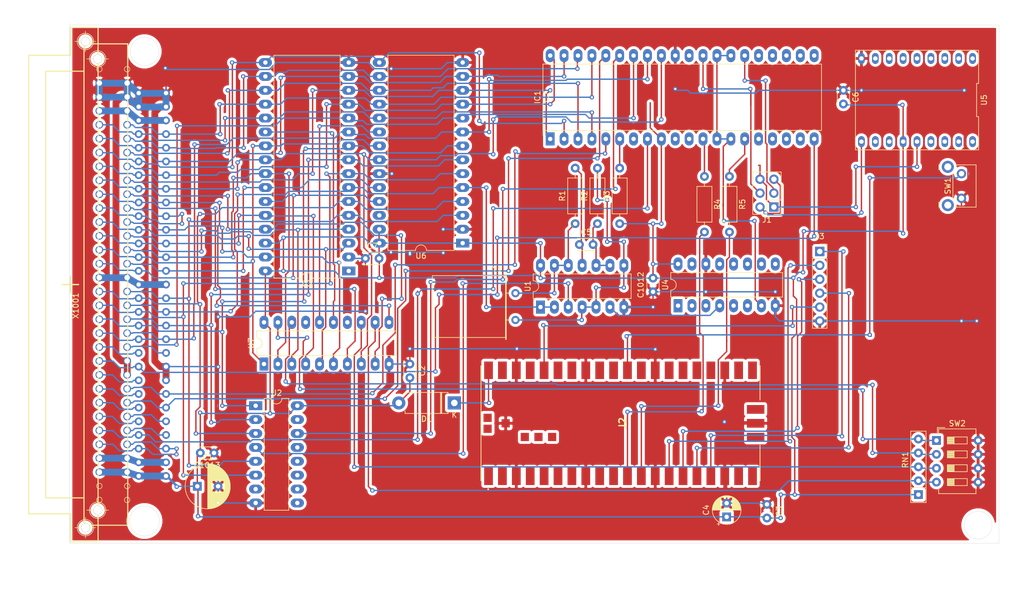
<source format=kicad_pcb>
(kicad_pcb (version 20171130) (host pcbnew "(5.1.10)-1")
  (layers (0 F.Cu signal) (31 B.Cu signal) (34 B.Paste user) (35 F.Paste user) (36 B.SilkS user) (37 F.SilkS user) (38 B.Mask user) (39 F.Mask user) (44 Edge.Cuts user))
  (net 0 "")
  (net 1 GND)
  (net 2 +12P)
  (net 3 +5P)
  (net 4 /A2)
  (net 5 /A3)
  (net 6 /A4)
  (net 7 /A5)
  (net 8 /A6)
  (net 9 /A7)
  (net 10 /~IORQ)
  (net 11 /~RESET)
  (net 12 /~M1)
  (net 13 /D3)
  (net 14 /D1)
  (net 15 /D4)
  (net 16 /D0)
  (net 17 /D5)
  (net 18 /~RD)
  (net 19 /A0)
  (net 20 /CLK)
  (net 21 /A1)
  (net 22 /D6)
  (net 23 /D7)
  (net 24 /D2)
  (net 25 "Net-(X1001-PadA22)")
  (net 26 "Net-(X1001-PadA23)")
  (net 27 "Net-(X1001-PadA24)")
  (net 28 "Net-(X1001-PadA25)")
  (net 29 "Net-(X1001-PadA27)")
  (net 30 "Net-(X1001-PadC20)")
  (net 31 "Net-(X1001-PadC25)")
  (net 32 "Net-(X1001-PadC26)")
  (net 33 /~WR)
  (net 34 /A13)
  (net 35 /A12)
  (net 36 /A15)
  (net 37 /A11)
  (net 38 /A14)
  (net 39 /~MREQ)
  (net 40 /A10)
  (net 41 /A9)
  (net 42 /A8)
  (net 43 /~MEMDI)
  (net 44 -5V)
  (net 45 -12V)
  (net 46 "Net-(C5-Pad2)")
  (net 47 "Net-(C5-Pad1)")
  (net 48 "Net-(D1-Pad1)")
  (net 49 "Net-(IC1-Pad35)")
  (net 50 "Net-(IC1-Pad15)")
  (net 51 "Net-(IC1-Pad13)")
  (net 52 "Net-(IC1-Pad12)")
  (net 53 "Net-(IC1-Pad29)")
  (net 54 "Net-(IC1-Pad26)")
  (net 55 "Net-(IC1-Pad6)")
  (net 56 /~INT)
  (net 57 "Net-(J1-Pad1)")
  (net 58 "Net-(J1-Pad2)")
  (net 59 "Net-(J2-Pad36)")
  (net 60 "Net-(J2-Pad30)")
  (net 61 "Net-(J2-Pad17)")
  (net 62 "Net-(J2-Pad16)")
  (net 63 "Net-(J2-Pad15)")
  (net 64 "Net-(J2-Pad14)")
  (net 65 "Net-(J2-Pad12)")
  (net 66 "Net-(J2-Pad11)")
  (net 67 "Net-(R1-Pad1)")
  (net 68 "Net-(R2-Pad2)")
  (net 69 "Net-(RN1-Pad5)")
  (net 70 "Net-(RN1-Pad4)")
  (net 71 "Net-(RN1-Pad3)")
  (net 72 "Net-(RN1-Pad2)")
  (net 73 "Net-(U1-Pad6)")
  (net 74 "Net-(U1-Pad3)")
  (net 75 /~CS-RAM)
  (net 76 /~CS-ROM)
  (net 77 /~IEI)
  (module SamacSys_Parts:PICO (layer F.Cu) (at 181.61 129.286 90)
    (fp_text reference J2 (at 10.5 -25.1 90) (layer F.SilkS) (effects (font (size 1.27 1.27) (thickness 0.254))))
    (fp_text value PICO hide)
    (pad TP6 smd rect (at 8 -38 180) (size 1.5 1.5) (layers F.Cu F.Paste F.Mask))
    (pad TP5 smd rect (at 8 -40.5 180) (size 1.5 1.5) (layers F.Cu F.Paste F.Mask))
    (pad TP4 smd rect (at 8 -43 180) (size 1.5 1.5) (layers F.Cu F.Paste F.Mask))
    (pad TP3 smd rect (at 9.5 -49.8 180) (size 1.5 1.5) (layers F.Cu F.Paste F.Mask))
    (pad TP2 smd rect (at 11.5 -49.8 180) (size 1.5 1.5) (layers F.Cu F.Paste F.Mask))
    (pad TP1 smd rect (at 10.5 -46.5 180) (size 1.5 1.5) (layers F.Cu F.Paste F.Mask) (net 1 GND))
    (pad D3 smd rect (at 13.04 -0.8 90) (size 1.6 3.2) (layers F.Cu F.Paste F.Mask))
    (pad D2 smd rect (at 10.5 -0.8 90) (size 1.6 3.2) (layers F.Cu F.Paste F.Mask) (net 1 GND))
    (pad D1 smd rect (at 7.96 -0.8 90) (size 1.6 3.2) (layers F.Cu F.Paste F.Mask))
    (pad 40 smd rect (at 20.19 -49.63 180) (size 1.6 3.2) (layers F.Cu F.Paste F.Mask) (net 48 "Net-(D1-Pad1)"))
    (pad 39 smd rect (at 20.19 -47.09 180) (size 1.6 3.2) (layers F.Cu F.Paste F.Mask))
    (pad 38 smd rect (at 20.19 -44.55 180) (size 1.6 3.2) (layers F.Cu F.Paste F.Mask) (net 1 GND))
    (pad 37 smd rect (at 20.19 -42.01 180) (size 1.6 3.2) (layers F.Cu F.Paste F.Mask))
    (pad 36 smd rect (at 20.19 -39.47 180) (size 1.6 3.2) (layers F.Cu F.Paste F.Mask) (net 59 "Net-(J2-Pad36)"))
    (pad 35 smd rect (at 20.19 -36.93 180) (size 1.6 3.2) (layers F.Cu F.Paste F.Mask))
    (pad 34 smd rect (at 20.19 -34.39 180) (size 1.6 3.2) (layers F.Cu F.Paste F.Mask))
    (pad 33 smd rect (at 20.19 -31.85 180) (size 1.6 3.2) (layers F.Cu F.Paste F.Mask) (net 1 GND))
    (pad 32 smd rect (at 20.19 -29.31 180) (size 1.6 3.2) (layers F.Cu F.Paste F.Mask))
    (pad 31 smd rect (at 20.19 -26.77 180) (size 1.6 3.2) (layers F.Cu F.Paste F.Mask))
    (pad 30 smd rect (at 20.19 -24.23 180) (size 1.6 3.2) (layers F.Cu F.Paste F.Mask) (net 60 "Net-(J2-Pad30)"))
    (pad 29 smd rect (at 20.19 -21.69 180) (size 1.6 3.2) (layers F.Cu F.Paste F.Mask))
    (pad 28 smd rect (at 20.19 -19.15 180) (size 1.6 3.2) (layers F.Cu F.Paste F.Mask) (net 1 GND))
    (pad 27 smd rect (at 20.19 -16.61 180) (size 1.6 3.2) (layers F.Cu F.Paste F.Mask))
    (pad 26 smd rect (at 20.19 -14.07 180) (size 1.6 3.2) (layers F.Cu F.Paste F.Mask))
    (pad 25 smd rect (at 20.19 -11.53 180) (size 1.6 3.2) (layers F.Cu F.Paste F.Mask))
    (pad 24 smd rect (at 20.19 -8.99 180) (size 1.6 3.2) (layers F.Cu F.Paste F.Mask))
    (pad 23 smd rect (at 20.19 -6.45 180) (size 1.6 3.2) (layers F.Cu F.Paste F.Mask) (net 1 GND))
    (pad 22 smd rect (at 20.19 -3.91 180) (size 1.6 3.2) (layers F.Cu F.Paste F.Mask))
    (pad 21 smd rect (at 20.19 -1.37 180) (size 1.6 3.2) (layers F.Cu F.Paste F.Mask))
    (pad 20 smd rect (at 0.81 -1.37 180) (size 1.6 3.2) (layers F.Cu F.Paste F.Mask))
    (pad 19 smd rect (at 0.81 -3.91 180) (size 1.6 3.2) (layers F.Cu F.Paste F.Mask))
    (pad 18 smd rect (at 0.81 -6.45 180) (size 1.6 3.2) (layers F.Cu F.Paste F.Mask) (net 1 GND))
    (pad 17 smd rect (at 0.81 -8.99 180) (size 1.6 3.2) (layers F.Cu F.Paste F.Mask) (net 61 "Net-(J2-Pad17)"))
    (pad 16 smd rect (at 0.81 -11.53 180) (size 1.6 3.2) (layers F.Cu F.Paste F.Mask) (net 62 "Net-(J2-Pad16)"))
    (pad 15 smd rect (at 0.81 -14.07 180) (size 1.6 3.2) (layers F.Cu F.Paste F.Mask) (net 63 "Net-(J2-Pad15)"))
    (pad 14 smd rect (at 0.81 -16.61 180) (size 1.6 3.2) (layers F.Cu F.Paste F.Mask) (net 64 "Net-(J2-Pad14)"))
    (pad 13 smd rect (at 0.81 -19.15 180) (size 1.6 3.2) (layers F.Cu F.Paste F.Mask) (net 1 GND))
    (pad 12 smd rect (at 0.81 -21.69 180) (size 1.6 3.2) (layers F.Cu F.Paste F.Mask) (net 65 "Net-(J2-Pad12)"))
    (pad 11 smd rect (at 0.81 -24.23 180) (size 1.6 3.2) (layers F.Cu F.Paste F.Mask) (net 66 "Net-(J2-Pad11)"))
    (pad 10 smd rect (at 0.81 -26.77 180) (size 1.6 3.2) (layers F.Cu F.Paste F.Mask))
    (pad 9 smd rect (at 0.81 -29.31 180) (size 1.6 3.2) (layers F.Cu F.Paste F.Mask))
    (pad 8 smd rect (at 0.81 -31.85 180) (size 1.6 3.2) (layers F.Cu F.Paste F.Mask) (net 1 GND))
    (pad 7 smd rect (at 0.81 -34.39 180) (size 1.6 3.2) (layers F.Cu F.Paste F.Mask))
    (pad 6 smd rect (at 0.81 -36.93 180) (size 1.6 3.2) (layers F.Cu F.Paste F.Mask))
    (pad 5 smd rect (at 0.81 -39.47 180) (size 1.6 3.2) (layers F.Cu F.Paste F.Mask))
    (pad 4 smd rect (at 0.81 -42.01 180) (size 1.6 3.2) (layers F.Cu F.Paste F.Mask))
    (pad 3 smd rect (at 0.81 -44.55 180) (size 1.6 3.2) (layers F.Cu F.Paste F.Mask) (net 1 GND))
    (pad 2 smd rect (at 0.81 -47.09 180) (size 1.6 3.2) (layers F.Cu F.Paste F.Mask))
    (pad 1 smd rect (at 0.81 -49.63 180) (size 1.6 3.2) (layers F.Cu F.Paste F.Mask))
  )
  (module Capacitor_THT:C_Disc_D3.0mm_W2.0mm_P2.50mm (layer F.Cu) (at 109.474 88.646)
    (fp_text reference C7 (at 1.25 -2.25) (layer F.SilkS))
    (fp_text value 100nF)
    (pad 2 thru_hole circle (at 2.5 0) (size 1.6 1.6) (drill 0.8) (layers *.Cu *.Mask) (net 3 +5P))
    (pad 1 thru_hole circle (at 0 0) (size 1.6 1.6) (drill 0.8) (layers *.Cu *.Mask) (net 1 GND))
  )
  (module Capacitor_THT:C_Disc_D3.0mm_W2.0mm_P2.50mm (layer F.Cu) (at 196.85 57.912 270)
    (fp_text reference C6 (at 1.25 -2.25 90) (layer F.SilkS))
    (fp_text value 100nF)
    (pad 2 thru_hole circle (at 2.5 0 270) (size 1.6 1.6) (drill 0.8) (layers *.Cu *.Mask) (net 3 +5P))
    (pad 1 thru_hole circle (at 0 0 270) (size 1.6 1.6) (drill 0.8) (layers *.Cu *.Mask) (net 1 GND))
  )
  (module Crystal:Crystal_HC49-U_Horizontal (layer F.Cu) (at 136.906 94.996 270)
    (fp_text reference Y1 (at -4.375 3.3125) (layer F.SilkS))
    (fp_text value 9.8304MHz)
    (pad 2 thru_hole circle (at 4.9 0 270) (size 1.5 1.5) (drill 0.8) (layers *.Cu *.Mask) (net 68 "Net-(R2-Pad2)"))
    (pad 1 thru_hole circle (at 0 0 270) (size 1.5 1.5) (drill 0.8) (layers *.Cu *.Mask) (net 67 "Net-(R1-Pad1)"))
  )
  (module Package_DIP:DIP-20_W7.62mm_LongPads (layer F.Cu) (at 90.932 107.95 90)
    (fp_text reference U7 (at 3.81 -2.33 90) (layer F.SilkS))
    (fp_text value GAL16V8)
    (pad 20 thru_hole oval (at 7.62 0 90) (size 2.4 1.6) (drill 0.8) (layers *.Cu *.Mask) (net 3 +5P))
    (pad 10 thru_hole oval (at 0 22.86 90) (size 2.4 1.6) (drill 0.8) (layers *.Cu *.Mask) (net 1 GND))
    (pad 19 thru_hole oval (at 7.62 2.54 90) (size 2.4 1.6) (drill 0.8) (layers *.Cu *.Mask) (net 69 "Net-(RN1-Pad5)"))
    (pad 9 thru_hole oval (at 0 20.32 90) (size 2.4 1.6) (drill 0.8) (layers *.Cu *.Mask) (net 33 /~WR))
    (pad 18 thru_hole oval (at 7.62 5.08 90) (size 2.4 1.6) (drill 0.8) (layers *.Cu *.Mask) (net 70 "Net-(RN1-Pad4)"))
    (pad 8 thru_hole oval (at 0 17.78 90) (size 2.4 1.6) (drill 0.8) (layers *.Cu *.Mask) (net 18 /~RD))
    (pad 17 thru_hole oval (at 7.62 7.62 90) (size 2.4 1.6) (drill 0.8) (layers *.Cu *.Mask))
    (pad 7 thru_hole oval (at 0 15.24 90) (size 2.4 1.6) (drill 0.8) (layers *.Cu *.Mask) (net 39 /~MREQ))
    (pad 16 thru_hole oval (at 7.62 10.16 90) (size 2.4 1.6) (drill 0.8) (layers *.Cu *.Mask) (net 76 /~CS-ROM))
    (pad 6 thru_hole oval (at 0 12.7 90) (size 2.4 1.6) (drill 0.8) (layers *.Cu *.Mask) (net 36 /A15))
    (pad 15 thru_hole oval (at 7.62 12.7 90) (size 2.4 1.6) (drill 0.8) (layers *.Cu *.Mask) (net 75 /~CS-RAM))
    (pad 5 thru_hole oval (at 0 10.16 90) (size 2.4 1.6) (drill 0.8) (layers *.Cu *.Mask) (net 38 /A14))
    (pad 14 thru_hole oval (at 7.62 15.24 90) (size 2.4 1.6) (drill 0.8) (layers *.Cu *.Mask))
    (pad 4 thru_hole oval (at 0 7.62 90) (size 2.4 1.6) (drill 0.8) (layers *.Cu *.Mask) (net 34 /A13))
    (pad 13 thru_hole oval (at 7.62 17.78 90) (size 2.4 1.6) (drill 0.8) (layers *.Cu *.Mask) (net 71 "Net-(RN1-Pad3)"))
    (pad 3 thru_hole oval (at 0 5.08 90) (size 2.4 1.6) (drill 0.8) (layers *.Cu *.Mask) (net 35 /A12))
    (pad 12 thru_hole oval (at 7.62 20.32 90) (size 2.4 1.6) (drill 0.8) (layers *.Cu *.Mask) (net 72 "Net-(RN1-Pad2)"))
    (pad 2 thru_hole oval (at 0 2.54 90) (size 2.4 1.6) (drill 0.8) (layers *.Cu *.Mask) (net 37 /A11))
    (pad 11 thru_hole oval (at 7.62 22.86 90) (size 2.4 1.6) (drill 0.8) (layers *.Cu *.Mask) (net 43 /~MEMDI))
    (pad 1 thru_hole rect (at 0 0 90) (size 2.4 1.6) (drill 0.8) (layers *.Cu *.Mask) (net 40 /A10))
  )
  (module Package_DIP:DIP-28_W15.24mm_LongPads (layer F.Cu) (at 127.254 85.852 180)
    (fp_text reference U6 (at 7.62 -2.33) (layer F.SilkS))
    (fp_text value 2764)
    (pad 28 thru_hole oval (at 15.24 0 180) (size 2.4 1.6) (drill 0.8) (layers *.Cu *.Mask) (net 3 +5P))
    (pad 14 thru_hole oval (at 0 33.02 180) (size 2.4 1.6) (drill 0.8) (layers *.Cu *.Mask) (net 1 GND))
    (pad 27 thru_hole oval (at 15.24 2.54 180) (size 2.4 1.6) (drill 0.8) (layers *.Cu *.Mask) (net 3 +5P))
    (pad 13 thru_hole oval (at 0 30.48 180) (size 2.4 1.6) (drill 0.8) (layers *.Cu *.Mask) (net 24 /D2))
    (pad 26 thru_hole oval (at 15.24 5.08 180) (size 2.4 1.6) (drill 0.8) (layers *.Cu *.Mask))
    (pad 12 thru_hole oval (at 0 27.94 180) (size 2.4 1.6) (drill 0.8) (layers *.Cu *.Mask) (net 14 /D1))
    (pad 25 thru_hole oval (at 15.24 7.62 180) (size 2.4 1.6) (drill 0.8) (layers *.Cu *.Mask) (net 42 /A8))
    (pad 11 thru_hole oval (at 0 25.4 180) (size 2.4 1.6) (drill 0.8) (layers *.Cu *.Mask) (net 16 /D0))
    (pad 24 thru_hole oval (at 15.24 10.16 180) (size 2.4 1.6) (drill 0.8) (layers *.Cu *.Mask) (net 41 /A9))
    (pad 10 thru_hole oval (at 0 22.86 180) (size 2.4 1.6) (drill 0.8) (layers *.Cu *.Mask) (net 19 /A0))
    (pad 23 thru_hole oval (at 15.24 12.7 180) (size 2.4 1.6) (drill 0.8) (layers *.Cu *.Mask) (net 1 GND))
    (pad 9 thru_hole oval (at 0 20.32 180) (size 2.4 1.6) (drill 0.8) (layers *.Cu *.Mask) (net 21 /A1))
    (pad 22 thru_hole oval (at 15.24 15.24 180) (size 2.4 1.6) (drill 0.8) (layers *.Cu *.Mask) (net 18 /~RD))
    (pad 8 thru_hole oval (at 0 17.78 180) (size 2.4 1.6) (drill 0.8) (layers *.Cu *.Mask) (net 4 /A2))
    (pad 21 thru_hole oval (at 15.24 17.78 180) (size 2.4 1.6) (drill 0.8) (layers *.Cu *.Mask) (net 40 /A10))
    (pad 7 thru_hole oval (at 0 15.24 180) (size 2.4 1.6) (drill 0.8) (layers *.Cu *.Mask) (net 5 /A3))
    (pad 20 thru_hole oval (at 15.24 20.32 180) (size 2.4 1.6) (drill 0.8) (layers *.Cu *.Mask) (net 76 /~CS-ROM))
    (pad 6 thru_hole oval (at 0 12.7 180) (size 2.4 1.6) (drill 0.8) (layers *.Cu *.Mask) (net 6 /A4))
    (pad 19 thru_hole oval (at 15.24 22.86 180) (size 2.4 1.6) (drill 0.8) (layers *.Cu *.Mask) (net 23 /D7))
    (pad 5 thru_hole oval (at 0 10.16 180) (size 2.4 1.6) (drill 0.8) (layers *.Cu *.Mask) (net 7 /A5))
    (pad 18 thru_hole oval (at 15.24 25.4 180) (size 2.4 1.6) (drill 0.8) (layers *.Cu *.Mask) (net 22 /D6))
    (pad 4 thru_hole oval (at 0 7.62 180) (size 2.4 1.6) (drill 0.8) (layers *.Cu *.Mask) (net 8 /A6))
    (pad 17 thru_hole oval (at 15.24 27.94 180) (size 2.4 1.6) (drill 0.8) (layers *.Cu *.Mask) (net 17 /D5))
    (pad 3 thru_hole oval (at 0 5.08 180) (size 2.4 1.6) (drill 0.8) (layers *.Cu *.Mask) (net 9 /A7))
    (pad 16 thru_hole oval (at 15.24 30.48 180) (size 2.4 1.6) (drill 0.8) (layers *.Cu *.Mask) (net 15 /D4))
    (pad 2 thru_hole oval (at 0 2.54 180) (size 2.4 1.6) (drill 0.8) (layers *.Cu *.Mask) (net 1 GND))
    (pad 15 thru_hole oval (at 15.24 33.02 180) (size 2.4 1.6) (drill 0.8) (layers *.Cu *.Mask) (net 13 /D3))
    (pad 1 thru_hole rect (at 0 0 180) (size 2.4 1.6) (drill 0.8) (layers *.Cu *.Mask) (net 3 +5P))
  )
  (module footprint:FT232R (layer F.Cu) (at 210.312 59.69 180)
    (fp_text reference U5 (at -12.26 0 90) (layer F.SilkS))
    (fp_text value FT232RL)
    (pad 9 thru_hole oval (at 10.16 7.6 180) (size 1.2 2) (drill 0.8) (layers *.Cu *.Mask) (net 1 GND))
    (pad 10 thru_hole oval (at 10.16 -7.6 180) (size 1.2 2) (drill 0.8) (layers *.Cu *.Mask) (net 58 "Net-(J1-Pad2)"))
    (pad 8 thru_hole oval (at 7.62 7.6 180) (size 1.2 2) (drill 0.8) (layers *.Cu *.Mask))
    (pad 11 thru_hole oval (at 7.62 -7.6 180) (size 1.2 2) (drill 0.8) (layers *.Cu *.Mask))
    (pad 7 thru_hole oval (at 5.08 7.6 180) (size 1.2 2) (drill 0.8) (layers *.Cu *.Mask))
    (pad 12 thru_hole oval (at 5.08 -7.6 180) (size 1.2 2) (drill 0.8) (layers *.Cu *.Mask))
    (pad 6 thru_hole oval (at 2.54 7.6 180) (size 1.2 2) (drill 0.8) (layers *.Cu *.Mask))
    (pad 13 thru_hole oval (at 2.54 -7.6 180) (size 1.2 2) (drill 0.8) (layers *.Cu *.Mask) (net 3 +5P))
    (pad 5 thru_hole oval (at 0 7.6 180) (size 1.2 2) (drill 0.8) (layers *.Cu *.Mask))
    (pad 14 thru_hole oval (at 0 -7.6 180) (size 1.2 2) (drill 0.8) (layers *.Cu *.Mask) (net 57 "Net-(J1-Pad1)"))
    (pad 4 thru_hole oval (at -2.54 7.6 180) (size 1.2 2) (drill 0.8) (layers *.Cu *.Mask))
    (pad 15 thru_hole oval (at -2.54 -7.6 180) (size 1.2 2) (drill 0.8) (layers *.Cu *.Mask))
    (pad 3 thru_hole oval (at -5.08 7.6 180) (size 1.2 2) (drill 0.8) (layers *.Cu *.Mask))
    (pad 16 thru_hole oval (at -5.08 -7.6 180) (size 1.2 2) (drill 0.8) (layers *.Cu *.Mask))
    (pad 2 thru_hole oval (at -7.62 7.6 180) (size 1.2 2) (drill 0.8) (layers *.Cu *.Mask))
    (pad 17 thru_hole oval (at -7.62 -7.6 180) (size 1.2 2) (drill 0.8) (layers *.Cu *.Mask))
    (pad 1 thru_hole oval (at -10.16 7.6 180) (size 1.2 2) (drill 0.8) (layers *.Cu *.Mask))
    (pad 18 thru_hole oval (at -10.16 -7.6 180) (size 1.2 2) (drill 0.8) (layers *.Cu *.Mask))
  )
  (module Package_DIP:DIP-16_W7.62mm_LongPads (layer F.Cu) (at 166.624 97.282 90)
    (fp_text reference U4 (at 3.81 -2.33 90) (layer F.SilkS))
    (fp_text value 74LS193)
    (pad 16 thru_hole oval (at 7.62 0 90) (size 2.4 1.6) (drill 0.8) (layers *.Cu *.Mask) (net 3 +5P))
    (pad 8 thru_hole oval (at 0 17.78 90) (size 2.4 1.6) (drill 0.8) (layers *.Cu *.Mask) (net 1 GND))
    (pad 15 thru_hole oval (at 7.62 2.54 90) (size 2.4 1.6) (drill 0.8) (layers *.Cu *.Mask))
    (pad 7 thru_hole oval (at 0 15.24 90) (size 2.4 1.6) (drill 0.8) (layers *.Cu *.Mask) (net 51 "Net-(IC1-Pad13)"))
    (pad 14 thru_hole oval (at 7.62 5.08 90) (size 2.4 1.6) (drill 0.8) (layers *.Cu *.Mask) (net 1 GND))
    (pad 6 thru_hole oval (at 0 12.7 90) (size 2.4 1.6) (drill 0.8) (layers *.Cu *.Mask))
    (pad 13 thru_hole oval (at 7.62 7.62 90) (size 2.4 1.6) (drill 0.8) (layers *.Cu *.Mask))
    (pad 5 thru_hole oval (at 0 10.16 90) (size 2.4 1.6) (drill 0.8) (layers *.Cu *.Mask))
    (pad 12 thru_hole oval (at 7.62 10.16 90) (size 2.4 1.6) (drill 0.8) (layers *.Cu *.Mask))
    (pad 4 thru_hole oval (at 0 7.62 90) (size 2.4 1.6) (drill 0.8) (layers *.Cu *.Mask) (net 73 "Net-(U1-Pad6)"))
    (pad 11 thru_hole oval (at 7.62 12.7 90) (size 2.4 1.6) (drill 0.8) (layers *.Cu *.Mask))
    (pad 3 thru_hole oval (at 0 5.08 90) (size 2.4 1.6) (drill 0.8) (layers *.Cu *.Mask))
    (pad 10 thru_hole oval (at 7.62 15.24 90) (size 2.4 1.6) (drill 0.8) (layers *.Cu *.Mask))
    (pad 2 thru_hole oval (at 0 2.54 90) (size 2.4 1.6) (drill 0.8) (layers *.Cu *.Mask))
    (pad 9 thru_hole oval (at 7.62 17.78 90) (size 2.4 1.6) (drill 0.8) (layers *.Cu *.Mask))
    (pad 1 thru_hole rect (at 0 0 90) (size 2.4 1.6) (drill 0.8) (layers *.Cu *.Mask))
  )
  (module Package_DIP:DIP-32_W15.24mm_LongPads (layer F.Cu) (at 106.426 90.932 180)
    (fp_text reference U3 (at 7.62 -2.33) (layer F.SilkS))
    (fp_text value 628128_DIP32_SSOP32)
    (pad 32 thru_hole oval (at 15.24 0 180) (size 2.4 1.6) (drill 0.8) (layers *.Cu *.Mask) (net 3 +5P))
    (pad 16 thru_hole oval (at 0 38.1 180) (size 2.4 1.6) (drill 0.8) (layers *.Cu *.Mask) (net 1 GND))
    (pad 31 thru_hole oval (at 15.24 2.54 180) (size 2.4 1.6) (drill 0.8) (layers *.Cu *.Mask) (net 36 /A15))
    (pad 15 thru_hole oval (at 0 35.56 180) (size 2.4 1.6) (drill 0.8) (layers *.Cu *.Mask) (net 24 /D2))
    (pad 30 thru_hole oval (at 15.24 5.08 180) (size 2.4 1.6) (drill 0.8) (layers *.Cu *.Mask) (net 3 +5P))
    (pad 14 thru_hole oval (at 0 33.02 180) (size 2.4 1.6) (drill 0.8) (layers *.Cu *.Mask) (net 14 /D1))
    (pad 29 thru_hole oval (at 15.24 7.62 180) (size 2.4 1.6) (drill 0.8) (layers *.Cu *.Mask) (net 33 /~WR))
    (pad 13 thru_hole oval (at 0 30.48 180) (size 2.4 1.6) (drill 0.8) (layers *.Cu *.Mask) (net 16 /D0))
    (pad 28 thru_hole oval (at 15.24 10.16 180) (size 2.4 1.6) (drill 0.8) (layers *.Cu *.Mask) (net 34 /A13))
    (pad 12 thru_hole oval (at 0 27.94 180) (size 2.4 1.6) (drill 0.8) (layers *.Cu *.Mask) (net 19 /A0))
    (pad 27 thru_hole oval (at 15.24 12.7 180) (size 2.4 1.6) (drill 0.8) (layers *.Cu *.Mask) (net 42 /A8))
    (pad 11 thru_hole oval (at 0 25.4 180) (size 2.4 1.6) (drill 0.8) (layers *.Cu *.Mask) (net 21 /A1))
    (pad 26 thru_hole oval (at 15.24 15.24 180) (size 2.4 1.6) (drill 0.8) (layers *.Cu *.Mask) (net 41 /A9))
    (pad 10 thru_hole oval (at 0 22.86 180) (size 2.4 1.6) (drill 0.8) (layers *.Cu *.Mask) (net 4 /A2))
    (pad 25 thru_hole oval (at 15.24 17.78 180) (size 2.4 1.6) (drill 0.8) (layers *.Cu *.Mask) (net 37 /A11))
    (pad 9 thru_hole oval (at 0 20.32 180) (size 2.4 1.6) (drill 0.8) (layers *.Cu *.Mask) (net 5 /A3))
    (pad 24 thru_hole oval (at 15.24 20.32 180) (size 2.4 1.6) (drill 0.8) (layers *.Cu *.Mask) (net 18 /~RD))
    (pad 8 thru_hole oval (at 0 17.78 180) (size 2.4 1.6) (drill 0.8) (layers *.Cu *.Mask) (net 6 /A4))
    (pad 23 thru_hole oval (at 15.24 22.86 180) (size 2.4 1.6) (drill 0.8) (layers *.Cu *.Mask) (net 40 /A10))
    (pad 7 thru_hole oval (at 0 15.24 180) (size 2.4 1.6) (drill 0.8) (layers *.Cu *.Mask) (net 7 /A5))
    (pad 22 thru_hole oval (at 15.24 25.4 180) (size 2.4 1.6) (drill 0.8) (layers *.Cu *.Mask) (net 75 /~CS-RAM))
    (pad 6 thru_hole oval (at 0 12.7 180) (size 2.4 1.6) (drill 0.8) (layers *.Cu *.Mask) (net 8 /A6))
    (pad 21 thru_hole oval (at 15.24 27.94 180) (size 2.4 1.6) (drill 0.8) (layers *.Cu *.Mask) (net 23 /D7))
    (pad 5 thru_hole oval (at 0 10.16 180) (size 2.4 1.6) (drill 0.8) (layers *.Cu *.Mask) (net 9 /A7))
    (pad 20 thru_hole oval (at 15.24 30.48 180) (size 2.4 1.6) (drill 0.8) (layers *.Cu *.Mask) (net 22 /D6))
    (pad 4 thru_hole oval (at 0 7.62 180) (size 2.4 1.6) (drill 0.8) (layers *.Cu *.Mask) (net 35 /A12))
    (pad 19 thru_hole oval (at 15.24 33.02 180) (size 2.4 1.6) (drill 0.8) (layers *.Cu *.Mask) (net 17 /D5))
    (pad 3 thru_hole oval (at 0 5.08 180) (size 2.4 1.6) (drill 0.8) (layers *.Cu *.Mask) (net 38 /A14))
    (pad 18 thru_hole oval (at 15.24 35.56 180) (size 2.4 1.6) (drill 0.8) (layers *.Cu *.Mask) (net 15 /D4))
    (pad 2 thru_hole oval (at 0 2.54 180) (size 2.4 1.6) (drill 0.8) (layers *.Cu *.Mask) (net 1 GND))
    (pad 17 thru_hole oval (at 15.24 38.1 180) (size 2.4 1.6) (drill 0.8) (layers *.Cu *.Mask) (net 13 /D3))
    (pad 1 thru_hole rect (at 0 0 180) (size 2.4 1.6) (drill 0.8) (layers *.Cu *.Mask))
  )
  (module Package_DIP:DIP-16_W7.62mm_LongPads (layer F.Cu) (at 89.408 115.57)
    (fp_text reference U2 (at 3.81 -2.33) (layer F.SilkS))
    (fp_text value 74LS138)
    (pad 16 thru_hole oval (at 7.62 0) (size 2.4 1.6) (drill 0.8) (layers *.Cu *.Mask) (net 3 +5P))
    (pad 8 thru_hole oval (at 0 17.78) (size 2.4 1.6) (drill 0.8) (layers *.Cu *.Mask) (net 1 GND))
    (pad 15 thru_hole oval (at 7.62 2.54) (size 2.4 1.6) (drill 0.8) (layers *.Cu *.Mask))
    (pad 7 thru_hole oval (at 0 15.24) (size 2.4 1.6) (drill 0.8) (layers *.Cu *.Mask))
    (pad 14 thru_hole oval (at 7.62 5.08) (size 2.4 1.6) (drill 0.8) (layers *.Cu *.Mask) (net 49 "Net-(IC1-Pad35)"))
    (pad 6 thru_hole oval (at 0 12.7) (size 2.4 1.6) (drill 0.8) (layers *.Cu *.Mask) (net 6 /A4))
    (pad 13 thru_hole oval (at 7.62 7.62) (size 2.4 1.6) (drill 0.8) (layers *.Cu *.Mask))
    (pad 5 thru_hole oval (at 0 10.16) (size 2.4 1.6) (drill 0.8) (layers *.Cu *.Mask) (net 9 /A7))
    (pad 12 thru_hole oval (at 7.62 10.16) (size 2.4 1.6) (drill 0.8) (layers *.Cu *.Mask))
    (pad 4 thru_hole oval (at 0 7.62) (size 2.4 1.6) (drill 0.8) (layers *.Cu *.Mask) (net 74 "Net-(U1-Pad3)"))
    (pad 11 thru_hole oval (at 7.62 12.7) (size 2.4 1.6) (drill 0.8) (layers *.Cu *.Mask))
    (pad 3 thru_hole oval (at 0 5.08) (size 2.4 1.6) (drill 0.8) (layers *.Cu *.Mask) (net 8 /A6))
    (pad 10 thru_hole oval (at 7.62 15.24) (size 2.4 1.6) (drill 0.8) (layers *.Cu *.Mask))
    (pad 2 thru_hole oval (at 0 2.54) (size 2.4 1.6) (drill 0.8) (layers *.Cu *.Mask) (net 5 /A3))
    (pad 9 thru_hole oval (at 7.62 17.78) (size 2.4 1.6) (drill 0.8) (layers *.Cu *.Mask))
    (pad 1 thru_hole rect (at 0 0) (size 2.4 1.6) (drill 0.8) (layers *.Cu *.Mask) (net 4 /A2))
  )
  (module Package_DIP:DIP-14_W7.62mm_LongPads (layer F.Cu) (at 141.478 97.536 90)
    (fp_text reference U1 (at 3.81 -2.33 90) (layer F.SilkS))
    (fp_text value 74LS00)
    (pad 14 thru_hole oval (at 7.62 0 90) (size 2.4 1.6) (drill 0.8) (layers *.Cu *.Mask) (net 3 +5P))
    (pad 7 thru_hole oval (at 0 15.24 90) (size 2.4 1.6) (drill 0.8) (layers *.Cu *.Mask) (net 1 GND))
    (pad 13 thru_hole oval (at 7.62 2.54 90) (size 2.4 1.6) (drill 0.8) (layers *.Cu *.Mask) (net 67 "Net-(R1-Pad1)"))
    (pad 6 thru_hole oval (at 0 12.7 90) (size 2.4 1.6) (drill 0.8) (layers *.Cu *.Mask) (net 73 "Net-(U1-Pad6)"))
    (pad 12 thru_hole oval (at 7.62 5.08 90) (size 2.4 1.6) (drill 0.8) (layers *.Cu *.Mask) (net 67 "Net-(R1-Pad1)"))
    (pad 5 thru_hole oval (at 0 10.16 90) (size 2.4 1.6) (drill 0.8) (layers *.Cu *.Mask) (net 68 "Net-(R2-Pad2)"))
    (pad 11 thru_hole oval (at 7.62 7.62 90) (size 2.4 1.6) (drill 0.8) (layers *.Cu *.Mask) (net 47 "Net-(C5-Pad1)"))
    (pad 4 thru_hole oval (at 0 7.62 90) (size 2.4 1.6) (drill 0.8) (layers *.Cu *.Mask) (net 68 "Net-(R2-Pad2)"))
    (pad 10 thru_hole oval (at 7.62 10.16 90) (size 2.4 1.6) (drill 0.8) (layers *.Cu *.Mask) (net 46 "Net-(C5-Pad2)"))
    (pad 3 thru_hole oval (at 0 5.08 90) (size 2.4 1.6) (drill 0.8) (layers *.Cu *.Mask) (net 74 "Net-(U1-Pad3)"))
    (pad 9 thru_hole oval (at 7.62 12.7 90) (size 2.4 1.6) (drill 0.8) (layers *.Cu *.Mask) (net 46 "Net-(C5-Pad2)"))
    (pad 2 thru_hole oval (at 0 2.54 90) (size 2.4 1.6) (drill 0.8) (layers *.Cu *.Mask) (net 7 /A5))
    (pad 8 thru_hole oval (at 7.62 15.24 90) (size 2.4 1.6) (drill 0.8) (layers *.Cu *.Mask) (net 68 "Net-(R2-Pad2)"))
    (pad 1 thru_hole rect (at 0 0 90) (size 2.4 1.6) (drill 0.8) (layers *.Cu *.Mask) (net 7 /A5))
  )
  (module Button_Switch_THT:SW_DIP_SPSTx04_Slide_6.7x11.72mm_W7.62mm_P2.54mm_LowProfile (layer F.Cu) (at 213.868 121.92)
    (fp_text reference SW2 (at 3.81 -3.11) (layer F.SilkS))
    (fp_text value RAM-Sel)
    (pad 8 thru_hole oval (at 7.62 0) (size 1.6 1.6) (drill 0.8) (layers *.Cu *.Mask) (net 1 GND))
    (pad 4 thru_hole oval (at 0 7.62) (size 1.6 1.6) (drill 0.8) (layers *.Cu *.Mask) (net 72 "Net-(RN1-Pad2)"))
    (pad 7 thru_hole oval (at 7.62 2.54) (size 1.6 1.6) (drill 0.8) (layers *.Cu *.Mask) (net 1 GND))
    (pad 3 thru_hole oval (at 0 5.08) (size 1.6 1.6) (drill 0.8) (layers *.Cu *.Mask) (net 71 "Net-(RN1-Pad3)"))
    (pad 6 thru_hole oval (at 7.62 5.08) (size 1.6 1.6) (drill 0.8) (layers *.Cu *.Mask) (net 1 GND))
    (pad 2 thru_hole oval (at 0 2.54) (size 1.6 1.6) (drill 0.8) (layers *.Cu *.Mask) (net 70 "Net-(RN1-Pad4)"))
    (pad 5 thru_hole oval (at 7.62 7.62) (size 1.6 1.6) (drill 0.8) (layers *.Cu *.Mask) (net 1 GND))
    (pad 1 thru_hole rect (at 0 0) (size 1.6 1.6) (drill 0.8) (layers *.Cu *.Mask) (net 69 "Net-(RN1-Pad5)"))
  )
  (module Button_Switch_THT:SW_Tactile_SKHH_Angled (layer F.Cu) (at 218.44 73.152 270)
    (fp_text reference SW1 (at 2.25 2.5 90) (layer F.SilkS))
    (fp_text value SW_Push)
    (pad 1 thru_hole circle (at 0 0 90) (size 1.7 1.7) (drill 1) (layers *.Cu *.Mask) (net 60 "Net-(J2-Pad30)"))
    (pad 2 thru_hole circle (at 4.5 0 90) (size 1.7 1.7) (drill 1) (layers *.Cu *.Mask) (net 1 GND))
    (pad "" thru_hole circle (at -1.25 2.5 90) (size 2.2 2.2) (drill 1.3) (layers *.Cu *.Mask))
    (pad "" thru_hole circle (at 5.75 2.5 90) (size 2.2 2.2) (drill 1.3) (layers *.Cu *.Mask))
  )
  (module Resistor_THT:R_Array_SIP5 (layer F.Cu) (at 210.566 131.826 90)
    (fp_text reference RN1 (at 6.35 -2.4 90) (layer F.SilkS))
    (fp_text value 10K)
    (pad 5 thru_hole oval (at 10.16 0 90) (size 1.6 1.6) (drill 0.8) (layers *.Cu *.Mask) (net 69 "Net-(RN1-Pad5)"))
    (pad 4 thru_hole oval (at 7.62 0 90) (size 1.6 1.6) (drill 0.8) (layers *.Cu *.Mask) (net 70 "Net-(RN1-Pad4)"))
    (pad 3 thru_hole oval (at 5.08 0 90) (size 1.6 1.6) (drill 0.8) (layers *.Cu *.Mask) (net 71 "Net-(RN1-Pad3)"))
    (pad 2 thru_hole oval (at 2.54 0 90) (size 1.6 1.6) (drill 0.8) (layers *.Cu *.Mask) (net 72 "Net-(RN1-Pad2)"))
    (pad 1 thru_hole rect (at 0 0 90) (size 1.6 1.6) (drill 0.8) (layers *.Cu *.Mask) (net 3 +5P))
  )
  (module Resistor_THT:R_Axial_DIN0207_L6.3mm_D2.5mm_P10.16mm_Horizontal (layer F.Cu) (at 176.022 73.66 270)
    (fp_text reference R5 (at 5.08 -2.37 90) (layer F.SilkS))
    (fp_text value 1K0)
    (pad 2 thru_hole oval (at 10.16 0 270) (size 1.6 1.6) (drill 0.8) (layers *.Cu *.Mask) (net 65 "Net-(J2-Pad12)"))
    (pad 1 thru_hole circle (at 0 0 270) (size 1.6 1.6) (drill 0.8) (layers *.Cu *.Mask) (net 50 "Net-(IC1-Pad15)"))
  )
  (module Resistor_THT:R_Axial_DIN0207_L6.3mm_D2.5mm_P10.16mm_Horizontal (layer F.Cu) (at 171.45 73.66 270)
    (fp_text reference R4 (at 5.08 -2.37 90) (layer F.SilkS))
    (fp_text value 1K0)
    (pad 2 thru_hole oval (at 10.16 0 270) (size 1.6 1.6) (drill 0.8) (layers *.Cu *.Mask) (net 66 "Net-(J2-Pad11)"))
    (pad 1 thru_hole circle (at 0 0 270) (size 1.6 1.6) (drill 0.8) (layers *.Cu *.Mask) (net 52 "Net-(IC1-Pad12)"))
  )
  (module Resistor_THT:R_Axial_DIN0207_L6.3mm_D2.5mm_P10.16mm_Horizontal (layer F.Cu) (at 155.956 82.296 90)
    (fp_text reference R3 (at 5.08 -2.37 90) (layer F.SilkS))
    (fp_text value 10K)
    (pad 2 thru_hole oval (at 10.16 0 90) (size 1.6 1.6) (drill 0.8) (layers *.Cu *.Mask) (net 55 "Net-(IC1-Pad6)"))
    (pad 1 thru_hole circle (at 0 0 90) (size 1.6 1.6) (drill 0.8) (layers *.Cu *.Mask) (net 3 +5P))
  )
  (module Resistor_THT:R_Axial_DIN0207_L6.3mm_D2.5mm_P10.16mm_Horizontal (layer F.Cu) (at 151.892 82.296 90)
    (fp_text reference R2 (at 5.08 -2.37 90) (layer F.SilkS))
    (fp_text value 4K7)
    (pad 2 thru_hole oval (at 10.16 0 90) (size 1.6 1.6) (drill 0.8) (layers *.Cu *.Mask) (net 68 "Net-(R2-Pad2)"))
    (pad 1 thru_hole circle (at 0 0 90) (size 1.6 1.6) (drill 0.8) (layers *.Cu *.Mask) (net 46 "Net-(C5-Pad2)"))
  )
  (module Resistor_THT:R_Axial_DIN0207_L6.3mm_D2.5mm_P10.16mm_Horizontal (layer F.Cu) (at 147.828 82.296 90)
    (fp_text reference R1 (at 5.08 -2.37 90) (layer F.SilkS))
    (fp_text value 2K7)
    (pad 2 thru_hole oval (at 10.16 0 90) (size 1.6 1.6) (drill 0.8) (layers *.Cu *.Mask) (net 47 "Net-(C5-Pad1)"))
    (pad 1 thru_hole circle (at 0 0 90) (size 1.6 1.6) (drill 0.8) (layers *.Cu *.Mask) (net 67 "Net-(R1-Pad1)"))
  )
  (module Connector_PinSocket_2.54mm:PinSocket_1x06_P2.54mm_Vertical (layer F.Cu) (at 192.532 87.376)
    (fp_text reference J3 (at 0 -2.77) (layer F.SilkS))
    (fp_text value Conn_01x06)
    (pad 6 thru_hole oval (at 0 12.7) (size 1.7 1.7) (drill 1) (layers *.Cu *.Mask) (net 1 GND))
    (pad 5 thru_hole oval (at 0 10.16) (size 1.7 1.7) (drill 1) (layers *.Cu *.Mask) (net 59 "Net-(J2-Pad36)"))
    (pad 4 thru_hole oval (at 0 7.62) (size 1.7 1.7) (drill 1) (layers *.Cu *.Mask) (net 62 "Net-(J2-Pad16)"))
    (pad 3 thru_hole oval (at 0 5.08) (size 1.7 1.7) (drill 1) (layers *.Cu *.Mask) (net 63 "Net-(J2-Pad15)"))
    (pad 2 thru_hole oval (at 0 2.54) (size 1.7 1.7) (drill 1) (layers *.Cu *.Mask) (net 64 "Net-(J2-Pad14)"))
    (pad 1 thru_hole rect (at 0 0) (size 1.7 1.7) (drill 1) (layers *.Cu *.Mask) (net 61 "Net-(J2-Pad17)"))
  )
  (module Connector_PinHeader_2.54mm:PinHeader_2x03_P2.54mm_Vertical (layer F.Cu) (at 184.15 79.248 180)
    (fp_text reference J1 (at 1.27 -2.33) (layer F.SilkS))
    (fp_text value Conn_02x03_Odd_Even)
    (pad 6 thru_hole oval (at 2.54 5.08 180) (size 1.7 1.7) (drill 1) (layers *.Cu *.Mask) (net 57 "Net-(J1-Pad1)"))
    (pad 5 thru_hole oval (at 0 5.08 180) (size 1.7 1.7) (drill 1) (layers *.Cu *.Mask) (net 58 "Net-(J1-Pad2)"))
    (pad 4 thru_hole oval (at 2.54 2.54 180) (size 1.7 1.7) (drill 1) (layers *.Cu *.Mask) (net 53 "Net-(IC1-Pad29)"))
    (pad 3 thru_hole oval (at 0 2.54 180) (size 1.7 1.7) (drill 1) (layers *.Cu *.Mask) (net 54 "Net-(IC1-Pad26)"))
    (pad 2 thru_hole oval (at 2.54 0 180) (size 1.7 1.7) (drill 1) (layers *.Cu *.Mask) (net 58 "Net-(J1-Pad2)"))
    (pad 1 thru_hole rect (at 0 0 180) (size 1.7 1.7) (drill 1) (layers *.Cu *.Mask) (net 57 "Net-(J1-Pad1)"))
  )
  (module Package_DIP:DIP-40_W15.24mm_LongPads (layer F.Cu) (at 143.256 66.802 90)
    (fp_text reference IC1 (at 7.62 -2.33 90) (layer F.SilkS))
    (fp_text value SIO2-DIP-40)
    (pad 40 thru_hole oval (at 15.24 0 90) (size 2.4 1.6) (drill 0.8) (layers *.Cu *.Mask) (net 16 /D0))
    (pad 20 thru_hole oval (at 0 48.26 90) (size 2.4 1.6) (drill 0.8) (layers *.Cu *.Mask) (net 20 /CLK))
    (pad 39 thru_hole oval (at 15.24 2.54 90) (size 2.4 1.6) (drill 0.8) (layers *.Cu *.Mask) (net 24 /D2))
    (pad 19 thru_hole oval (at 0 45.72 90) (size 2.4 1.6) (drill 0.8) (layers *.Cu *.Mask))
    (pad 38 thru_hole oval (at 15.24 5.08 90) (size 2.4 1.6) (drill 0.8) (layers *.Cu *.Mask) (net 15 /D4))
    (pad 18 thru_hole oval (at 0 43.18 90) (size 2.4 1.6) (drill 0.8) (layers *.Cu *.Mask))
    (pad 37 thru_hole oval (at 15.24 7.62 90) (size 2.4 1.6) (drill 0.8) (layers *.Cu *.Mask) (net 22 /D6))
    (pad 17 thru_hole oval (at 0 40.64 90) (size 2.4 1.6) (drill 0.8) (layers *.Cu *.Mask))
    (pad 36 thru_hole oval (at 15.24 10.16 90) (size 2.4 1.6) (drill 0.8) (layers *.Cu *.Mask) (net 10 /~IORQ))
    (pad 16 thru_hole oval (at 0 38.1 90) (size 2.4 1.6) (drill 0.8) (layers *.Cu *.Mask))
    (pad 35 thru_hole oval (at 15.24 12.7 90) (size 2.4 1.6) (drill 0.8) (layers *.Cu *.Mask) (net 49 "Net-(IC1-Pad35)"))
    (pad 15 thru_hole oval (at 0 35.56 90) (size 2.4 1.6) (drill 0.8) (layers *.Cu *.Mask) (net 50 "Net-(IC1-Pad15)"))
    (pad 34 thru_hole oval (at 15.24 15.24 90) (size 2.4 1.6) (drill 0.8) (layers *.Cu *.Mask) (net 19 /A0))
    (pad 14 thru_hole oval (at 0 33.02 90) (size 2.4 1.6) (drill 0.8) (layers *.Cu *.Mask) (net 51 "Net-(IC1-Pad13)"))
    (pad 33 thru_hole oval (at 15.24 17.78 90) (size 2.4 1.6) (drill 0.8) (layers *.Cu *.Mask) (net 21 /A1))
    (pad 13 thru_hole oval (at 0 30.48 90) (size 2.4 1.6) (drill 0.8) (layers *.Cu *.Mask) (net 51 "Net-(IC1-Pad13)"))
    (pad 32 thru_hole oval (at 15.24 20.32 90) (size 2.4 1.6) (drill 0.8) (layers *.Cu *.Mask) (net 18 /~RD))
    (pad 12 thru_hole oval (at 0 27.94 90) (size 2.4 1.6) (drill 0.8) (layers *.Cu *.Mask) (net 52 "Net-(IC1-Pad12)"))
    (pad 31 thru_hole oval (at 15.24 22.86 90) (size 2.4 1.6) (drill 0.8) (layers *.Cu *.Mask) (net 1 GND))
    (pad 11 thru_hole oval (at 0 25.4 90) (size 2.4 1.6) (drill 0.8) (layers *.Cu *.Mask))
    (pad 30 thru_hole oval (at 15.24 25.4 90) (size 2.4 1.6) (drill 0.8) (layers *.Cu *.Mask))
    (pad 10 thru_hole oval (at 0 22.86 90) (size 2.4 1.6) (drill 0.8) (layers *.Cu *.Mask))
    (pad 29 thru_hole oval (at 15.24 27.94 90) (size 2.4 1.6) (drill 0.8) (layers *.Cu *.Mask) (net 53 "Net-(IC1-Pad29)"))
    (pad 9 thru_hole oval (at 0 20.32 90) (size 2.4 1.6) (drill 0.8) (layers *.Cu *.Mask) (net 3 +5P))
    (pad 28 thru_hole oval (at 15.24 30.48 90) (size 2.4 1.6) (drill 0.8) (layers *.Cu *.Mask) (net 51 "Net-(IC1-Pad13)"))
    (pad 8 thru_hole oval (at 0 17.78 90) (size 2.4 1.6) (drill 0.8) (layers *.Cu *.Mask) (net 12 /~M1))
    (pad 27 thru_hole oval (at 15.24 33.02 90) (size 2.4 1.6) (drill 0.8) (layers *.Cu *.Mask) (net 51 "Net-(IC1-Pad13)"))
    (pad 7 thru_hole oval (at 0 15.24 90) (size 2.4 1.6) (drill 0.8) (layers *.Cu *.Mask))
    (pad 26 thru_hole oval (at 15.24 35.56 90) (size 2.4 1.6) (drill 0.8) (layers *.Cu *.Mask) (net 54 "Net-(IC1-Pad26)"))
    (pad 6 thru_hole oval (at 0 12.7 90) (size 2.4 1.6) (drill 0.8) (layers *.Cu *.Mask) (net 55 "Net-(IC1-Pad6)"))
    (pad 25 thru_hole oval (at 15.24 38.1 90) (size 2.4 1.6) (drill 0.8) (layers *.Cu *.Mask))
    (pad 5 thru_hole oval (at 0 10.16 90) (size 2.4 1.6) (drill 0.8) (layers *.Cu *.Mask) (net 56 /~INT))
    (pad 24 thru_hole oval (at 15.24 40.64 90) (size 2.4 1.6) (drill 0.8) (layers *.Cu *.Mask))
    (pad 4 thru_hole oval (at 0 7.62 90) (size 2.4 1.6) (drill 0.8) (layers *.Cu *.Mask) (net 23 /D7))
    (pad 23 thru_hole oval (at 15.24 43.18 90) (size 2.4 1.6) (drill 0.8) (layers *.Cu *.Mask))
    (pad 3 thru_hole oval (at 0 5.08 90) (size 2.4 1.6) (drill 0.8) (layers *.Cu *.Mask) (net 17 /D5))
    (pad 22 thru_hole oval (at 15.24 45.72 90) (size 2.4 1.6) (drill 0.8) (layers *.Cu *.Mask))
    (pad 2 thru_hole oval (at 0 2.54 90) (size 2.4 1.6) (drill 0.8) (layers *.Cu *.Mask) (net 13 /D3))
    (pad 21 thru_hole oval (at 15.24 48.26 90) (size 2.4 1.6) (drill 0.8) (layers *.Cu *.Mask))
    (pad 1 thru_hole rect (at 0 0 90) (size 2.4 1.6) (drill 0.8) (layers *.Cu *.Mask) (net 14 /D1))
  )
  (module Diode_THT:D_DO-15_P10.16mm_Horizontal (layer F.Cu) (at 125.73 115.062 180)
    (fp_text reference D1 (at 5.08 -2.92) (layer F.SilkS))
    (fp_text value 1N5819)
    (fp_text user K (at 0 -2.2) (layer F.SilkS))
    (pad 2 thru_hole oval (at 10.16 0 180) (size 2.4 2.4) (drill 1.2) (layers *.Cu *.Mask) (net 3 +5P))
    (pad 1 thru_hole rect (at 0 0 180) (size 2.4 2.4) (drill 1.2) (layers *.Cu *.Mask) (net 48 "Net-(D1-Pad1)"))
  )
  (module Capacitor_THT:C_Disc_D3.0mm_W2.0mm_P2.50mm (layer F.Cu) (at 81.788 124.206 180)
    (fp_text reference C1013 (at 1.25 -2.25) (layer F.SilkS))
    (fp_text value 100nF)
    (pad 2 thru_hole circle (at 2.5 0 180) (size 1.6 1.6) (drill 0.8) (layers *.Cu *.Mask) (net 3 +5P))
    (pad 1 thru_hole circle (at 0 0 180) (size 1.6 1.6) (drill 0.8) (layers *.Cu *.Mask) (net 1 GND))
  )
  (module Capacitor_THT:C_Disc_D3.0mm_W2.0mm_P2.50mm (layer F.Cu) (at 162.052 94.742 90)
    (fp_text reference C1012 (at 1.25 -2.25 90) (layer F.SilkS))
    (fp_text value 100nF)
    (pad 2 thru_hole circle (at 2.5 0 90) (size 1.6 1.6) (drill 0.8) (layers *.Cu *.Mask) (net 3 +5P))
    (pad 1 thru_hole circle (at 0 0 90) (size 1.6 1.6) (drill 0.8) (layers *.Cu *.Mask) (net 1 GND))
  )
  (module Capacitor_THT:C_Disc_D3.0mm_W2.0mm_P2.50mm (layer F.Cu) (at 148.59 86.106)
    (fp_text reference C5 (at 1.25 -2.25) (layer F.SilkS))
    (fp_text value 22p)
    (pad 2 thru_hole circle (at 2.5 0) (size 1.6 1.6) (drill 0.8) (layers *.Cu *.Mask) (net 46 "Net-(C5-Pad2)"))
    (pad 1 thru_hole circle (at 0 0) (size 1.6 1.6) (drill 0.8) (layers *.Cu *.Mask) (net 47 "Net-(C5-Pad1)"))
  )
  (module Capacitor_THT:CP_Radial_D5.0mm_P2.50mm (layer F.Cu) (at 175.514 135.89 90)
    (fp_text reference C4 (at 1.25 -3.75 90) (layer F.SilkS))
    (fp_text value 4u7)
    (pad 2 thru_hole circle (at 2.5 0 90) (size 1.6 1.6) (drill 0.8) (layers *.Cu *.Mask) (net 1 GND))
    (pad 1 thru_hole rect (at 0 0 90) (size 1.6 1.6) (drill 0.8) (layers *.Cu *.Mask) (net 3 +5P))
  )
  (module Capacitor_THT:C_Disc_D3.0mm_W2.0mm_P2.50mm (layer F.Cu) (at 182.88 133.604 270)
    (fp_text reference C3 (at 1.25 -2.25 90) (layer F.SilkS))
    (fp_text value 100nF)
    (pad 2 thru_hole circle (at 2.5 0 270) (size 1.6 1.6) (drill 0.8) (layers *.Cu *.Mask) (net 3 +5P))
    (pad 1 thru_hole circle (at 0 0 270) (size 1.6 1.6) (drill 0.8) (layers *.Cu *.Mask) (net 1 GND))
  )
  (module Capacitor_THT:C_Disc_D3.0mm_W2.0mm_P2.50mm (layer F.Cu) (at 117.602 107.95 270)
    (fp_text reference C2 (at 1.25 -2.25 90) (layer F.SilkS))
    (fp_text value 100nF)
    (pad 2 thru_hole circle (at 2.5 0 270) (size 1.6 1.6) (drill 0.8) (layers *.Cu *.Mask) (net 3 +5P))
    (pad 1 thru_hole circle (at 0 0 270) (size 1.6 1.6) (drill 0.8) (layers *.Cu *.Mask) (net 1 GND))
  )
  (module Capacitor_THT:CP_Radial_D8.0mm_P3.80mm (layer F.Cu) (at 78.74 130.302)
    (fp_text reference C1 (at 1.9 -5.25) (layer F.SilkS))
    (fp_text value 500u)
    (pad 2 thru_hole circle (at 3.8 0) (size 1.6 1.6) (drill 0.8) (layers *.Cu *.Mask) (net 1 GND))
    (pad 1 thru_hole rect (at 0 0) (size 1.6 1.6) (drill 0.8) (layers *.Cu *.Mask) (net 3 +5P))
  )
  (module K1520:K1520_EFS2x29_DIN_male (layer F.Cu) (at 55.525 93.42 270)
    (fp_text reference X1001 (at 1.4 -1 90) (layer F.SilkS) (effects (justify right)))
    (fp_text value K1520_2x29-AC)
    (pad "" thru_hole circle (at -44.45 -2.7686 270) (size 1.61 1.61) (drill 1.6) (layers *.Cu *.Mask))
    (pad "" thru_hole circle (at 44.45 -2.7686 270) (size 1.61 1.61) (drill 1.6) (layers *.Cu *.Mask))
    (pad A01 thru_hole circle (at -36.83 -5.3086 270) (size 1.4 1.4) (drill 1) (layers *.Cu *.Mask) (net 1 GND))
    (pad A02 thru_hole circle (at -34.29 -5.3086 270) (size 1.4 1.4) (drill 1) (layers *.Cu *.Mask) (net 1 GND))
    (pad A04 thru_hole circle (at -29.21 -5.3086 270) (size 1.4 1.4) (drill 1) (layers *.Cu *.Mask) (net 23 /D7))
    (pad A05 thru_hole circle (at -26.67 -5.3086 270) (size 1.4 1.4) (drill 1) (layers *.Cu *.Mask) (net 17 /D5))
    (pad A06 thru_hole circle (at -24.13 -5.3086 270) (size 1.4 1.4) (drill 1) (layers *.Cu *.Mask) (net 13 /D3))
    (pad A07 thru_hole circle (at -21.59 -5.3086 270) (size 1.4 1.4) (drill 1) (layers *.Cu *.Mask) (net 14 /D1))
    (pad A08 thru_hole circle (at -19.05 -5.3086 270) (size 1.4 1.4) (drill 1) (layers *.Cu *.Mask) (net 33 /~WR))
    (pad A09 thru_hole circle (at -16.51 -5.3086 270) (size 1.4 1.4) (drill 1) (layers *.Cu *.Mask) (net 39 /~MREQ))
    (pad A10 thru_hole circle (at -13.97 -5.3086 270) (size 1.4 1.4) (drill 1) (layers *.Cu *.Mask) (net 77 /~IEI))
    (pad A11 thru_hole circle (at -11.43 -5.3086 270) (size 1.4 1.4) (drill 1) (layers *.Cu *.Mask) (net 38 /A14))
    (pad A12 thru_hole circle (at -8.89 -5.3086 270) (size 1.4 1.4) (drill 1) (layers *.Cu *.Mask) (net 35 /A12))
    (pad A13 thru_hole circle (at -6.35 -5.3086 270) (size 1.4 1.4) (drill 1) (layers *.Cu *.Mask) (net 40 /A10))
    (pad A14 thru_hole circle (at -3.81 -5.3086 270) (size 1.4 1.4) (drill 1) (layers *.Cu *.Mask) (net 42 /A8))
    (pad A15 thru_hole circle (at -1.27 -5.3086 270) (size 1.4 1.4) (drill 1) (layers *.Cu *.Mask) (net 44 -5V))
    (pad A16 thru_hole circle (at 1.27 -5.3086 270) (size 1.4 1.4) (drill 1) (layers *.Cu *.Mask) (net 8 /A6))
    (pad A17 thru_hole circle (at 3.81 -5.3086 270) (size 1.4 1.4) (drill 1) (layers *.Cu *.Mask) (net 6 /A4))
    (pad A18 thru_hole circle (at 6.35 -5.3086 270) (size 1.4 1.4) (drill 1) (layers *.Cu *.Mask) (net 4 /A2))
    (pad A19 thru_hole circle (at 8.89 -5.3086 270) (size 1.4 1.4) (drill 1) (layers *.Cu *.Mask) (net 19 /A0))
    (pad A20 thru_hole circle (at 11.43 -5.3086 270) (size 1.4 1.4) (drill 1) (layers *.Cu *.Mask) (net 11 /~RESET))
    (pad A21 thru_hole circle (at 13.97 -5.3086 270) (size 1.4 1.4) (drill 1) (layers *.Cu *.Mask) (net 20 /CLK))
    (pad A22 thru_hole circle (at 16.51 -5.3086 270) (size 1.4 1.4) (drill 1) (layers *.Cu *.Mask) (net 25 "Net-(X1001-PadA22)"))
    (pad A23 thru_hole circle (at 19.05 -5.3086 270) (size 1.4 1.4) (drill 1) (layers *.Cu *.Mask) (net 26 "Net-(X1001-PadA23)"))
    (pad A24 thru_hole circle (at 21.59 -5.3086 270) (size 1.4 1.4) (drill 1) (layers *.Cu *.Mask) (net 27 "Net-(X1001-PadA24)"))
    (pad A25 thru_hole circle (at 24.13 -5.3086 270) (size 1.4 1.4) (drill 1) (layers *.Cu *.Mask) (net 28 "Net-(X1001-PadA25)"))
    (pad A26 thru_hole circle (at 26.67 -5.3086 270) (size 1.4 1.4) (drill 1) (layers *.Cu *.Mask) (net 12 /~M1))
    (pad A27 thru_hole circle (at 29.21 -5.3086 270) (size 1.4 1.4) (drill 1) (layers *.Cu *.Mask) (net 29 "Net-(X1001-PadA27)"))
    (pad A28 thru_hole circle (at 31.75 -5.3086 270) (size 1.4 1.4) (drill 1) (layers *.Cu *.Mask) (net 2 +12P))
    (pad A29 thru_hole circle (at 34.29 -5.3086 270) (size 1.4 1.4) (drill 1) (layers *.Cu *.Mask) (net 3 +5P))
    (pad C01 thru_hole circle (at -36.83 -10.3886 270) (size 1.4 1.4) (drill 1) (layers *.Cu *.Mask) (net 1 GND))
    (pad C02 thru_hole circle (at -34.29 -10.3886 270) (size 1.4 1.4) (drill 1) (layers *.Cu *.Mask) (net 1 GND))
    (pad C03 thru_hole circle (at -31.75 -10.3886 270) (size 1.4 1.4) (drill 1) (layers *.Cu *.Mask) (net 45 -12V))
    (pad C04 thru_hole circle (at -29.21 -10.3886 270) (size 1.4 1.4) (drill 1) (layers *.Cu *.Mask) (net 22 /D6))
    (pad C05 thru_hole circle (at -26.67 -10.3886 270) (size 1.4 1.4) (drill 1) (layers *.Cu *.Mask) (net 15 /D4))
    (pad C06 thru_hole circle (at -24.13 -10.3886 270) (size 1.4 1.4) (drill 1) (layers *.Cu *.Mask) (net 24 /D2))
    (pad C07 thru_hole circle (at -21.59 -10.3886 270) (size 1.4 1.4) (drill 1) (layers *.Cu *.Mask) (net 16 /D0))
    (pad C08 thru_hole circle (at -19.05 -10.3886 270) (size 1.4 1.4) (drill 1) (layers *.Cu *.Mask) (net 18 /~RD))
    (pad C09 thru_hole circle (at -16.51 -10.3886 270) (size 1.4 1.4) (drill 1) (layers *.Cu *.Mask) (net 43 /~MEMDI))
    (pad C10 thru_hole circle (at -13.97 -10.3886 270) (size 1.4 1.4) (drill 1) (layers *.Cu *.Mask) (net 77 /~IEI))
    (pad C11 thru_hole circle (at -11.43 -10.3886 270) (size 1.4 1.4) (drill 1) (layers *.Cu *.Mask) (net 36 /A15))
    (pad C12 thru_hole circle (at -8.89 -10.3886 270) (size 1.4 1.4) (drill 1) (layers *.Cu *.Mask) (net 34 /A13))
    (pad C13 thru_hole circle (at -6.35 -10.3886 270) (size 1.4 1.4) (drill 1) (layers *.Cu *.Mask) (net 37 /A11))
    (pad C14 thru_hole circle (at -3.81 -10.3886 270) (size 1.4 1.4) (drill 1) (layers *.Cu *.Mask) (net 41 /A9))
    (pad C15 thru_hole circle (at -1.27 -10.3886 270) (size 1.4 1.4) (drill 1) (layers *.Cu *.Mask) (net 44 -5V))
    (pad C16 thru_hole circle (at 1.27 -10.3886 270) (size 1.4 1.4) (drill 1) (layers *.Cu *.Mask) (net 9 /A7))
    (pad C17 thru_hole circle (at 3.81 -10.3886 270) (size 1.4 1.4) (drill 1) (layers *.Cu *.Mask) (net 7 /A5))
    (pad C18 thru_hole circle (at 6.35 -10.3886 270) (size 1.4 1.4) (drill 1) (layers *.Cu *.Mask) (net 5 /A3))
    (pad C19 thru_hole circle (at 8.89 -10.3886 270) (size 1.4 1.4) (drill 1) (layers *.Cu *.Mask) (net 21 /A1))
    (pad C20 thru_hole circle (at 11.43 -10.3886 270) (size 1.4 1.4) (drill 1) (layers *.Cu *.Mask) (net 30 "Net-(X1001-PadC20)"))
    (pad C21 thru_hole circle (at 13.97 -10.3886 270) (size 1.4 1.4) (drill 1) (layers *.Cu *.Mask) (net 1 GND))
    (pad C22 thru_hole circle (at 16.51 -10.3886 270) (size 1.4 1.4) (drill 1) (layers *.Cu *.Mask) (net 1 GND))
    (pad C23 thru_hole circle (at 19.05 -10.3886 270) (size 1.4 1.4) (drill 1) (layers *.Cu *.Mask) (net 56 /~INT))
    (pad C24 thru_hole circle (at 21.59 -10.3886 270) (size 1.4 1.4) (drill 1) (layers *.Cu *.Mask) (net 10 /~IORQ))
    (pad C25 thru_hole circle (at 24.13 -10.3886 270) (size 1.4 1.4) (drill 1) (layers *.Cu *.Mask) (net 31 "Net-(X1001-PadC25)"))
    (pad C26 thru_hole circle (at 26.67 -10.3886 270) (size 1.4 1.4) (drill 1) (layers *.Cu *.Mask) (net 32 "Net-(X1001-PadC26)"))
    (pad C27 thru_hole circle (at 29.21 -10.3886 270) (size 1.4 1.4) (drill 1) (layers *.Cu *.Mask) (net 29 "Net-(X1001-PadA27)"))
    (pad C28 thru_hole circle (at 31.75 -10.3886 270) (size 1.4 1.4) (drill 1) (layers *.Cu *.Mask) (net 2 +12P))
    (pad C29 thru_hole circle (at 34.29 -10.3886 270) (size 1.4 1.4) (drill 1) (layers *.Cu *.Mask) (net 3 +5P))
    (pad "" thru_hole circle (at -41.25 -5 270) (size 1.61 1.61) (drill 1.6) (layers *.Cu *.Mask))
    (pad "" thru_hole circle (at 41.25 -5 270) (size 1.61 1.61) (drill 1.6) (layers *.Cu))
    (pad C01 thru_hole circle (at -35 -17.5 270) (size 1.4 1.4) (drill 0.8) (layers *.Cu *.Mask) (net 1 GND))
    (pad C02 thru_hole circle (at -32.5 -17.5 270) (size 1.4 1.4) (drill 0.8) (layers *.Cu *.Mask) (net 1 GND))
    (pad C03 thru_hole circle (at -30 -17.5 270) (size 1.4 1.4) (drill 0.8) (layers *.Cu *.Mask) (net 45 -12V))
    (pad C04 thru_hole circle (at -27.5 -17.5 270) (size 1.4 1.4) (drill 0.8) (layers *.Cu *.Mask) (net 22 /D6))
    (pad C05 thru_hole circle (at -25 -17.5 270) (size 1.4 1.4) (drill 0.8) (layers *.Cu *.Mask) (net 15 /D4))
    (pad C06 thru_hole circle (at -22.5 -17.5 270) (size 1.4 1.4) (drill 0.8) (layers *.Cu *.Mask) (net 24 /D2))
    (pad C07 thru_hole circle (at -20 -17.5 270) (size 1.4 1.4) (drill 0.8) (layers *.Cu *.Mask) (net 16 /D0))
    (pad C08 thru_hole circle (at -17.5 -17.5 270) (size 1.4 1.4) (drill 0.8) (layers *.Cu *.Mask) (net 18 /~RD))
    (pad C09 thru_hole circle (at -15 -17.5 270) (size 1.4 1.4) (drill 0.8) (layers *.Cu *.Mask) (net 43 /~MEMDI))
    (pad C10 thru_hole circle (at -12.5 -17.5 270) (size 1.4 1.4) (drill 0.8) (layers *.Cu *.Mask) (net 77 /~IEI))
    (pad C11 thru_hole circle (at -10 -17.5 270) (size 1.4 1.4) (drill 0.8) (layers *.Cu *.Mask) (net 36 /A15))
    (pad C12 thru_hole circle (at -7.5 -17.5 270) (size 1.4 1.4) (drill 0.8) (layers *.Cu *.Mask) (net 34 /A13))
    (pad C13 thru_hole circle (at -5 -17.5 270) (size 1.4 1.4) (drill 0.8) (layers *.Cu *.Mask) (net 37 /A11))
    (pad C14 thru_hole circle (at -2.5 -17.5 270) (size 1.4 1.4) (drill 0.8) (layers *.Cu *.Mask) (net 41 /A9))
    (pad C15 thru_hole circle (at 0 -17.5 270) (size 1.4 1.4) (drill 0.8) (layers *.Cu *.Mask) (net 44 -5V))
    (pad C16 thru_hole circle (at 2.5 -17.5 270) (size 1.4 1.4) (drill 0.8) (layers *.Cu *.Mask) (net 9 /A7))
    (pad C17 thru_hole circle (at 5 -17.5 270) (size 1.4 1.4) (drill 0.8) (layers *.Cu *.Mask) (net 7 /A5))
    (pad C18 thru_hole circle (at 7.5 -17.5 270) (size 1.4 1.4) (drill 0.8) (layers *.Cu *.Mask) (net 5 /A3))
    (pad C19 thru_hole circle (at 10 -17.5 270) (size 1.4 1.4) (drill 0.8) (layers *.Cu *.Mask) (net 21 /A1))
    (pad C20 thru_hole circle (at 12.5 -17.5 270) (size 1.4 1.4) (drill 0.8) (layers *.Cu *.Mask) (net 30 "Net-(X1001-PadC20)"))
    (pad C21 thru_hole circle (at 15 -17.5 270) (size 1.4 1.4) (drill 0.8) (layers *.Cu *.Mask) (net 1 GND))
    (pad C22 thru_hole circle (at 17.5 -17.5 270) (size 1.4 1.4) (drill 0.8) (layers *.Cu *.Mask) (net 1 GND))
    (pad C23 thru_hole circle (at 20 -17.5 270) (size 1.4 1.4) (drill 0.8) (layers *.Cu *.Mask) (net 56 /~INT))
    (pad C24 thru_hole circle (at 22.5 -17.5 270) (size 1.4 1.4) (drill 0.8) (layers *.Cu *.Mask) (net 10 /~IORQ))
    (pad C25 thru_hole circle (at 25 -17.5 270) (size 1.4 1.4) (drill 0.8) (layers *.Cu *.Mask) (net 31 "Net-(X1001-PadC25)"))
    (pad C26 thru_hole circle (at 27.5 -17.5 270) (size 1.4 1.4) (drill 0.8) (layers *.Cu *.Mask) (net 32 "Net-(X1001-PadC26)"))
    (pad C27 thru_hole circle (at 30 -17.5 270) (size 1.4 1.4) (drill 0.8) (layers *.Cu *.Mask) (net 29 "Net-(X1001-PadA27)"))
    (pad C28 thru_hole circle (at 32.5 -17.5 270) (size 1.4 1.4) (drill 0.8) (layers *.Cu *.Mask) (net 2 +12P))
    (pad C29 thru_hole circle (at 35 -17.5 270) (size 1.4 1.4) (drill 0.8) (layers *.Cu *.Mask) (net 3 +5P))
    (pad A01 thru_hole circle (at -35 -12.5 270) (size 1.4 1.4) (drill 0.8) (layers *.Cu *.Mask) (net 1 GND))
    (pad A02 thru_hole circle (at -32.5 -12.5 270) (size 1.4 1.4) (drill 0.8) (layers *.Cu *.Mask) (net 1 GND))
    (pad A03 thru_hole circle (at -30 -12.5 270) (size 1.4 1.4) (drill 0.8) (layers *.Cu *.Mask) (net 45 -12V))
    (pad A04 thru_hole circle (at -27.5 -12.5 270) (size 1.4 1.4) (drill 0.8) (layers *.Cu *.Mask) (net 23 /D7))
    (pad A05 thru_hole circle (at -25 -12.5 270) (size 1.4 1.4) (drill 0.8) (layers *.Cu *.Mask) (net 17 /D5))
    (pad A06 thru_hole circle (at -22.5 -12.5 270) (size 1.4 1.4) (drill 0.8) (layers *.Cu *.Mask) (net 13 /D3))
    (pad A07 thru_hole circle (at -20 -12.5 270) (size 1.4 1.4) (drill 0.8) (layers *.Cu *.Mask) (net 14 /D1))
    (pad A08 thru_hole circle (at -17.5 -12.5 270) (size 1.4 1.4) (drill 0.8) (layers *.Cu *.Mask) (net 33 /~WR))
    (pad A09 thru_hole circle (at -15 -12.5 270) (size 1.4 1.4) (drill 0.8) (layers *.Cu *.Mask) (net 39 /~MREQ))
    (pad A10 thru_hole circle (at -12.5 -12.5 270) (size 1.4 1.4) (drill 0.8) (layers *.Cu *.Mask) (net 77 /~IEI))
    (pad A11 thru_hole circle (at -10 -12.5 270) (size 1.4 1.4) (drill 0.8) (layers *.Cu *.Mask) (net 38 /A14))
    (pad A12 thru_hole circle (at -7.5 -12.5 270) (size 1.4 1.4) (drill 0.8) (layers *.Cu *.Mask) (net 35 /A12))
    (pad A13 thru_hole circle (at -5 -12.5 270) (size 1.4 1.4) (drill 0.8) (layers *.Cu *.Mask) (net 40 /A10))
    (pad A14 thru_hole circle (at -2.5 -12.5 270) (size 1.4 1.4) (drill 0.8) (layers *.Cu *.Mask) (net 42 /A8))
    (pad A15 thru_hole circle (at 0 -12.5 270) (size 1.4 1.4) (drill 0.8) (layers *.Cu *.Mask) (net 44 -5V))
    (pad A16 thru_hole circle (at 2.5 -12.5 270) (size 1.4 1.4) (drill 0.8) (layers *.Cu *.Mask) (net 8 /A6))
    (pad A17 thru_hole circle (at 5 -12.5 270) (size 1.4 1.4) (drill 0.8) (layers *.Cu *.Mask) (net 6 /A4))
    (pad A18 thru_hole circle (at 7.5 -12.5 270) (size 1.4 1.4) (drill 0.8) (layers *.Cu *.Mask) (net 4 /A2))
    (pad A19 thru_hole circle (at 10 -12.5 270) (size 1.4 1.4) (drill 0.8) (layers *.Cu *.Mask) (net 19 /A0))
    (pad A20 thru_hole circle (at 12.5 -12.5 270) (size 1.4 1.4) (drill 0.8) (layers *.Cu *.Mask) (net 11 /~RESET))
    (pad A21 thru_hole circle (at 15 -12.5 270) (size 1.4 1.4) (drill 0.8) (layers *.Cu *.Mask) (net 20 /CLK))
    (pad A22 thru_hole circle (at 17.5 -12.5 270) (size 1.4 1.4) (drill 0.8) (layers *.Cu *.Mask) (net 25 "Net-(X1001-PadA22)"))
    (pad A23 thru_hole circle (at 20 -12.5 270) (size 1.4 1.4) (drill 0.8) (layers *.Cu *.Mask) (net 26 "Net-(X1001-PadA23)"))
    (pad A24 thru_hole circle (at 22.5 -12.5 270) (size 1.4 1.4) (drill 0.8) (layers *.Cu *.Mask) (net 27 "Net-(X1001-PadA24)"))
    (pad A25 thru_hole circle (at 25 -12.5 270) (size 1.4 1.4) (drill 0.8) (layers *.Cu *.Mask) (net 28 "Net-(X1001-PadA25)"))
    (pad A26 thru_hole circle (at 27.5 -12.5 270) (size 1.4 1.4) (drill 0.8) (layers *.Cu *.Mask) (net 12 /~M1))
    (pad A27 thru_hole circle (at 30 -12.5 270) (size 1.4 1.4) (drill 0.8) (layers *.Cu *.Mask) (net 29 "Net-(X1001-PadA27)"))
    (pad A28 thru_hole circle (at 32.5 -12.5 270) (size 1.4 1.4) (drill 0.8) (layers *.Cu *.Mask) (net 2 +12P))
    (pad A29 thru_hole circle (at 35 -12.5 270) (size 1.4 1.4) (drill 0.8) (layers *.Cu *.Mask) (net 3 +5P))
    (pad A03 thru_hole circle (at -31.75 -5.3086 270) (size 1.4 1.4) (drill 1) (layers *.Cu *.Mask) (net 45 -12V))
    (pad C01 smd custom (at -35 -17.5 270) (size 1.4 1.4) (layers B.Cu) (net 1 GND) (options (clearance outline) (anchor circle)) (primitives (gr_line (start 0.75 12.2) (end 0.75 7.1) (width 1.25)) (gr_line (start 0.75 7.1) (end 2.55 5) (width 1.25)) (gr_line (start -1.8 12.2) (end -1.8 7.05) (width 1.25)) (gr_line (start 2.55 5) (end 2.55 0) (width 1.25)) (gr_line (start 2.55 0) (end 0.05 0) (width 1.25)) (gr_line (start 0.05 0) (end 0.05 5) (width 1.25)) (gr_line (start 0.05 5) (end -1.8 7.1) (width 1.25)) (gr_line (start -1.8 7.1) (end 0.7 7.1) (width 1.25)) (gr_line (start 2.55 5) (end 0.1 5) (width 1.25)) (gr_line (start 0.75 12.2) (end -1.8 12.2) (width 1.25))))
    (pad C02 smd custom (at -34.3 -10.4 270) (size 1.4 1.4) (layers F.Cu) (net 1 GND) (options (clearance outline) (anchor circle)) (primitives (gr_line (start 1 2.05) (end 0 1.05) (width 1.25)) (gr_line (start 0 0) (end 0 1.05) (width 1.25)) (gr_line (start 48.25 1.05) (end 47.25 2.05) (width 1.25)) (gr_line (start 48.25 1.05) (end 48.25 0) (width 1.25)) (gr_line (start 47.25 2.05) (end 1 2.05) (width 1.25))))
    (pad C02 smd custom (at -32.5 -17.5 270) (size 1.4 1.4) (layers F.Cu) (net 1 GND) (options (clearance outline) (anchor circle)) (primitives (gr_line (start 47.5 1.05) (end 46.5 2.05) (width 1.25)) (gr_line (start 47.5 1.05) (end 47.5 0) (width 1.25)) (gr_line (start 1 2.05) (end 46.5 2.05) (width 1.25)) (gr_line (start 1 2.05) (end 0 1.05) (width 1.25)) (gr_line (start 0 0) (end 0 1.05) (width 1.25))))
    (pad C21 smd custom (at 13.95 -10.4 270) (size 1.4 1.4) (layers F.Cu) (net 1 GND) (options (clearance outline) (anchor circle)) (primitives (gr_line (start 0 0) (end 2.55 0) (width 1.25))))
    (pad C21 smd custom (at 15 -17.5 270) (size 1.4 1.4) (layers F.Cu) (net 1 GND) (options (clearance outline) (anchor circle)) (primitives (gr_line (start 0 0) (end 2.5 0) (width 1.25))))
    (pad C03 smd custom (at -30 -17.5 270) (size 1.4 1.4) (layers B.Cu) (net 45 -12V) (options (clearance outline) (anchor circle)) (primitives (gr_line (start -1.75 12.2) (end -1.75 7.1) (width 1.25)) (gr_line (start -1.75 7.1) (end 0 5) (width 1.25)) (gr_line (start 0 5) (end 0 0) (width 1.25))))
    (pad A04 smd custom (at -27.5 -12.5 270) (size 1.4 1.4) (layers B.Cu) (net 23 /D7) (options (clearance outline) (anchor circle)) (primitives (gr_line (start -0.4 3.5) (end -1.7 4.8) (width 0.25)) (gr_line (start -1.7 4.8) (end -1.7 7.2) (width 0.25)) (gr_line (start 0 0) (end 0 0.9) (width 0.25)) (gr_line (start 0 0.9) (end -0.4 1.3) (width 0.25)) (gr_line (start -0.4 1.3) (end -0.4 3.5) (width 0.25))))
    (pad C04 smd custom (at -27.5 -17.5 270) (size 1.4 1.4) (layers B.Cu) (net 22 /D6) (options (clearance outline) (anchor circle)) (primitives (gr_line (start -1.7 6.1) (end -1.2 5.6) (width 0.25)) (gr_line (start -1.2 5.6) (end -1.2 2.7) (width 0.25)) (gr_line (start -1.7 7.1) (end -1.7 6.1) (width 0.25)) (gr_line (start 0 1.5) (end 0 0) (width 0.25)) (gr_line (start -1.2 2.7) (end 0 1.5) (width 0.25))))
    (pad C05 smd custom (at -25 -17.5 270) (size 1.4 1.4) (layers B.Cu) (net 15 /D4) (options (clearance outline) (anchor circle)) (primitives (gr_line (start -1.2 5.6) (end -1.2 2.7) (width 0.25)) (gr_line (start -1.2 2.7) (end 0 1.5) (width 0.25)) (gr_line (start -1.7 7.1) (end -1.7 6.1) (width 0.25)) (gr_line (start -1.7 6.1) (end -1.2 5.6) (width 0.25)) (gr_line (start 0 1.5) (end 0 0) (width 0.25))))
    (pad C06 smd custom (at -22.5 -17.5 270) (size 1.4 1.4) (layers B.Cu) (net 24 /D2) (options (clearance outline) (anchor circle)) (primitives (gr_line (start -1.2 5.7) (end -1.2 2.7) (width 0.25)) (gr_line (start -1.6 7.1) (end -1.6 6.1) (width 0.25)) (gr_line (start 0 1.5) (end 0 0) (width 0.25)) (gr_line (start -1.2 2.7) (end 0 1.5) (width 0.25)) (gr_line (start -1.6 6.1) (end -1.2 5.7) (width 0.25))))
    (pad C07 smd custom (at -20 -17.5 270) (size 1.4 1.4) (layers B.Cu) (net 16 /D0) (options (clearance outline) (anchor circle)) (primitives (gr_line (start -1.6 6.1) (end -1.2 5.7) (width 0.25)) (gr_line (start -1.6 7.1) (end -1.6 6.1) (width 0.25)) (gr_line (start -1.2 2.7) (end 0 1.5) (width 0.25)) (gr_line (start -1.2 5.7) (end -1.2 2.7) (width 0.25)) (gr_line (start 0 1.5) (end 0 0) (width 0.25))))
    (pad C08 smd custom (at -17.5 -17.5 270) (size 1.4 1.4) (layers B.Cu) (net 18 /~RD) (options (clearance outline) (anchor circle)) (primitives (gr_line (start -1.5 6.1) (end -1.2 5.8) (width 0.25)) (gr_line (start 0 1.5) (end 0 0) (width 0.25)) (gr_line (start -1.2 5.8) (end -1.2 2.7) (width 0.25)) (gr_line (start -1.2 2.7) (end 0 1.5) (width 0.25)) (gr_line (start -1.5 7.1) (end -1.5 6.1) (width 0.25))))
    (pad C09 smd custom (at -15 -17.5 270) (size 1.4 1.4) (layers B.Cu) (net 43 /~MEMDI) (options (clearance outline) (anchor circle)) (primitives (gr_line (start -1.5 7.1) (end -1.5 6.1) (width 0.25)) (gr_line (start 0 1.5) (end 0 0) (width 0.25)) (gr_line (start -1.2 5.8) (end -1.2 2.7) (width 0.25)) (gr_line (start -1.2 2.7) (end 0 1.5) (width 0.25)) (gr_line (start -1.5 6.1) (end -1.2 5.8) (width 0.25))))
    (pad C10 smd custom (at -12.5 -17.5 270) (size 1.4 1.4) (layers B.Cu) (net 77 /~IEI) (options (clearance outline) (anchor circle)) (primitives (gr_line (start -1.2 2.7) (end 0 1.5) (width 0.25)) (gr_line (start -1.2 5.8) (end -1.2 2.7) (width 0.25)) (gr_line (start -1.5 6.1) (end -1.2 5.8) (width 0.25)) (gr_line (start -1.5 7.1) (end -1.5 6.1) (width 0.25)) (gr_line (start 0 1.5) (end 0 0) (width 0.25))))
    (pad C11 smd custom (at -10 -17.5 270) (size 1.4 1.4) (layers B.Cu) (net 36 /A15) (options (clearance outline) (anchor circle)) (primitives (gr_line (start -1.2 2.7) (end 0 1.5) (width 0.25)) (gr_line (start 0 1.5) (end 0 0) (width 0.25)) (gr_line (start -1.4 6.1) (end -1.2 5.9) (width 0.25)) (gr_line (start -1.2 5.9) (end -1.2 2.7) (width 0.25)) (gr_line (start -1.4 7.1) (end -1.4 6.1) (width 0.25))))
    (pad C12 smd custom (at -7.5 -17.5 270) (size 1.4 1.4) (layers B.Cu) (net 34 /A13) (options (clearance outline) (anchor circle)) (primitives (gr_line (start -1.4 7.1) (end -1.4 6.1) (width 0.25)) (gr_line (start -1.4 6.1) (end -1.2 5.9) (width 0.25)) (gr_line (start -1.2 5.9) (end -1.2 2.7) (width 0.25)) (gr_line (start -1.2 2.7) (end 0 1.5) (width 0.25)) (gr_line (start 0 1.5) (end 0 0) (width 0.25))))
    (pad C13 smd custom (at -5 -17.5 270) (size 1.4 1.4) (layers B.Cu) (net 37 /A11) (options (clearance outline) (anchor circle)) (primitives (gr_line (start 0 1.5) (end 0 0) (width 0.25)) (gr_line (start -1.4 6.1) (end -1.2 5.9) (width 0.25)) (gr_line (start -1.2 5.9) (end -1.2 2.7) (width 0.25)) (gr_line (start -1.2 2.7) (end 0 1.5) (width 0.25)) (gr_line (start -1.4 7.1) (end -1.4 6.1) (width 0.25))))
    (pad C14 smd custom (at -2.5 -17.5 270) (size 1.4 1.4) (layers B.Cu) (net 41 /A9) (options (clearance outline) (anchor circle)) (primitives (gr_line (start -1.3 7.1) (end -1.3 6.1) (width 0.25)) (gr_line (start -1.3 6.1) (end -1.2 6) (width 0.25)) (gr_line (start -1.2 6) (end -1.2 2.7) (width 0.25)) (gr_line (start -1.2 2.7) (end 0 1.5) (width 0.25)) (gr_line (start 0 1.5) (end 0 0) (width 0.25))))
    (pad C16 smd custom (at 2.5 -17.5 270) (size 1.4 1.4) (layers B.Cu) (net 9 /A7) (options (clearance outline) (anchor circle)) (primitives (gr_line (start 0 1.5) (end 0 0) (width 0.25)) (gr_line (start -1.2 7.1) (end -1.2 2.7) (width 0.25)) (gr_line (start -1.2 2.7) (end 0 1.5) (width 0.25))))
    (pad C17 smd custom (at 5 -17.5 270) (size 1.4 1.4) (layers B.Cu) (net 7 /A5) (options (clearance outline) (anchor circle)) (primitives (gr_line (start -1.2 7.1) (end -1.2 2.7) (width 0.25)) (gr_line (start -1.2 2.7) (end 0 1.5) (width 0.25)) (gr_line (start 0 1.5) (end 0 0) (width 0.25))))
    (pad C18 smd custom (at 7.5 -17.5 270) (size 1.4 1.4) (layers B.Cu) (net 5 /A3) (options (clearance outline) (anchor circle)) (primitives (gr_line (start -1.2 7.2) (end -1.2 2.7) (width 0.25)) (gr_line (start -1.2 2.7) (end 0 1.5) (width 0.25)) (gr_line (start 0 1.5) (end 0 0) (width 0.25))))
    (pad C19 smd custom (at 10 -17.5 270) (size 1.4 1.4) (layers B.Cu) (net 21 /A1) (options (clearance outline) (anchor circle)) (primitives (gr_line (start -1.1 6.1) (end -1.2 6) (width 0.25)) (gr_line (start -1.2 6) (end -1.2 2.7) (width 0.25)) (gr_line (start -1.2 2.7) (end 0 1.5) (width 0.25)) (gr_line (start 0 1.5) (end 0 0) (width 0.25)) (gr_line (start -1.1 7.1) (end -1.1 6.1) (width 0.25))))
    (pad C20 smd custom (at 12.5 -17.5 270) (size 1.4 1.4) (layers B.Cu) (net 30 "Net-(X1001-PadC20)") (options (clearance outline) (anchor circle)) (primitives (gr_line (start -1.1 7.1) (end -1.1 6.1) (width 0.25)) (gr_line (start -1.1 6.1) (end -1.2 6) (width 0.25)) (gr_line (start -1.2 6) (end -1.2 2.7) (width 0.25)) (gr_line (start -1.2 2.7) (end 0 1.5) (width 0.25)) (gr_line (start 0 1.5) (end 0 0) (width 0.25))))
    (pad C23 smd custom (at 20 -17.5 270) (size 1.4 1.4) (layers B.Cu) (net 56 /~INT) (options (clearance outline) (anchor circle)) (primitives (gr_line (start -1.2 2.7) (end 0 1.5) (width 0.25)) (gr_line (start 0 1.5) (end 0 0) (width 0.25)) (gr_line (start -1 7.1) (end -1 6.1) (width 0.25)) (gr_line (start -1 6.1) (end -1.2 5.9) (width 0.25)) (gr_line (start -1.2 5.9) (end -1.2 2.7) (width 0.25))))
    (pad C24 smd custom (at 22.5 -17.5 270) (size 1.4 1.4) (layers B.Cu) (net 10 /~IORQ) (options (clearance outline) (anchor circle)) (primitives (gr_line (start -0.9 7.1) (end -0.9 6.1) (width 0.25)) (gr_line (start -0.9 6.1) (end -1.2 5.8) (width 0.25)) (gr_line (start -1.2 5.8) (end -1.2 2.7) (width 0.25)) (gr_line (start -1.2 2.7) (end 0 1.5) (width 0.25)) (gr_line (start 0 1.5) (end 0 0) (width 0.25))))
    (pad C25 smd custom (at 25 -17.5 270) (size 1.4 1.4) (layers B.Cu) (net 31 "Net-(X1001-PadC25)") (options (clearance outline) (anchor circle)) (primitives (gr_line (start -0.9 7.1) (end -0.9 6.1) (width 0.25)) (gr_line (start -0.9 6.1) (end -1.2 5.8) (width 0.25)) (gr_line (start -1.2 5.8) (end -1.2 2.7) (width 0.25)) (gr_line (start -1.2 2.7) (end 0 1.5) (width 0.25)) (gr_line (start 0 1.5) (end 0 0) (width 0.25))))
    (pad C26 smd custom (at 27.5 -17.5 270) (size 1.4 1.4) (layers B.Cu) (net 32 "Net-(X1001-PadC26)") (options (clearance outline) (anchor circle)) (primitives (gr_line (start -0.8 7.1) (end -0.8 6.1) (width 0.25)) (gr_line (start -1.2 2.7) (end 0 1.5) (width 0.25)) (gr_line (start 0 1.5) (end 0 0) (width 0.25)) (gr_line (start -1.2 2.7) (end -1.2 5.7) (width 0.25)) (gr_line (start -1.2 5.7) (end -0.8 6.1) (width 0.25))))
    (pad C27 smd custom (at 30 -17.5 270) (size 1.4 1.4) (layers B.Cu) (net 29 "Net-(X1001-PadA27)") (options (clearance outline) (anchor circle)) (primitives (gr_line (start -0.8 7.1) (end -0.8 6.1) (width 0.25)) (gr_line (start -0.8 6.1) (end -1.2 5.7) (width 0.25)) (gr_line (start -1.2 5.7) (end -1.2 2.7) (width 0.25)) (gr_line (start -1.2 2.7) (end 0 1.5) (width 0.25)) (gr_line (start 0 1.5) (end 0 0) (width 0.25))))
    (pad A05 smd custom (at -25 -12.5 270) (size 1.4 1.4) (layers B.Cu) (net 17 /D5) (options (clearance outline) (anchor circle)) (primitives (gr_line (start -0.4 1.3) (end -0.4 3.5) (width 0.25)) (gr_line (start -0.4 3.5) (end -1.7 4.8) (width 0.25)) (gr_line (start -1.7 4.8) (end -1.7 7.2) (width 0.25)) (gr_line (start 0 0) (end 0 0.9) (width 0.25)) (gr_line (start 0 0.9) (end -0.4 1.3) (width 0.25))))
    (pad A06 smd custom (at -22.5 -12.5 270) (size 1.4 1.4) (layers B.Cu) (net 13 /D3) (options (clearance outline) (anchor circle)) (primitives (gr_line (start 0 0) (end 0 0.9) (width 0.25)) (gr_line (start 0 0.9) (end -0.4 1.3) (width 0.25)) (gr_line (start -0.4 1.3) (end -0.4 3.5) (width 0.25)) (gr_line (start -0.4 3.5) (end -1.6 4.7) (width 0.25)) (gr_line (start -1.6 4.7) (end -1.6 7.2) (width 0.25))))
    (pad A07 smd custom (at -20 -12.5 270) (size 1.4 1.4) (layers B.Cu) (net 14 /D1) (options (clearance outline) (anchor circle)) (primitives (gr_line (start 0 0) (end 0 0.9) (width 0.25)) (gr_line (start 0 0.9) (end -0.3 1.2) (width 0.25)) (gr_line (start -0.3 1.2) (end -0.3 3.5) (width 0.25)) (gr_line (start -0.3 3.5) (end -1.6 4.8) (width 0.25)) (gr_line (start -1.6 4.8) (end -1.6 7.2) (width 0.25))))
    (pad A08 smd custom (at -17.5 -12.5 270) (size 1.4 1.4) (layers B.Cu) (net 33 /~WR) (options (clearance outline) (anchor circle)) (primitives (gr_line (start -0.3 3.5) (end -1.6 4.8) (width 0.25)) (gr_line (start -1.6 4.8) (end -1.6 7.2) (width 0.25)) (gr_line (start 0 0) (end 0 0.9) (width 0.25)) (gr_line (start 0 0.9) (end -0.3 1.2) (width 0.25)) (gr_line (start -0.3 1.2) (end -0.3 3.5) (width 0.25))))
    (pad A09 smd custom (at -15 -12.5 270) (size 1.4 1.4) (layers B.Cu) (net 39 /~MREQ) (options (clearance outline) (anchor circle)) (primitives (gr_line (start 0 0) (end 0 0.9) (width 0.25)) (gr_line (start 0 0.9) (end -0.2 1.1) (width 0.25)) (gr_line (start -0.2 1.1) (end -0.2 3.5) (width 0.25)) (gr_line (start -0.2 3.5) (end -1.5 4.8) (width 0.25)) (gr_line (start -1.5 4.8) (end -1.5 7.2) (width 0.25))))
    (pad A10 smd custom (at -12.5 -12.5 270) (size 1.4 1.4) (layers B.Cu) (net 77 /~IEI) (options (clearance outline) (anchor circle)) (primitives (gr_line (start 0 0.9) (end -0.2 1.1) (width 0.25)) (gr_line (start -0.2 1.1) (end -0.2 3.5) (width 0.25)) (gr_line (start -0.2 3.5) (end -1.5 4.8) (width 0.25)) (gr_line (start -1.5 4.8) (end -1.5 7.2) (width 0.25)) (gr_line (start 0 0) (end 0 0.9) (width 0.25))))
    (pad A11 smd custom (at -10 -12.5 270) (size 1.4 1.4) (layers B.Cu) (net 38 /A14) (options (clearance outline) (anchor circle)) (primitives (gr_line (start 0 0) (end 0 0.9) (width 0.25)) (gr_line (start 0 0.9) (end -0.1 1) (width 0.25)) (gr_line (start -0.1 1) (end -0.1 3.5) (width 0.25)) (gr_line (start -0.1 3.5) (end -1.4 4.8) (width 0.25)) (gr_line (start -1.4 4.8) (end -1.4 7.2) (width 0.25))))
    (pad A12 smd custom (at -7.5 -12.5 270) (size 1.4 1.4) (layers B.Cu) (net 35 /A12) (options (clearance outline) (anchor circle)) (primitives (gr_line (start 0 0) (end 0 0.9) (width 0.25)) (gr_line (start 0 0.9) (end -0.1 1) (width 0.25)) (gr_line (start -0.1 1) (end -0.1 3.5) (width 0.25)) (gr_line (start -0.1 3.5) (end -1.4 4.8) (width 0.25)) (gr_line (start -1.4 4.8) (end -1.4 7.2) (width 0.25))))
    (pad A13 smd custom (at -5 -12.5 270) (size 1.4 1.4) (layers B.Cu) (net 40 /A10) (options (clearance outline) (anchor circle)) (primitives (gr_line (start -0.1 1) (end -0.1 3.5) (width 0.25)) (gr_line (start -0.1 3.5) (end -1.4 4.8) (width 0.25)) (gr_line (start -1.4 4.8) (end -1.4 7.2) (width 0.25)) (gr_line (start 0 0) (end 0 0.9) (width 0.25)) (gr_line (start 0 0.9) (end -0.1 1) (width 0.25))))
    (pad A14 smd custom (at -2.5 -12.5 270) (size 1.4 1.4) (layers B.Cu) (net 42 /A8) (options (clearance outline) (anchor circle)) (primitives (gr_line (start 0 0.9) (end -0.1 1) (width 0.25)) (gr_line (start -0.1 1) (end -0.1 3.5) (width 0.25)) (gr_line (start -0.1 3.5) (end -1.3 4.7) (width 0.25)) (gr_line (start -1.3 4.7) (end -1.3 7.2) (width 0.25)) (gr_line (start 0 0) (end 0 0.9) (width 0.25))))
    (pad A16 smd custom (at 2.5 -12.5 270) (size 1.4 1.4) (layers B.Cu) (net 8 /A6) (options (clearance outline) (anchor circle)) (primitives (gr_line (start -1.2 4.8) (end -1.2 7.2) (width 0.25)) (gr_line (start 0 0) (end 0 0.9) (width 0.25)) (gr_line (start 0 0.9) (end 0.1 1) (width 0.25)) (gr_line (start 0.1 1) (end 0.1 3.5) (width 0.25)) (gr_line (start 0.1 3.5) (end -1.2 4.8) (width 0.25))))
    (pad A17 smd custom (at 5 -12.5 270) (size 1.4 1.4) (layers B.Cu) (net 6 /A4) (options (clearance outline) (anchor circle)) (primitives (gr_line (start 0 0) (end 0 0.9) (width 0.25)) (gr_line (start 0 0.9) (end 0.1 1) (width 0.25)) (gr_line (start 0.1 1) (end 0.1 3.5) (width 0.25)) (gr_line (start 0.1 3.5) (end -1.2 4.8) (width 0.25)) (gr_line (start -1.2 4.8) (end -1.2 7.2) (width 0.25))))
    (pad A18 smd custom (at 7.5 -12.5 270) (size 1.4 1.4) (layers B.Cu) (net 4 /A2) (options (clearance outline) (anchor circle)) (primitives (gr_line (start 0.1 1) (end 0.1 3.5) (width 0.25)) (gr_line (start 0.1 3.5) (end -1.2 4.8) (width 0.25)) (gr_line (start -1.2 4.8) (end -1.2 7.2) (width 0.25)) (gr_line (start 0 0) (end 0 0.9) (width 0.25)) (gr_line (start 0 0.9) (end 0.1 1) (width 0.25))))
    (pad A19 smd custom (at 10 -12.5 270) (size 1.4 1.4) (layers B.Cu) (net 19 /A0) (options (clearance outline) (anchor circle)) (primitives (gr_line (start 0 0.9) (end 0.2 1.1) (width 0.25)) (gr_line (start 0.2 1.1) (end 0.2 3.5) (width 0.25)) (gr_line (start 0.2 3.5) (end -1.1 4.8) (width 0.25)) (gr_line (start -1.1 4.8) (end -1.1 7.2) (width 0.25)) (gr_line (start 0 0) (end 0 0.9) (width 0.25))))
    (pad A20 smd custom (at 12.5 -12.5 270) (size 1.4 1.4) (layers B.Cu) (net 11 /~RESET) (options (clearance outline) (anchor circle)) (primitives (gr_line (start 0 0) (end 0 0.9) (width 0.25)) (gr_line (start 0 0.9) (end 0.2 1.1) (width 0.25)) (gr_line (start 0.2 1.1) (end 0.2 3.5) (width 0.25)) (gr_line (start 0.2 3.5) (end -1.1 4.8) (width 0.25)) (gr_line (start -1.1 4.8) (end -1.1 7.2) (width 0.25))))
    (pad A21 smd custom (at 15 -12.5 270) (size 1.4 1.4) (layers B.Cu) (net 20 /CLK) (options (clearance outline) (anchor circle)) (primitives (gr_line (start 0.2 3.5) (end -1 4.7) (width 0.25)) (gr_line (start -1 4.7) (end -1 7.2) (width 0.25)) (gr_line (start 0 0) (end 0 0.9) (width 0.25)) (gr_line (start 0 0.9) (end 0.2 1.1) (width 0.25)) (gr_line (start 0.2 1.1) (end 0.2 3.5) (width 0.25))))
    (pad A22 smd custom (at 17.5 -12.5 270) (size 1.4 1.4) (layers B.Cu) (net 25 "Net-(X1001-PadA22)") (options (clearance outline) (anchor circle)) (primitives (gr_line (start 0 0) (end 0 0.9) (width 0.25)) (gr_line (start 0 0.9) (end 0.3 1.2) (width 0.25)) (gr_line (start 0.3 1.2) (end 0.3 3.5) (width 0.25)) (gr_line (start 0.3 3.5) (end -1 4.8) (width 0.25)) (gr_line (start -1 4.8) (end -1 7.2) (width 0.25))))
    (pad A23 smd custom (at 20 -12.5 270) (size 1.4 1.4) (layers B.Cu) (net 26 "Net-(X1001-PadA23)") (options (clearance outline) (anchor circle)) (primitives (gr_line (start 0 0.9) (end 0.3 1.2) (width 0.25)) (gr_line (start 0.3 1.2) (end 0.3 3.5) (width 0.25)) (gr_line (start 0.3 3.5) (end -0.9 4.7) (width 0.25)) (gr_line (start -0.9 4.7) (end -0.9 7.2) (width 0.25)) (gr_line (start 0 0) (end 0 0.9) (width 0.25))))
    (pad A24 smd custom (at 22.5 -12.5 270) (size 1.4 1.4) (layers B.Cu) (net 27 "Net-(X1001-PadA24)") (options (clearance outline) (anchor circle)) (primitives (gr_line (start 0 0) (end 0 0.9) (width 0.25)) (gr_line (start 0 0.9) (end 0.3 1.2) (width 0.25)) (gr_line (start 0.3 1.2) (end 0.3 3.5) (width 0.25)) (gr_line (start 0.3 3.5) (end -0.9 4.7) (width 0.25)) (gr_line (start -0.9 4.7) (end -0.9 7.2) (width 0.25))))
    (pad A25 smd custom (at 25 -12.5 270) (size 1.4 1.4) (layers B.Cu) (net 28 "Net-(X1001-PadA25)") (options (clearance outline) (anchor circle)) (primitives (gr_line (start 0.4 3.5) (end -0.9 4.8) (width 0.25)) (gr_line (start -0.9 4.8) (end -0.9 7.2) (width 0.25)) (gr_line (start 0 0) (end 0 0.9) (width 0.25)) (gr_line (start 0 0.9) (end 0.4 1.3) (width 0.25)) (gr_line (start 0.4 1.3) (end 0.4 3.5) (width 0.25))))
    (pad A26 smd custom (at 27.5 -12.5 270) (size 1.4 1.4) (layers B.Cu) (net 12 /~M1) (options (clearance outline) (anchor circle)) (primitives (gr_line (start 0 0) (end 0 0.9) (width 0.25)) (gr_line (start 0 0.9) (end 0.4 1.3) (width 0.25)) (gr_line (start 0.4 1.3) (end 0.4 3.5) (width 0.25)) (gr_line (start 0.4 3.5) (end -0.8 4.7) (width 0.25)) (gr_line (start -0.8 4.7) (end -0.8 7.2) (width 0.25))))
    (pad A27 smd custom (at 30 -12.5 270) (size 1.4 1.4) (layers B.Cu) (net 29 "Net-(X1001-PadA27)") (options (clearance outline) (anchor circle)) (primitives (gr_line (start 0 0) (end 0 0.9) (width 0.25)) (gr_line (start 0 0.9) (end 0.4 1.3) (width 0.25)) (gr_line (start 0.4 1.3) (end 0.4 3.5) (width 0.25)) (gr_line (start 0.4 3.5) (end -0.8 4.7) (width 0.25)) (gr_line (start -0.8 4.7) (end -0.8 7.2) (width 0.25))))
    (pad C28 smd custom (at 32.5 -17.5 270) (size 1.4 1.4) (layers B.Cu) (net 2 +12P) (options (clearance outline) (anchor circle)) (primitives (gr_line (start -0.75 7.1) (end 0 5) (width 1.25)) (gr_line (start -0.75 12.2) (end -0.75 7.1) (width 1.25)) (gr_line (start 0 5) (end 0 0) (width 1.25))))
    (pad C29 smd custom (at 35 -17.5 270) (size 1.4 1.4) (layers B.Cu) (net 3 +5P) (options (clearance outline) (anchor circle)) (primitives (gr_line (start 0 0) (end 0 5) (width 1.25)) (gr_line (start 0 5) (end -0.7 7.1) (width 1.25)) (gr_line (start -0.7 7.1) (end -0.7 12.2) (width 1.25))))
    (pad C15 smd custom (at 0 -17.5 270) (size 1.4 1.4) (layers B.Cu) (net 44 -5V) (options (clearance outline) (anchor circle)) (primitives (gr_line (start -1.25 7.1) (end 0 5) (width 1.25)) (gr_line (start 0 5) (end 0 0) (width 1.25)) (gr_line (start -1.25 12.2) (end -1.25 7.1) (width 1.25))))
  )
  (gr_circle (center 221.488 137.414) (end 221.488 134.874) (layer Edge.Cuts) (width 0.05))
  (gr_line (start 225.298 45.974) (end 55.372 45.974) (layer Edge.Cuts) (width 0.05))
  (gr_line (start 225.298 140.716) (end 225.298 45.974) (layer Edge.Cuts) (width 0.05))
  (gr_line (start 55.372 140.716) (end 225.298 140.716) (layer Edge.Cuts) (width 0.05))
  (gr_line (start 55.372 45.974) (end 55.372 140.716) (layer Edge.Cuts) (width 0.05))
  (gr_circle (center 69.088 50.8) (end 66.548 50.292) (layer Edge.Cuts) (width 0.05))
  (gr_circle (center 69.088 136.652) (end 66.548 135.636) (layer Edge.Cuts) (width 0.05))
  (segment (start 106.68 88.646) (end 106.426 88.392) (width 0.25) (layer B.Cu) (net 1))
  (segment (start 109.474 88.646) (end 106.68 88.646) (width 0.25) (layer B.Cu) (net 1))
  (segment (start 110.599001 87.520999) (end 114.155001 87.520999) (width 0.25) (layer B.Cu) (net 1))
  (segment (start 109.474 88.646) (end 110.599001 87.520999) (width 0.25) (layer B.Cu) (net 1))
  (segment (start 123.588999 87.520999) (end 123.698 87.63) (width 0.25) (layer B.Cu) (net 1))
  (segment (start 127.254 83.312) (end 123.698 83.312) (width 0.25) (layer B.Cu) (net 1))
  (segment (start 112.014 73.152) (end 114.3 73.152) (width 0.25) (layer B.Cu) (net 1))
  (segment (start 114.3 73.152) (end 114.3 73.152) (width 0.25) (layer B.Cu) (net 1))
  (via (at 114.3 73.152) (size 0.8) (drill 0.4) (layers F.Cu B.Cu) (net 1))
  (segment (start 123.698 83.312) (end 123.698 83.312) (width 0.25) (layer B.Cu) (net 1))
  (via (at 123.698 83.312) (size 0.8) (drill 0.4) (layers F.Cu B.Cu) (net 1))
  (segment (start 123.698 87.63) (end 123.698 87.63) (width 0.25) (layer B.Cu) (net 1))
  (via (at 123.698 87.63) (size 0.8) (drill 0.4) (layers F.Cu B.Cu) (net 1))
  (segment (start 114.3 73.152) (end 114.3 87.63) (width 0.25) (layer F.Cu) (net 1))
  (via (at 114.155001 87.520999) (size 0.8) (drill 0.4) (layers F.Cu B.Cu) (net 1))
  (segment (start 111.148006 53.95701) (end 114.19099 53.95701) (width 0.25) (layer B.Cu) (net 1))
  (segment (start 110.022996 52.832) (end 111.148006 53.95701) (width 0.25) (layer B.Cu) (net 1))
  (segment (start 106.426 52.832) (end 110.022996 52.832) (width 0.25) (layer B.Cu) (net 1))
  (segment (start 124.46 52.832) (end 127.254 52.832) (width 0.25) (layer B.Cu) (net 1))
  (segment (start 123.33499 53.95701) (end 124.46 52.832) (width 0.25) (layer B.Cu) (net 1))
  (segment (start 123.698 87.63) (end 123.698 83.312) (width 0.25) (layer F.Cu) (net 1))
  (segment (start 175.514 128.83) (end 175.16 128.476) (width 0.25) (layer F.Cu) (net 1))
  (segment (start 175.514 133.39) (end 175.514 128.83) (width 0.25) (layer F.Cu) (net 1))
  (segment (start 175.16 128.476) (end 175.16 109.096) (width 0.25) (layer F.Cu) (net 1))
  (segment (start 135.11 118.786) (end 136.738 118.786) (width 0.25) (layer F.Cu) (net 1))
  (segment (start 136.738 118.786) (end 137.006 118.518) (width 0.25) (layer F.Cu) (net 1))
  (segment (start 137.006 118.518) (end 137.06 118.518) (width 0.25) (layer F.Cu) (net 1))
  (segment (start 137.06 118.518) (end 137.06 109.096) (width 0.25) (layer F.Cu) (net 1))
  (segment (start 137.06 128.476) (end 137.06 118.518) (width 0.25) (layer F.Cu) (net 1))
  (segment (start 137.06 118.518) (end 149.76 118.518) (width 0.25) (layer F.Cu) (net 1))
  (segment (start 149.76 118.518) (end 149.76 128.476) (width 0.25) (layer F.Cu) (net 1))
  (segment (start 180.542 118.518) (end 180.81 118.786) (width 0.25) (layer F.Cu) (net 1))
  (segment (start 162.46 118.518) (end 175.106 118.518) (width 0.25) (layer F.Cu) (net 1))
  (segment (start 162.46 118.518) (end 162.46 128.476) (width 0.25) (layer F.Cu) (net 1))
  (segment (start 149.76 113.892) (end 162.46 113.892) (width 0.25) (layer F.Cu) (net 1))
  (segment (start 162.46 113.892) (end 162.46 118.518) (width 0.25) (layer F.Cu) (net 1))
  (segment (start 162.46 109.096) (end 162.46 113.892) (width 0.25) (layer F.Cu) (net 1))
  (segment (start 149.76 109.096) (end 149.76 113.892) (width 0.25) (layer F.Cu) (net 1))
  (segment (start 149.76 113.892) (end 149.76 118.518) (width 0.25) (layer F.Cu) (net 1))
  (segment (start 182.666 133.39) (end 182.88 133.604) (width 0.25) (layer B.Cu) (net 1))
  (segment (start 175.514 133.39) (end 182.666 133.39) (width 0.25) (layer B.Cu) (net 1))
  (segment (start 156.718 97.536) (end 162.052 97.536) (width 0.25) (layer B.Cu) (net 1))
  (segment (start 162.052 97.536) (end 162.052 97.536) (width 0.25) (layer B.Cu) (net 1))
  (via (at 162.052 97.536) (size 0.8) (drill 0.4) (layers F.Cu B.Cu) (net 1))
  (segment (start 162.46 97.944) (end 162.052 97.536) (width 0.25) (layer F.Cu) (net 1))
  (segment (start 162.46 109.096) (end 162.46 105.256) (width 0.25) (layer F.Cu) (net 1))
  (segment (start 162.052 97.536) (end 162.052 94.742) (width 0.25) (layer F.Cu) (net 1))
  (segment (start 171.704 89.662) (end 171.704 94.742) (width 0.25) (layer F.Cu) (net 1))
  (segment (start 184.404 97.282) (end 184.404 94.996) (width 0.25) (layer F.Cu) (net 1))
  (segment (start 184.404 94.996) (end 184.404 94.742) (width 0.25) (layer F.Cu) (net 1))
  (segment (start 221.488 129.54) (end 221.488 121.92) (width 0.25) (layer F.Cu) (net 1))
  (segment (start 175.106 118.518) (end 180.542 118.518) (width 0.25) (layer F.Cu) (net 1))
  (via (at 175.106 118.518) (size 0.8) (drill 0.4) (layers F.Cu B.Cu) (net 1))
  (segment (start 192.532 100.076) (end 185.166 100.076) (width 0.25) (layer B.Cu) (net 1))
  (segment (start 184.404 99.314) (end 184.404 97.282) (width 0.25) (layer B.Cu) (net 1))
  (segment (start 185.166 100.076) (end 184.404 99.314) (width 0.25) (layer B.Cu) (net 1))
  (segment (start 184.404 94.742) (end 184.404 94.742) (width 0.25) (layer F.Cu) (net 1))
  (via (at 184.404 94.742) (size 0.8) (drill 0.4) (layers F.Cu B.Cu) (net 1))
  (segment (start 184.404 94.742) (end 162.052 94.742) (width 0.25) (layer B.Cu) (net 1))
  (segment (start 171.704 94.742) (end 171.704 94.742) (width 0.25) (layer F.Cu) (net 1))
  (via (at 171.704 94.742) (size 0.8) (drill 0.4) (layers F.Cu B.Cu) (net 1))
  (segment (start 192.532 100.076) (end 218.44 100.076) (width 0.25) (layer B.Cu) (net 1))
  (segment (start 166.116 51.562) (end 166.116 57.658) (width 0.25) (layer F.Cu) (net 1))
  (segment (start 200.152 52.09) (end 200.152 57.912) (width 0.25) (layer F.Cu) (net 1))
  (segment (start 218.44 77.652) (end 218.44 99.822) (width 0.25) (layer F.Cu) (net 1))
  (segment (start 218.44 99.822) (end 218.186 100.076) (width 0.25) (layer F.Cu) (net 1))
  (segment (start 218.44 100.076) (end 218.44 100.076) (width 0.25) (layer B.Cu) (net 1))
  (via (at 218.44 100.076) (size 0.8) (drill 0.4) (layers F.Cu B.Cu) (net 1))
  (segment (start 200.152 57.912) (end 200.152 57.912) (width 0.25) (layer F.Cu) (net 1))
  (via (at 200.152 57.912) (size 0.8) (drill 0.4) (layers F.Cu B.Cu) (net 1))
  (segment (start 200.152 57.912) (end 196.85 57.912) (width 0.25) (layer B.Cu) (net 1))
  (segment (start 166.116 57.658) (end 166.116 57.658) (width 0.25) (layer B.Cu) (net 1))
  (via (at 166.116 57.658) (size 0.8) (drill 0.4) (layers F.Cu B.Cu) (net 1))
  (segment (start 166.37 57.912) (end 166.116 57.658) (width 0.25) (layer B.Cu) (net 1))
  (segment (start 168.91 58.42) (end 168.402 57.912) (width 0.25) (layer B.Cu) (net 1))
  (segment (start 180.848 58.42) (end 168.91 58.42) (width 0.25) (layer B.Cu) (net 1))
  (segment (start 181.356 57.912) (end 180.848 58.42) (width 0.25) (layer B.Cu) (net 1))
  (segment (start 168.402 57.912) (end 166.37 57.912) (width 0.25) (layer B.Cu) (net 1))
  (segment (start 196.85 57.912) (end 181.356 57.912) (width 0.25) (layer B.Cu) (net 1))
  (segment (start 219.615001 68.739001) (end 218.948 68.072) (width 0.25) (layer F.Cu) (net 1))
  (segment (start 219.615001 76.476999) (end 219.615001 68.739001) (width 0.25) (layer F.Cu) (net 1))
  (segment (start 218.44 77.652) (end 219.615001 76.476999) (width 0.25) (layer F.Cu) (net 1))
  (segment (start 218.948 68.072) (end 218.948 57.912) (width 0.25) (layer F.Cu) (net 1))
  (segment (start 221.488 121.92) (end 221.488 100.33) (width 0.25) (layer F.Cu) (net 1))
  (segment (start 221.488 100.33) (end 221.234 100.076) (width 0.25) (layer F.Cu) (net 1))
  (segment (start 221.234 100.076) (end 220.98 99.822) (width 0.25) (layer F.Cu) (net 1))
  (via (at 221.234 100.076) (size 0.8) (drill 0.4) (layers F.Cu B.Cu) (net 1))
  (segment (start 221.234 100.076) (end 218.44 100.076) (width 0.25) (layer B.Cu) (net 1))
  (segment (start 117.602 107.95) (end 117.602 87.884) (width 0.25) (layer F.Cu) (net 1))
  (segment (start 137.06 109.096) (end 137.06 105.31) (width 0.25) (layer F.Cu) (net 1))
  (segment (start 137.06 105.31) (end 136.906 105.156) (width 0.25) (layer F.Cu) (net 1))
  (segment (start 136.906 105.156) (end 137.16 105.156) (width 0.25) (layer F.Cu) (net 1))
  (segment (start 137.16 105.156) (end 137.16 105.156) (width 0.25) (layer F.Cu) (net 1))
  (via (at 137.16 105.156) (size 0.8) (drill 0.4) (layers F.Cu B.Cu) (net 1))
  (segment (start 137.16 105.156) (end 117.856 105.156) (width 0.25) (layer B.Cu) (net 1))
  (segment (start 117.856 105.156) (end 117.602 104.902) (width 0.25) (layer B.Cu) (net 1))
  (segment (start 117.602 104.902) (end 117.602 105.156) (width 0.25) (layer B.Cu) (net 1))
  (segment (start 137.16 105.156) (end 162.306 105.156) (width 0.25) (layer B.Cu) (net 1))
  (segment (start 162.46 105.256) (end 162.46 97.944) (width 0.25) (layer F.Cu) (net 1))
  (via (at 162.46 105.256) (size 0.8) (drill 0.4) (layers F.Cu B.Cu) (net 1))
  (segment (start 117.602 105.156) (end 117.602 105.156) (width 0.25) (layer B.Cu) (net 1))
  (via (at 117.602 105.156) (size 0.8) (drill 0.4) (layers F.Cu B.Cu) (net 1))
  (segment (start 89.408 133.35) (end 82.55 133.35) (width 0.25) (layer B.Cu) (net 1))
  (segment (start 82.55 133.35) (end 82.55 133.35) (width 0.25) (layer B.Cu) (net 1))
  (via (at 82.55 133.35) (size 0.8) (drill 0.4) (layers F.Cu B.Cu) (net 1))
  (segment (start 82.55 130.312) (end 82.54 130.302) (width 0.25) (layer F.Cu) (net 1))
  (segment (start 82.55 133.35) (end 82.55 130.312) (width 0.25) (layer F.Cu) (net 1))
  (segment (start 82.54 124.958) (end 81.788 124.206) (width 0.25) (layer F.Cu) (net 1))
  (segment (start 82.54 130.302) (end 82.54 124.958) (width 0.25) (layer F.Cu) (net 1))
  (segment (start 82.586999 123.407001) (end 82.586999 108.494999) (width 0.25) (layer F.Cu) (net 1))
  (segment (start 81.788 124.206) (end 82.586999 123.407001) (width 0.25) (layer F.Cu) (net 1))
  (segment (start 82.586999 108.494999) (end 82.55 108.458) (width 0.25) (layer F.Cu) (net 1))
  (segment (start 82.55 108.458) (end 82.55 108.458) (width 0.25) (layer F.Cu) (net 1))
  (via (at 82.55 108.458) (size 0.8) (drill 0.4) (layers F.Cu B.Cu) (net 1))
  (segment (start 82.512 108.42) (end 82.55 108.458) (width 0.25) (layer B.Cu) (net 1))
  (segment (start 73.025 108.42) (end 82.512 108.42) (width 0.25) (layer B.Cu) (net 1))
  (segment (start 117.711001 87.520999) (end 117.602 87.63) (width 0.25) (layer B.Cu) (net 1))
  (segment (start 121.810999 87.520999) (end 117.711001 87.520999) (width 0.25) (layer B.Cu) (net 1))
  (segment (start 114.155001 87.520999) (end 121.810999 87.520999) (width 0.25) (layer B.Cu) (net 1))
  (segment (start 121.810999 87.520999) (end 123.588999 87.520999) (width 0.25) (layer B.Cu) (net 1))
  (segment (start 117.602 87.884) (end 117.602 87.63) (width 0.25) (layer F.Cu) (net 1))
  (via (at 117.602 87.884) (size 0.8) (drill 0.4) (layers F.Cu B.Cu) (net 1))
  (segment (start 117.602 87.63) (end 117.602 87.63) (width 0.25) (layer B.Cu) (net 1))
  (via (at 117.602 87.63) (size 0.8) (drill 0.4) (layers F.Cu B.Cu) (net 1))
  (segment (start 82.55 108.458) (end 82.55 99.314) (width 0.25) (layer F.Cu) (net 1))
  (segment (start 82.55 99.314) (end 82.55 99.314) (width 0.25) (layer F.Cu) (net 1))
  (via (at 82.55 99.314) (size 0.8) (drill 0.4) (layers F.Cu B.Cu) (net 1))
  (segment (start 82.55 99.314) (end 88.392 99.314) (width 0.25) (layer B.Cu) (net 1))
  (segment (start 88.392 99.314) (end 89.408 98.298) (width 0.25) (layer B.Cu) (net 1))
  (segment (start 89.408 98.298) (end 109.474 98.298) (width 0.25) (layer B.Cu) (net 1))
  (segment (start 109.474 98.298) (end 109.474 98.298) (width 0.25) (layer B.Cu) (net 1))
  (via (at 109.474 98.298) (size 0.8) (drill 0.4) (layers F.Cu B.Cu) (net 1))
  (segment (start 109.474 98.298) (end 109.474 95.25) (width 0.25) (layer F.Cu) (net 1))
  (segment (start 109.474 95.25) (end 109.474 95.758) (width 0.25) (layer F.Cu) (net 1))
  (segment (start 109.474 88.646) (end 109.474 95.25) (width 0.25) (layer F.Cu) (net 1))
  (segment (start 117.602 107.95) (end 113.792 107.95) (width 0.25) (layer B.Cu) (net 1))
  (segment (start 114.3 73.152) (end 114.3 54.102) (width 0.25) (layer F.Cu) (net 1))
  (segment (start 114.19099 53.95701) (end 123.33499 53.95701) (width 0.25) (layer B.Cu) (net 1))
  (via (at 114.19099 53.95701) (size 0.8) (drill 0.4) (layers F.Cu B.Cu) (net 1))
  (segment (start 218.948 57.912) (end 218.948 57.912) (width 0.25) (layer F.Cu) (net 1))
  (via (at 218.948 57.912) (size 0.8) (drill 0.4) (layers F.Cu B.Cu) (net 1))
  (segment (start 218.948 57.912) (end 200.152 57.912) (width 0.25) (layer B.Cu) (net 1))
  (segment (start 93.177004 52.832) (end 91.907004 54.102) (width 0.25) (layer B.Cu) (net 1))
  (segment (start 106.426 52.832) (end 93.177004 52.832) (width 0.25) (layer B.Cu) (net 1))
  (segment (start 91.907004 54.102) (end 73.152 54.102) (width 0.25) (layer B.Cu) (net 1))
  (segment (start 73.152 54.102) (end 72.898 53.848) (width 0.25) (layer B.Cu) (net 1))
  (segment (start 72.898 53.848) (end 72.898 53.848) (width 0.25) (layer B.Cu) (net 1))
  (via (at 72.898 53.848) (size 0.8) (drill 0.4) (layers F.Cu B.Cu) (net 1))
  (segment (start 73.025 53.975) (end 72.898 53.848) (width 0.25) (layer F.Cu) (net 1))
  (segment (start 73.025 58.42) (end 73.025 53.975) (width 0.25) (layer F.Cu) (net 1))
  (segment (start 74.979999 130.374999) (end 74.979999 130.374999) (width 0.25) (layer B.Cu) (net 3))
  (segment (start 91.186 90.932) (end 94.488 90.932) (width 0.25) (layer B.Cu) (net 3))
  (segment (start 93.50798 85.852) (end 94.50599 84.85399) (width 0.25) (layer B.Cu) (net 3))
  (segment (start 91.186 85.852) (end 93.50798 85.852) (width 0.25) (layer B.Cu) (net 3))
  (segment (start 110.236 85.852) (end 109.11099 84.72699) (width 0.25) (layer B.Cu) (net 3))
  (segment (start 112.014 85.852) (end 110.236 85.852) (width 0.25) (layer B.Cu) (net 3))
  (segment (start 94.63299 84.72699) (end 109.11099 84.72699) (width 0.25) (layer B.Cu) (net 3))
  (segment (start 111.974 83.352) (end 112.014 83.312) (width 0.25) (layer F.Cu) (net 3))
  (segment (start 111.974 88.646) (end 111.974 83.352) (width 0.25) (layer F.Cu) (net 3))
  (segment (start 94.488 90.932) (end 94.488 90.932) (width 0.25) (layer B.Cu) (net 3))
  (via (at 94.488 90.932) (size 0.8) (drill 0.4) (layers F.Cu B.Cu) (net 3))
  (segment (start 94.50599 84.85399) (end 94.63299 84.72699) (width 0.25) (layer B.Cu) (net 3))
  (via (at 94.50599 84.85399) (size 0.8) (drill 0.4) (layers F.Cu B.Cu) (net 3))
  (segment (start 94.488 84.87198) (end 94.50599 84.85399) (width 0.25) (layer F.Cu) (net 3))
  (segment (start 94.488 90.932) (end 94.488 84.87198) (width 0.25) (layer F.Cu) (net 3))
  (segment (start 91.186 100.076) (end 90.932 100.33) (width 0.25) (layer F.Cu) (net 3))
  (segment (start 91.186 90.932) (end 91.186 100.076) (width 0.25) (layer F.Cu) (net 3))
  (segment (start 112.014 85.852) (end 127.254 85.852) (width 0.25) (layer B.Cu) (net 3))
  (segment (start 182.666 135.89) (end 182.88 136.104) (width 0.25) (layer B.Cu) (net 3))
  (segment (start 175.514 135.89) (end 182.666 135.89) (width 0.25) (layer B.Cu) (net 3))
  (segment (start 166.624 89.662) (end 162.052 89.662) (width 0.25) (layer B.Cu) (net 3))
  (segment (start 162.052 92.242) (end 141.518 92.242) (width 0.25) (layer B.Cu) (net 3))
  (segment (start 127.254 85.852) (end 141.478 85.852) (width 0.25) (layer B.Cu) (net 3))
  (segment (start 162.052 89.662) (end 162.052 89.662) (width 0.25) (layer B.Cu) (net 3))
  (via (at 162.052 89.662) (size 0.8) (drill 0.4) (layers F.Cu B.Cu) (net 3))
  (segment (start 141.518 92.242) (end 141.518 92.242) (width 0.25) (layer B.Cu) (net 3))
  (via (at 141.518 92.242) (size 0.8) (drill 0.4) (layers F.Cu B.Cu) (net 3))
  (segment (start 141.478 85.852) (end 141.478 85.852) (width 0.25) (layer B.Cu) (net 3))
  (via (at 141.478 85.852) (size 0.8) (drill 0.4) (layers F.Cu B.Cu) (net 3))
  (segment (start 163.576 66.802) (end 163.576 82.296) (width 0.25) (layer F.Cu) (net 3))
  (segment (start 141.478 92.202) (end 141.518 92.242) (width 0.25) (layer F.Cu) (net 3))
  (segment (start 141.478 85.852) (end 141.478 92.202) (width 0.25) (layer F.Cu) (net 3))
  (segment (start 162.052 92.242) (end 162.052 89.662) (width 0.25) (layer F.Cu) (net 3))
  (segment (start 163.576 82.296) (end 163.576 82.296) (width 0.25) (layer F.Cu) (net 3))
  (via (at 163.576 82.296) (size 0.8) (drill 0.4) (layers F.Cu B.Cu) (net 3))
  (segment (start 163.576 82.296) (end 162.052 82.296) (width 0.25) (layer B.Cu) (net 3))
  (segment (start 162.052 82.296) (end 155.956 82.296) (width 0.25) (layer B.Cu) (net 3))
  (via (at 162.052 82.296) (size 0.8) (drill 0.4) (layers F.Cu B.Cu) (net 3))
  (segment (start 162.052 89.662) (end 162.052 82.296) (width 0.25) (layer F.Cu) (net 3))
  (segment (start 162.052 92.242) (end 187.666 92.242) (width 0.25) (layer B.Cu) (net 3))
  (segment (start 187.666 92.242) (end 187.706 92.202) (width 0.25) (layer B.Cu) (net 3))
  (segment (start 188.722 91.186) (end 189.484 91.186) (width 0.25) (layer B.Cu) (net 3))
  (segment (start 189.484 91.186) (end 189.484 91.186) (width 0.25) (layer B.Cu) (net 3))
  (via (at 189.484 91.186) (size 0.8) (drill 0.4) (layers F.Cu B.Cu) (net 3))
  (segment (start 187.706 92.202) (end 188.722 91.186) (width 0.25) (layer B.Cu) (net 3))
  (via (at 187.706 92.202) (size 0.8) (drill 0.4) (layers F.Cu B.Cu) (net 3))
  (segment (start 207.772 67.29) (end 207.772 60.706) (width 0.25) (layer F.Cu) (net 3))
  (segment (start 207.772 60.706) (end 207.645 60.579) (width 0.25) (layer F.Cu) (net 3))
  (segment (start 163.576 66.802) (end 161.544 64.77) (width 0.25) (layer F.Cu) (net 3))
  (segment (start 161.544 64.77) (end 161.544 60.198) (width 0.25) (layer F.Cu) (net 3))
  (segment (start 207.645 60.579) (end 207.518 60.452) (width 0.25) (layer F.Cu) (net 3))
  (via (at 207.645 60.579) (size 0.8) (drill 0.4) (layers F.Cu B.Cu) (net 3))
  (segment (start 197.017 60.579) (end 196.85 60.412) (width 0.25) (layer B.Cu) (net 3))
  (segment (start 207.645 60.579) (end 197.017 60.579) (width 0.25) (layer B.Cu) (net 3))
  (segment (start 207.772 67.29) (end 207.772 84.074) (width 0.25) (layer F.Cu) (net 3))
  (segment (start 207.772 84.074) (end 207.772 84.074) (width 0.25) (layer F.Cu) (net 3))
  (via (at 207.772 84.074) (size 0.8) (drill 0.4) (layers F.Cu B.Cu) (net 3))
  (segment (start 207.372001 83.674001) (end 189.629999 83.674001) (width 0.25) (layer B.Cu) (net 3))
  (segment (start 207.772 84.074) (end 207.372001 83.674001) (width 0.25) (layer B.Cu) (net 3))
  (via (at 189.629999 83.674001) (size 0.8) (drill 0.4) (layers F.Cu B.Cu) (net 3))
  (segment (start 189.484 83.82) (end 189.629999 83.674001) (width 0.25) (layer F.Cu) (net 3))
  (segment (start 189.484 91.186) (end 189.484 83.82) (width 0.25) (layer F.Cu) (net 3))
  (segment (start 210.566 131.826) (end 185.42 131.826) (width 0.25) (layer B.Cu) (net 3))
  (segment (start 182.88 136.104) (end 185.38 136.104) (width 0.25) (layer B.Cu) (net 3))
  (segment (start 185.38 136.104) (end 185.38 136.104) (width 0.25) (layer B.Cu) (net 3))
  (via (at 185.38 136.104) (size 0.8) (drill 0.4) (layers F.Cu B.Cu) (net 3))
  (segment (start 185.42 131.826) (end 185.42 131.826) (width 0.25) (layer B.Cu) (net 3))
  (via (at 185.42 131.826) (size 0.8) (drill 0.4) (layers F.Cu B.Cu) (net 3))
  (segment (start 185.38 131.866) (end 185.42 131.826) (width 0.25) (layer F.Cu) (net 3))
  (segment (start 185.38 136.104) (end 185.38 131.866) (width 0.25) (layer F.Cu) (net 3))
  (segment (start 187.706 92.202) (end 187.706 95.504) (width 0.25) (layer F.Cu) (net 3))
  (segment (start 187.706 95.504) (end 187.96 95.758) (width 0.25) (layer F.Cu) (net 3))
  (segment (start 187.446001 121.348999) (end 187.96 121.862998) (width 0.25) (layer F.Cu) (net 3))
  (segment (start 187.446001 103.255589) (end 187.446001 121.348999) (width 0.25) (layer F.Cu) (net 3))
  (segment (start 188.298 102.40359) (end 187.446001 103.255589) (width 0.25) (layer F.Cu) (net 3))
  (segment (start 188.298 96.096) (end 188.298 102.40359) (width 0.25) (layer F.Cu) (net 3))
  (segment (start 187.706 95.504) (end 188.298 96.096) (width 0.25) (layer F.Cu) (net 3))
  (segment (start 187.96 121.862998) (end 187.96 131.826) (width 0.25) (layer F.Cu) (net 3))
  (segment (start 187.96 131.826) (end 187.96 131.826) (width 0.25) (layer F.Cu) (net 3))
  (via (at 187.96 131.826) (size 0.8) (drill 0.4) (layers F.Cu B.Cu) (net 3))
  (segment (start 117.602 113.03) (end 115.57 115.062) (width 0.25) (layer F.Cu) (net 3))
  (segment (start 117.602 110.45) (end 117.602 113.03) (width 0.25) (layer F.Cu) (net 3))
  (segment (start 115.062 115.57) (end 115.57 115.062) (width 0.25) (layer B.Cu) (net 3))
  (segment (start 97.028 115.57) (end 115.062 115.57) (width 0.25) (layer B.Cu) (net 3))
  (segment (start 78.74 130.302) (end 75.184 130.302) (width 0.25) (layer B.Cu) (net 3))
  (segment (start 75.184 130.302) (end 74.93 130.048) (width 0.25) (layer B.Cu) (net 3))
  (segment (start 74.93 130.048) (end 73.66 128.778) (width 0.25) (layer B.Cu) (net 3))
  (segment (start 95.61301 116.98499) (end 92.05701 116.98499) (width 0.25) (layer B.Cu) (net 3))
  (segment (start 97.028 115.57) (end 95.61301 116.98499) (width 0.25) (layer B.Cu) (net 3))
  (segment (start 79.64699 116.98499) (end 79.502 116.84) (width 0.25) (layer B.Cu) (net 3))
  (segment (start 79.502 116.84) (end 79.248 116.84) (width 0.25) (layer B.Cu) (net 3))
  (segment (start 79.248 116.84) (end 79.248 116.84) (width 0.25) (layer B.Cu) (net 3))
  (via (at 79.248 116.84) (size 0.8) (drill 0.4) (layers F.Cu B.Cu) (net 3))
  (segment (start 78.74 124.754) (end 79.288 124.206) (width 0.25) (layer F.Cu) (net 3))
  (segment (start 78.74 130.302) (end 78.74 124.754) (width 0.25) (layer F.Cu) (net 3))
  (segment (start 79.288 116.88) (end 79.248 116.84) (width 0.25) (layer F.Cu) (net 3))
  (segment (start 79.288 124.206) (end 79.288 116.88) (width 0.25) (layer F.Cu) (net 3))
  (segment (start 92.057001 101.455001) (end 92.057001 116.949001) (width 0.25) (layer F.Cu) (net 3))
  (segment (start 90.932 100.33) (end 92.057001 101.455001) (width 0.25) (layer F.Cu) (net 3))
  (segment (start 92.05701 116.98499) (end 79.64699 116.98499) (width 0.25) (layer B.Cu) (net 3))
  (via (at 92.05701 116.98499) (size 0.8) (drill 0.4) (layers F.Cu B.Cu) (net 3))
  (segment (start 103.840998 90.932) (end 105.110998 92.202) (width 0.25) (layer B.Cu) (net 3))
  (segment (start 94.488 90.932) (end 103.840998 90.932) (width 0.25) (layer B.Cu) (net 3))
  (segment (start 141.043998 91.767998) (end 141.518 92.242) (width 0.25) (layer B.Cu) (net 3))
  (segment (start 126.289592 91.767998) (end 141.043998 91.767998) (width 0.25) (layer B.Cu) (net 3))
  (segment (start 125.85559 92.202) (end 126.289592 91.767998) (width 0.25) (layer B.Cu) (net 3))
  (segment (start 105.110998 92.202) (end 112.014 92.202) (width 0.25) (layer B.Cu) (net 3))
  (segment (start 112.014 92.202) (end 125.85559 92.202) (width 0.25) (layer B.Cu) (net 3))
  (via (at 112.014 92.202) (size 0.8) (drill 0.4) (layers F.Cu B.Cu) (net 3))
  (segment (start 112.014 88.686) (end 111.974 88.646) (width 0.25) (layer F.Cu) (net 3))
  (segment (start 112.014 92.202) (end 112.014 88.686) (width 0.25) (layer F.Cu) (net 3))
  (segment (start 74.979999 130.374999) (end 73.025 128.42) (width 0.25) (layer B.Cu) (net 3))
  (via (at 74.979999 130.374999) (size 0.8) (drill 0.4) (layers F.Cu B.Cu) (net 3))
  (segment (start 175.514 135.89) (end 78.994 135.89) (width 0.25) (layer B.Cu) (net 3))
  (segment (start 78.994 135.89) (end 78.867 135.763) (width 0.25) (layer B.Cu) (net 3))
  (segment (start 78.867 135.763) (end 78.74 135.636) (width 0.25) (layer B.Cu) (net 3))
  (via (at 78.867 135.763) (size 0.8) (drill 0.4) (layers F.Cu B.Cu) (net 3))
  (segment (start 78.867 130.429) (end 78.74 130.302) (width 0.25) (layer F.Cu) (net 3))
  (segment (start 78.867 135.763) (end 78.867 130.429) (width 0.25) (layer F.Cu) (net 3))
  (segment (start 106.426 68.072) (end 108.966 68.072) (width 0.25) (layer B.Cu) (net 4))
  (segment (start 108.966 68.072) (end 110.236 69.342) (width 0.25) (layer B.Cu) (net 4))
  (segment (start 110.236 69.342) (end 123.19 69.342) (width 0.25) (layer B.Cu) (net 4))
  (segment (start 124.46 68.072) (end 127.254 68.072) (width 0.25) (layer B.Cu) (net 4))
  (segment (start 123.19 69.342) (end 124.46 68.072) (width 0.25) (layer B.Cu) (net 4))
  (segment (start 89.408 115.57) (end 83.312 115.57) (width 0.25) (layer B.Cu) (net 4))
  (segment (start 83.312 115.57) (end 83.312 115.57) (width 0.25) (layer B.Cu) (net 4))
  (via (at 83.312 115.57) (size 0.8) (drill 0.4) (layers F.Cu B.Cu) (net 4))
  (segment (start 83.312 115.57) (end 83.312 102.108) (width 0.25) (layer F.Cu) (net 4))
  (segment (start 83.312 102.108) (end 83.312 102.108) (width 0.25) (layer F.Cu) (net 4))
  (via (at 83.312 102.108) (size 0.8) (drill 0.4) (layers F.Cu B.Cu) (net 4))
  (segment (start 68.025 100.92) (end 70.694 100.92) (width 0.25) (layer B.Cu) (net 4))
  (segment (start 83.149001 101.945001) (end 83.312 102.108) (width 0.25) (layer B.Cu) (net 4))
  (segment (start 71.719001 101.945001) (end 83.149001 101.945001) (width 0.25) (layer B.Cu) (net 4))
  (segment (start 70.694 100.92) (end 71.719001 101.945001) (width 0.25) (layer B.Cu) (net 4))
  (segment (start 106.426 68.072) (end 105.918 68.58) (width 0.25) (layer B.Cu) (net 4))
  (segment (start 105.918 68.58) (end 98.552 68.58) (width 0.25) (layer B.Cu) (net 4))
  (segment (start 98.552 68.326) (end 98.552 68.58) (width 0.25) (layer B.Cu) (net 4))
  (segment (start 98.552 68.58) (end 98.552 68.58) (width 0.25) (layer B.Cu) (net 4))
  (via (at 98.552 68.58) (size 0.8) (drill 0.4) (layers F.Cu B.Cu) (net 4))
  (segment (start 83.312 102.108) (end 83.312 96.52) (width 0.25) (layer F.Cu) (net 4))
  (segment (start 98.152001 68.979999) (end 98.152001 96.374001) (width 0.25) (layer F.Cu) (net 4))
  (segment (start 98.552 68.58) (end 98.152001 68.979999) (width 0.25) (layer F.Cu) (net 4))
  (segment (start 98.152001 96.374001) (end 98.298 96.52) (width 0.25) (layer F.Cu) (net 4))
  (segment (start 83.312 96.52) (end 83.312 96.52) (width 0.25) (layer F.Cu) (net 4))
  (via (at 83.312 96.52) (size 0.8) (drill 0.4) (layers F.Cu B.Cu) (net 4))
  (segment (start 98.298 96.52) (end 98.298 96.52) (width 0.25) (layer F.Cu) (net 4))
  (via (at 98.298 96.52) (size 0.8) (drill 0.4) (layers F.Cu B.Cu) (net 4))
  (segment (start 83.312 96.52) (end 98.298 96.52) (width 0.25) (layer B.Cu) (net 4))
  (segment (start 106.426 70.612) (end 107.95 70.612) (width 0.25) (layer B.Cu) (net 5))
  (segment (start 109.07501 71.73701) (end 122.82699 71.73701) (width 0.25) (layer B.Cu) (net 5))
  (segment (start 107.95 70.612) (end 109.07501 71.73701) (width 0.25) (layer B.Cu) (net 5))
  (segment (start 123.952 70.612) (end 127.254 70.612) (width 0.25) (layer B.Cu) (net 5))
  (segment (start 122.82699 71.73701) (end 123.952 70.612) (width 0.25) (layer B.Cu) (net 5))
  (segment (start 89.408 118.11) (end 83.058 118.11) (width 0.25) (layer B.Cu) (net 5))
  (segment (start 83.058 118.11) (end 82.55 118.618) (width 0.25) (layer B.Cu) (net 5))
  (segment (start 82.55 118.618) (end 81.28 118.618) (width 0.25) (layer B.Cu) (net 5))
  (segment (start 81.28 118.618) (end 81.28 118.618) (width 0.25) (layer B.Cu) (net 5))
  (via (at 81.28 118.618) (size 0.8) (drill 0.4) (layers F.Cu B.Cu) (net 5))
  (segment (start 81.28 118.618) (end 81.28 100.838) (width 0.25) (layer F.Cu) (net 5))
  (segment (start 81.28 100.838) (end 81.28 100.838) (width 0.25) (layer F.Cu) (net 5))
  (via (at 81.28 100.838) (size 0.8) (drill 0.4) (layers F.Cu B.Cu) (net 5))
  (segment (start 81.198 100.92) (end 81.28 100.838) (width 0.25) (layer B.Cu) (net 5))
  (segment (start 73.025 100.92) (end 81.198 100.92) (width 0.25) (layer B.Cu) (net 5))
  (segment (start 106.426 70.612) (end 99.06 70.612) (width 0.25) (layer B.Cu) (net 5))
  (segment (start 99.06 70.612) (end 98.806 70.612) (width 0.25) (layer B.Cu) (net 5))
  (segment (start 99.06 70.612) (end 99.06 70.612) (width 0.25) (layer B.Cu) (net 5))
  (via (at 99.06 70.612) (size 0.8) (drill 0.4) (layers F.Cu B.Cu) (net 5))
  (segment (start 99.06 70.612) (end 99.06 95.25) (width 0.25) (layer F.Cu) (net 5))
  (segment (start 99.06 95.25) (end 99.314 95.25) (width 0.25) (layer F.Cu) (net 5))
  (segment (start 81.28 100.838) (end 81.28 95.25) (width 0.25) (layer F.Cu) (net 5))
  (segment (start 99.06 95.25) (end 99.06 95.25) (width 0.25) (layer F.Cu) (net 5))
  (via (at 99.06 95.25) (size 0.8) (drill 0.4) (layers F.Cu B.Cu) (net 5))
  (segment (start 81.28 95.25) (end 81.28 95.25) (width 0.25) (layer F.Cu) (net 5))
  (via (at 81.28 95.25) (size 0.8) (drill 0.4) (layers F.Cu B.Cu) (net 5))
  (segment (start 81.28 95.25) (end 99.06 95.25) (width 0.25) (layer B.Cu) (net 5))
  (segment (start 106.426 73.152) (end 109.22 73.152) (width 0.25) (layer B.Cu) (net 6))
  (segment (start 110.34501 74.27701) (end 122.02901 74.27701) (width 0.25) (layer B.Cu) (net 6))
  (segment (start 109.22 73.152) (end 110.34501 74.27701) (width 0.25) (layer B.Cu) (net 6))
  (segment (start 123.15402 73.152) (end 127.254 73.152) (width 0.25) (layer B.Cu) (net 6))
  (segment (start 122.02901 74.27701) (end 123.15402 73.152) (width 0.25) (layer B.Cu) (net 6))
  (segment (start 76.2 128.27) (end 76.2 128.27) (width 0.25) (layer B.Cu) (net 6))
  (segment (start 89.408 128.27) (end 76.454 128.27) (width 0.25) (layer B.Cu) (net 6))
  (segment (start 76.2 128.27) (end 76.454 128.27) (width 0.25) (layer B.Cu) (net 6))
  (via (at 76.2 128.27) (size 0.8) (drill 0.4) (layers F.Cu B.Cu) (net 6))
  (segment (start 76.2 128.27) (end 76.2 99.314) (width 0.25) (layer F.Cu) (net 6))
  (segment (start 76.2 99.314) (end 76.2 99.314) (width 0.25) (layer F.Cu) (net 6))
  (via (at 76.2 99.314) (size 0.8) (drill 0.4) (layers F.Cu B.Cu) (net 6))
  (segment (start 68.025 98.42) (end 69.972 98.42) (width 0.25) (layer B.Cu) (net 6))
  (segment (start 76.068999 99.445001) (end 76.2 99.314) (width 0.25) (layer B.Cu) (net 6))
  (segment (start 70.997001 99.445001) (end 76.068999 99.445001) (width 0.25) (layer B.Cu) (net 6))
  (segment (start 69.972 98.42) (end 70.997001 99.445001) (width 0.25) (layer B.Cu) (net 6))
  (segment (start 106.426 73.152) (end 102.362 73.152) (width 0.25) (layer B.Cu) (net 6))
  (segment (start 102.362 73.152) (end 102.362 73.152) (width 0.25) (layer B.Cu) (net 6))
  (via (at 102.362 73.152) (size 0.8) (drill 0.4) (layers F.Cu B.Cu) (net 6))
  (segment (start 76.2 99.314) (end 76.2 93.218) (width 0.25) (layer F.Cu) (net 6))
  (segment (start 102.977991 73.767991) (end 102.977991 93.071991) (width 0.25) (layer F.Cu) (net 6))
  (segment (start 102.362 73.152) (end 102.977991 73.767991) (width 0.25) (layer F.Cu) (net 6))
  (segment (start 102.977991 93.071991) (end 103.124 93.218) (width 0.25) (layer F.Cu) (net 6))
  (segment (start 103.124 93.218) (end 103.124 93.218) (width 0.25) (layer F.Cu) (net 6))
  (via (at 103.124 93.218) (size 0.8) (drill 0.4) (layers F.Cu B.Cu) (net 6))
  (segment (start 76.2 93.218) (end 76.2 93.218) (width 0.25) (layer F.Cu) (net 6))
  (via (at 76.2 93.218) (size 0.8) (drill 0.4) (layers F.Cu B.Cu) (net 6))
  (segment (start 76.2 93.218) (end 103.124 93.218) (width 0.25) (layer B.Cu) (net 6))
  (segment (start 106.426 75.692) (end 108.966 75.692) (width 0.25) (layer B.Cu) (net 7))
  (segment (start 110.09101 76.81701) (end 121.81099 76.81701) (width 0.25) (layer B.Cu) (net 7))
  (segment (start 108.966 75.692) (end 110.09101 76.81701) (width 0.25) (layer B.Cu) (net 7))
  (segment (start 122.936 75.692) (end 127.254 75.692) (width 0.25) (layer B.Cu) (net 7))
  (segment (start 121.81099 76.81701) (end 122.936 75.692) (width 0.25) (layer B.Cu) (net 7))
  (segment (start 144.018 97.536) (end 141.478 97.536) (width 0.25) (layer B.Cu) (net 7))
  (segment (start 141.478 97.536) (end 131.572 97.536) (width 0.25) (layer B.Cu) (net 7))
  (segment (start 127.254 75.692) (end 131.572 75.692) (width 0.25) (layer B.Cu) (net 7))
  (segment (start 131.572 97.536) (end 131.572 97.536) (width 0.25) (layer B.Cu) (net 7))
  (via (at 131.572 97.536) (size 0.8) (drill 0.4) (layers F.Cu B.Cu) (net 7))
  (segment (start 131.572 75.692) (end 131.572 75.692) (width 0.25) (layer B.Cu) (net 7))
  (via (at 131.572 75.692) (size 0.8) (drill 0.4) (layers F.Cu B.Cu) (net 7))
  (segment (start 131.572 97.536) (end 131.572 75.692) (width 0.25) (layer F.Cu) (net 7))
  (segment (start 73.025 98.42) (end 84.714 98.42) (width 0.25) (layer B.Cu) (net 7))
  (segment (start 84.714 98.42) (end 84.836 98.298) (width 0.25) (layer B.Cu) (net 7))
  (segment (start 84.836 98.298) (end 84.836 98.298) (width 0.25) (layer B.Cu) (net 7))
  (via (at 84.836 98.298) (size 0.8) (drill 0.4) (layers F.Cu B.Cu) (net 7))
  (segment (start 95.447601 76.381989) (end 94.86759 76.962) (width 0.25) (layer B.Cu) (net 7))
  (segment (start 105.736011 76.381989) (end 95.447601 76.381989) (width 0.25) (layer B.Cu) (net 7))
  (segment (start 106.426 75.692) (end 105.736011 76.381989) (width 0.25) (layer B.Cu) (net 7))
  (segment (start 94.86759 76.962) (end 86.106 76.962) (width 0.25) (layer B.Cu) (net 7))
  (segment (start 86.106 76.962) (end 86.106 76.962) (width 0.25) (layer B.Cu) (net 7))
  (via (at 86.106 76.962) (size 0.8) (drill 0.4) (layers F.Cu B.Cu) (net 7))
  (segment (start 86.106 76.962) (end 86.106 79.92401) (width 0.25) (layer F.Cu) (net 7))
  (segment (start 86.106 79.92401) (end 85.852 80.17801) (width 0.25) (layer F.Cu) (net 7))
  (segment (start 85.852 80.206998) (end 85.823499 80.235499) (width 0.25) (layer F.Cu) (net 7))
  (segment (start 86.041001 97.092999) (end 84.836 98.298) (width 0.25) (layer F.Cu) (net 7))
  (segment (start 85.566999 86.962589) (end 86.041001 87.436591) (width 0.25) (layer F.Cu) (net 7))
  (segment (start 85.566999 80.491999) (end 85.566999 86.962589) (width 0.25) (layer F.Cu) (net 7))
  (segment (start 86.041001 87.436591) (end 86.041001 97.092999) (width 0.25) (layer F.Cu) (net 7))
  (segment (start 85.852 80.206998) (end 85.566999 80.491999) (width 0.25) (layer F.Cu) (net 7))
  (segment (start 85.852 80.17801) (end 85.852 80.206998) (width 0.25) (layer F.Cu) (net 7))
  (segment (start 106.426 78.232) (end 108.204 78.232) (width 0.25) (layer B.Cu) (net 8))
  (segment (start 109.61899 79.64699) (end 122.28301 79.64699) (width 0.25) (layer B.Cu) (net 8))
  (segment (start 108.204 78.232) (end 109.61899 79.64699) (width 0.25) (layer B.Cu) (net 8))
  (segment (start 123.698 78.232) (end 127.254 78.232) (width 0.25) (layer B.Cu) (net 8))
  (segment (start 122.28301 79.64699) (end 123.698 78.232) (width 0.25) (layer B.Cu) (net 8))
  (segment (start 89.408 120.65) (end 78.486 120.65) (width 0.25) (layer B.Cu) (net 8))
  (segment (start 78.486 120.65) (end 78.486 120.65) (width 0.25) (layer B.Cu) (net 8))
  (via (at 78.486 120.65) (size 0.8) (drill 0.4) (layers F.Cu B.Cu) (net 8))
  (segment (start 78.486 116.528998) (end 79.248 115.766998) (width 0.25) (layer F.Cu) (net 8))
  (segment (start 78.486 120.65) (end 78.486 116.528998) (width 0.25) (layer F.Cu) (net 8))
  (segment (start 79.248 115.766998) (end 79.248 97.028) (width 0.25) (layer F.Cu) (net 8))
  (segment (start 79.248 97.028) (end 79.248 97.028) (width 0.25) (layer F.Cu) (net 8))
  (via (at 79.248 97.028) (size 0.8) (drill 0.4) (layers F.Cu B.Cu) (net 8))
  (segment (start 68.025 95.92) (end 70.012 95.92) (width 0.25) (layer B.Cu) (net 8))
  (segment (start 79.165001 96.945001) (end 79.248 97.028) (width 0.25) (layer B.Cu) (net 8))
  (segment (start 71.037001 96.945001) (end 79.165001 96.945001) (width 0.25) (layer B.Cu) (net 8))
  (segment (start 70.012 95.92) (end 71.037001 96.945001) (width 0.25) (layer B.Cu) (net 8))
  (segment (start 83.259992 79.35701) (end 82.099002 80.518) (width 0.25) (layer B.Cu) (net 8))
  (segment (start 82.099002 80.518) (end 79.248 80.518) (width 0.25) (layer B.Cu) (net 8))
  (segment (start 104.648 78.232) (end 103.52299 79.35701) (width 0.25) (layer B.Cu) (net 8))
  (segment (start 106.426 78.232) (end 104.648 78.232) (width 0.25) (layer B.Cu) (net 8))
  (segment (start 103.52299 79.35701) (end 83.259992 79.35701) (width 0.25) (layer B.Cu) (net 8))
  (segment (start 79.248 80.518) (end 79.248 80.518) (width 0.25) (layer B.Cu) (net 8))
  (via (at 79.248 80.518) (size 0.8) (drill 0.4) (layers F.Cu B.Cu) (net 8))
  (segment (start 78.776999 80.989001) (end 79.248 80.518) (width 0.25) (layer F.Cu) (net 8))
  (segment (start 78.776999 96.556999) (end 78.776999 80.989001) (width 0.25) (layer F.Cu) (net 8))
  (segment (start 79.248 97.028) (end 78.776999 96.556999) (width 0.25) (layer F.Cu) (net 8))
  (segment (start 106.426 80.772) (end 108.204 80.772) (width 0.25) (layer B.Cu) (net 9))
  (segment (start 109.32901 81.89701) (end 122.57299 81.89701) (width 0.25) (layer B.Cu) (net 9))
  (segment (start 108.204 80.772) (end 109.32901 81.89701) (width 0.25) (layer B.Cu) (net 9))
  (segment (start 123.698 80.772) (end 127.254 80.772) (width 0.25) (layer B.Cu) (net 9))
  (segment (start 122.57299 81.89701) (end 123.698 80.772) (width 0.25) (layer B.Cu) (net 9))
  (segment (start 89.408 125.73) (end 83.566 125.73) (width 0.25) (layer B.Cu) (net 9))
  (segment (start 83.566 125.73) (end 82.804 126.492) (width 0.25) (layer B.Cu) (net 9))
  (segment (start 82.804 126.492) (end 77.216 126.492) (width 0.25) (layer B.Cu) (net 9))
  (segment (start 77.216 126.492) (end 77.216 126.492) (width 0.25) (layer B.Cu) (net 9))
  (via (at 77.216 126.492) (size 0.8) (drill 0.4) (layers F.Cu B.Cu) (net 9))
  (segment (start 77.216 126.492) (end 77.216 100.584) (width 0.25) (layer F.Cu) (net 9))
  (segment (start 77.216 100.584) (end 77.216 96.012) (width 0.25) (layer F.Cu) (net 9))
  (segment (start 77.216 96.012) (end 77.216 96.012) (width 0.25) (layer F.Cu) (net 9))
  (via (at 77.216 96.012) (size 0.8) (drill 0.4) (layers F.Cu B.Cu) (net 9))
  (segment (start 77.124 95.92) (end 77.216 96.012) (width 0.25) (layer B.Cu) (net 9))
  (segment (start 73.025 95.92) (end 77.124 95.92) (width 0.25) (layer B.Cu) (net 9))
  (segment (start 77.57901 81.89701) (end 77.216 81.534) (width 0.25) (layer B.Cu) (net 9))
  (segment (start 104.35802 80.772) (end 103.23301 81.89701) (width 0.25) (layer B.Cu) (net 9))
  (segment (start 106.426 80.772) (end 104.35802 80.772) (width 0.25) (layer B.Cu) (net 9))
  (segment (start 103.23301 81.89701) (end 77.57901 81.89701) (width 0.25) (layer B.Cu) (net 9))
  (segment (start 77.216 81.534) (end 77.216 81.534) (width 0.25) (layer B.Cu) (net 9))
  (via (at 77.216 81.534) (size 0.8) (drill 0.4) (layers F.Cu B.Cu) (net 9))
  (segment (start 77.216 96.012) (end 77.216 81.534) (width 0.25) (layer F.Cu) (net 9))
  (segment (start 152.29099 52.68701) (end 152.29099 69.95901) (width 0.25) (layer F.Cu) (net 10))
  (segment (start 153.416 51.562) (end 152.29099 52.68701) (width 0.25) (layer F.Cu) (net 10))
  (segment (start 152.29099 69.95901) (end 151.892 70.358) (width 0.25) (layer F.Cu) (net 10))
  (segment (start 73.025 115.92) (end 74.645 114.3) (width 0.25) (layer B.Cu) (net 10))
  (segment (start 74.645 114.3) (end 112.776 114.3) (width 0.25) (layer B.Cu) (net 10))
  (segment (start 112.776 114.3) (end 113.03 114.3) (width 0.25) (layer B.Cu) (net 10))
  (segment (start 113.03 114.3) (end 113.03 114.3) (width 0.25) (layer B.Cu) (net 10))
  (via (at 113.03 114.3) (size 0.8) (drill 0.4) (layers F.Cu B.Cu) (net 10))
  (segment (start 115.36702 97.795982) (end 116.84 96.323002) (width 0.25) (layer F.Cu) (net 10))
  (segment (start 115.36702 111.96298) (end 115.36702 97.795982) (width 0.25) (layer F.Cu) (net 10))
  (segment (start 113.03 114.3) (end 115.36702 111.96298) (width 0.25) (layer F.Cu) (net 10))
  (segment (start 116.84 96.323002) (end 116.84 90.932) (width 0.25) (layer F.Cu) (net 10))
  (segment (start 116.84 90.932) (end 116.586 90.678) (width 0.25) (layer F.Cu) (net 10))
  (segment (start 116.84 90.932) (end 116.84 90.932) (width 0.25) (layer F.Cu) (net 10))
  (via (at 116.84 90.932) (size 0.8) (drill 0.4) (layers F.Cu B.Cu) (net 10))
  (segment (start 116.84 90.932) (end 135.636 90.932) (width 0.25) (layer B.Cu) (net 10))
  (segment (start 135.636 90.932) (end 135.636 90.932) (width 0.25) (layer B.Cu) (net 10))
  (via (at 135.636 90.932) (size 0.8) (drill 0.4) (layers F.Cu B.Cu) (net 10))
  (segment (start 151.892 70.358) (end 151.892 70.358) (width 0.25) (layer F.Cu) (net 10))
  (via (at 151.892 70.358) (size 0.8) (drill 0.4) (layers F.Cu B.Cu) (net 10))
  (segment (start 135.636 70.358) (end 135.636 70.358) (width 0.25) (layer B.Cu) (net 10))
  (via (at 135.636 70.358) (size 0.8) (drill 0.4) (layers F.Cu B.Cu) (net 10))
  (segment (start 151.892 70.358) (end 135.636 70.358) (width 0.25) (layer B.Cu) (net 10))
  (segment (start 135.636 90.932) (end 135.636 70.358) (width 0.25) (layer F.Cu) (net 10))
  (segment (start 161.036 66.802) (end 161.036 79.248) (width 0.25) (layer F.Cu) (net 12))
  (segment (start 161.036 79.248) (end 161.036 79.502) (width 0.25) (layer F.Cu) (net 12))
  (segment (start 68.025 120.92) (end 69.866 120.92) (width 0.25) (layer B.Cu) (net 12))
  (segment (start 69.866 120.92) (end 71.12 122.174) (width 0.25) (layer B.Cu) (net 12))
  (segment (start 88.831986 121.77501) (end 119.01699 121.77501) (width 0.25) (layer B.Cu) (net 12))
  (segment (start 88.432996 122.174) (end 88.831986 121.77501) (width 0.25) (layer B.Cu) (net 12))
  (segment (start 71.12 122.174) (end 88.432996 122.174) (width 0.25) (layer B.Cu) (net 12))
  (segment (start 119.01699 121.77501) (end 119.01699 121.77501) (width 0.25) (layer B.Cu) (net 12))
  (via (at 119.01699 121.77501) (size 0.8) (drill 0.4) (layers F.Cu B.Cu) (net 12))
  (segment (start 119.01699 121.77501) (end 119.01699 95.10501) (width 0.25) (layer F.Cu) (net 12))
  (segment (start 119.01699 95.10501) (end 119.01699 94.63299) (width 0.25) (layer F.Cu) (net 12))
  (via (at 119.01699 95.10501) (size 0.8) (drill 0.4) (layers F.Cu B.Cu) (net 12))
  (segment (start 119.01699 95.10501) (end 119.888 94.234) (width 0.25) (layer B.Cu) (net 12))
  (segment (start 119.888 94.234) (end 132.842 94.234) (width 0.25) (layer B.Cu) (net 12))
  (segment (start 132.842 94.234) (end 132.842 94.234) (width 0.25) (layer B.Cu) (net 12))
  (via (at 132.842 94.234) (size 0.8) (drill 0.4) (layers F.Cu B.Cu) (net 12))
  (segment (start 161.036 79.502) (end 161.036 79.502) (width 0.25) (layer F.Cu) (net 12))
  (via (at 161.036 79.502) (size 0.8) (drill 0.4) (layers F.Cu B.Cu) (net 12))
  (segment (start 161.036 79.502) (end 132.842 79.502) (width 0.25) (layer B.Cu) (net 12))
  (segment (start 132.842 79.502) (end 132.842 79.502) (width 0.25) (layer B.Cu) (net 12))
  (via (at 132.842 79.502) (size 0.8) (drill 0.4) (layers F.Cu B.Cu) (net 12))
  (segment (start 132.842 94.234) (end 132.842 79.502) (width 0.25) (layer F.Cu) (net 12))
  (segment (start 110.88899 51.70699) (end 112.014 52.832) (width 0.25) (layer B.Cu) (net 13))
  (segment (start 92.31101 51.70699) (end 110.88899 51.70699) (width 0.25) (layer B.Cu) (net 13))
  (segment (start 91.186 52.832) (end 92.31101 51.70699) (width 0.25) (layer B.Cu) (net 13))
  (segment (start 69.014949 70.92) (end 69.464939 71.36999) (width 0.25) (layer B.Cu) (net 13))
  (segment (start 68.025 70.92) (end 69.014949 70.92) (width 0.25) (layer B.Cu) (net 13))
  (segment (start 69.464939 71.36999) (end 71.36999 71.36999) (width 0.25) (layer B.Cu) (net 13))
  (segment (start 71.945001 71.945001) (end 85.153001 71.945001) (width 0.25) (layer B.Cu) (net 13))
  (segment (start 71.36999 71.36999) (end 71.945001 71.945001) (width 0.25) (layer B.Cu) (net 13))
  (segment (start 91.186 52.832) (end 85.09 52.832) (width 0.25) (layer B.Cu) (net 13))
  (segment (start 85.153001 71.945001) (end 85.153001 71.945001) (width 0.25) (layer B.Cu) (net 13))
  (via (at 85.153001 71.945001) (size 0.8) (drill 0.4) (layers F.Cu B.Cu) (net 13))
  (segment (start 85.09 52.832) (end 85.09 52.832) (width 0.25) (layer B.Cu) (net 13))
  (via (at 85.09 52.832) (size 0.8) (drill 0.4) (layers F.Cu B.Cu) (net 13))
  (segment (start 112.014 52.832) (end 113.792 51.054) (width 0.25) (layer B.Cu) (net 13))
  (segment (start 113.792 51.054) (end 130.302 51.054) (width 0.25) (layer B.Cu) (net 13))
  (segment (start 85.153001 52.895001) (end 85.09 52.832) (width 0.25) (layer F.Cu) (net 13))
  (segment (start 85.153001 71.945001) (end 85.153001 52.895001) (width 0.25) (layer F.Cu) (net 13))
  (segment (start 145.796 66.802) (end 145.796 63.5) (width 0.25) (layer F.Cu) (net 13))
  (segment (start 130.302 51.054) (end 130.302 51.054) (width 0.25) (layer B.Cu) (net 13))
  (via (at 130.302 51.054) (size 0.8) (drill 0.4) (layers F.Cu B.Cu) (net 13))
  (segment (start 130.302 51.054) (end 130.302 63.5) (width 0.25) (layer F.Cu) (net 13))
  (segment (start 130.302 63.5) (end 130.302 63.5) (width 0.25) (layer F.Cu) (net 13))
  (via (at 130.302 63.5) (size 0.8) (drill 0.4) (layers F.Cu B.Cu) (net 13))
  (segment (start 130.773001 63.971001) (end 145.324999 63.971001) (width 0.25) (layer B.Cu) (net 13))
  (segment (start 130.302 63.5) (end 130.773001 63.971001) (width 0.25) (layer B.Cu) (net 13))
  (segment (start 145.324999 63.971001) (end 145.796 63.5) (width 0.25) (layer B.Cu) (net 13))
  (segment (start 145.796 63.5) (end 145.796 63.5) (width 0.25) (layer B.Cu) (net 13))
  (via (at 145.796 63.5) (size 0.8) (drill 0.4) (layers F.Cu B.Cu) (net 13))
  (segment (start 99.822 73.152) (end 99.822 73.152) (width 0.25) (layer B.Cu) (net 14))
  (via (at 99.822 73.152) (size 0.8) (drill 0.4) (layers F.Cu B.Cu) (net 14))
  (segment (start 106.426 57.912) (end 99.822 57.912) (width 0.25) (layer B.Cu) (net 14))
  (segment (start 99.822 57.912) (end 99.822 57.912) (width 0.25) (layer B.Cu) (net 14))
  (via (at 99.822 57.912) (size 0.8) (drill 0.4) (layers F.Cu B.Cu) (net 14))
  (segment (start 106.426 57.912) (end 109.22 57.912) (width 0.25) (layer B.Cu) (net 14))
  (segment (start 109.22 57.912) (end 110.34501 59.03701) (width 0.25) (layer B.Cu) (net 14))
  (segment (start 127.254 57.912) (end 122.90002 57.912) (width 0.25) (layer B.Cu) (net 14))
  (segment (start 122.90002 57.912) (end 121.77501 59.03701) (width 0.25) (layer B.Cu) (net 14))
  (segment (start 110.34501 59.03701) (end 121.77501 59.03701) (width 0.25) (layer B.Cu) (net 14))
  (segment (start 99.822 73.152) (end 99.822 57.912) (width 0.25) (layer F.Cu) (net 14))
  (segment (start 127.254 57.912) (end 143.256 57.912) (width 0.25) (layer B.Cu) (net 14))
  (segment (start 143.256 57.912) (end 143.256 57.912) (width 0.25) (layer B.Cu) (net 14))
  (via (at 143.256 57.912) (size 0.8) (drill 0.4) (layers F.Cu B.Cu) (net 14))
  (segment (start 142.530999 58.637001) (end 143.256 57.912) (width 0.25) (layer F.Cu) (net 14))
  (segment (start 142.530999 66.076999) (end 142.530999 58.637001) (width 0.25) (layer F.Cu) (net 14))
  (segment (start 143.256 66.802) (end 142.530999 66.076999) (width 0.25) (layer F.Cu) (net 14))
  (segment (start 96.15699 74.27701) (end 97.282 73.152) (width 0.25) (layer B.Cu) (net 14))
  (segment (start 97.282 73.152) (end 99.822 73.152) (width 0.25) (layer B.Cu) (net 14))
  (segment (start 90.56899 74.27701) (end 96.15699 74.27701) (width 0.25) (layer B.Cu) (net 14))
  (segment (start 90.17 74.676) (end 90.56899 74.27701) (width 0.25) (layer B.Cu) (net 14))
  (segment (start 71.628 74.676) (end 90.17 74.676) (width 0.25) (layer B.Cu) (net 14))
  (segment (start 70.372 73.42) (end 71.628 74.676) (width 0.25) (layer B.Cu) (net 14))
  (segment (start 68.025 73.42) (end 70.372 73.42) (width 0.25) (layer B.Cu) (net 14))
  (segment (start 110.236 55.372) (end 112.014 55.372) (width 0.25) (layer B.Cu) (net 15))
  (segment (start 109.11099 54.24699) (end 110.236 55.372) (width 0.25) (layer B.Cu) (net 15))
  (segment (start 91.186 55.372) (end 92.71 55.372) (width 0.25) (layer B.Cu) (net 15))
  (segment (start 92.71 55.372) (end 93.472 54.61) (width 0.25) (layer B.Cu) (net 15))
  (segment (start 94.996 54.61) (end 95.35901 54.24699) (width 0.25) (layer B.Cu) (net 15))
  (segment (start 93.472 54.61) (end 94.996 54.61) (width 0.25) (layer B.Cu) (net 15))
  (segment (start 95.35901 54.24699) (end 109.11099 54.24699) (width 0.25) (layer B.Cu) (net 15))
  (segment (start 87.216 68.42) (end 87.216 68.42) (width 0.25) (layer B.Cu) (net 15))
  (via (at 87.216 68.42) (size 0.8) (drill 0.4) (layers F.Cu B.Cu) (net 15))
  (segment (start 91.186 55.372) (end 87.122 55.372) (width 0.25) (layer B.Cu) (net 15))
  (segment (start 87.122 55.372) (end 87.122 55.372) (width 0.25) (layer B.Cu) (net 15))
  (via (at 87.122 55.372) (size 0.8) (drill 0.4) (layers F.Cu B.Cu) (net 15))
  (segment (start 112.014 55.372) (end 123.19 55.372) (width 0.25) (layer B.Cu) (net 15))
  (segment (start 124.60499 53.95701) (end 130.95499 53.95701) (width 0.25) (layer B.Cu) (net 15))
  (segment (start 123.19 55.372) (end 124.60499 53.95701) (width 0.25) (layer B.Cu) (net 15))
  (segment (start 87.216 55.466) (end 87.122 55.372) (width 0.25) (layer F.Cu) (net 15))
  (segment (start 87.216 68.42) (end 87.216 55.466) (width 0.25) (layer F.Cu) (net 15))
  (segment (start 130.95499 53.95701) (end 148.22699 53.95701) (width 0.25) (layer B.Cu) (net 15))
  (segment (start 148.22699 53.95701) (end 148.22699 53.95701) (width 0.25) (layer B.Cu) (net 15))
  (via (at 148.22699 53.95701) (size 0.8) (drill 0.4) (layers F.Cu B.Cu) (net 15))
  (segment (start 148.22699 51.67101) (end 148.336 51.562) (width 0.25) (layer F.Cu) (net 15))
  (segment (start 148.22699 53.95701) (end 148.22699 51.67101) (width 0.25) (layer F.Cu) (net 15))
  (segment (start 82.078999 68.543001) (end 75.213001 68.543001) (width 0.25) (layer B.Cu) (net 15))
  (segment (start 82.202 68.42) (end 82.078999 68.543001) (width 0.25) (layer B.Cu) (net 15))
  (segment (start 75.09 68.42) (end 73.025 68.42) (width 0.25) (layer B.Cu) (net 15))
  (segment (start 75.213001 68.543001) (end 75.09 68.42) (width 0.25) (layer B.Cu) (net 15))
  (segment (start 87.216 68.42) (end 82.202 68.42) (width 0.25) (layer B.Cu) (net 15))
  (segment (start 102.362 71.882) (end 102.362 71.882) (width 0.25) (layer B.Cu) (net 16))
  (via (at 102.362 71.882) (size 0.8) (drill 0.4) (layers F.Cu B.Cu) (net 16))
  (segment (start 106.426 60.452) (end 102.362 60.452) (width 0.25) (layer B.Cu) (net 16))
  (segment (start 102.362 60.452) (end 102.362 60.452) (width 0.25) (layer B.Cu) (net 16))
  (via (at 102.362 60.452) (size 0.8) (drill 0.4) (layers F.Cu B.Cu) (net 16))
  (segment (start 108.33241 60.452) (end 109.45742 61.57701) (width 0.25) (layer B.Cu) (net 16))
  (segment (start 106.426 60.452) (end 108.33241 60.452) (width 0.25) (layer B.Cu) (net 16))
  (segment (start 109.45742 61.57701) (end 122.31899 61.57701) (width 0.25) (layer B.Cu) (net 16))
  (segment (start 123.444 60.452) (end 127.254 60.452) (width 0.25) (layer B.Cu) (net 16))
  (segment (start 122.31899 61.57701) (end 123.444 60.452) (width 0.25) (layer B.Cu) (net 16))
  (segment (start 102.362 65.728998) (end 102.362 60.452) (width 0.25) (layer F.Cu) (net 16))
  (segment (start 102.362 71.882) (end 102.362 65.728998) (width 0.25) (layer F.Cu) (net 16))
  (segment (start 127.254 60.452) (end 143.256 60.452) (width 0.25) (layer B.Cu) (net 16))
  (segment (start 143.256 60.452) (end 143.256 60.452) (width 0.25) (layer B.Cu) (net 16))
  (via (at 143.256 60.452) (size 0.8) (drill 0.4) (layers F.Cu B.Cu) (net 16))
  (segment (start 143.981001 52.287001) (end 143.256 51.562) (width 0.25) (layer F.Cu) (net 16))
  (segment (start 143.981001 59.726999) (end 143.981001 52.287001) (width 0.25) (layer F.Cu) (net 16))
  (segment (start 143.256 60.452) (end 143.981001 59.726999) (width 0.25) (layer F.Cu) (net 16))
  (segment (start 82.282 73.42) (end 73.025 73.42) (width 0.25) (layer B.Cu) (net 16))
  (segment (start 86.106 72.898) (end 82.804 72.898) (width 0.25) (layer B.Cu) (net 16))
  (segment (start 86.614 72.39) (end 86.106 72.898) (width 0.25) (layer B.Cu) (net 16))
  (segment (start 89.956996 72.39) (end 86.614 72.39) (width 0.25) (layer B.Cu) (net 16))
  (segment (start 82.804 72.898) (end 82.282 73.42) (width 0.25) (layer B.Cu) (net 16))
  (segment (start 90.464996 71.882) (end 89.956996 72.39) (width 0.25) (layer B.Cu) (net 16))
  (segment (start 102.362 71.882) (end 90.464996 71.882) (width 0.25) (layer B.Cu) (net 16))
  (segment (start 91.186 57.912) (end 93.472 57.912) (width 0.25) (layer B.Cu) (net 17))
  (segment (start 93.472 57.912) (end 94.742 56.642) (width 0.25) (layer B.Cu) (net 17))
  (segment (start 94.742 56.642) (end 108.712 56.642) (width 0.25) (layer B.Cu) (net 17))
  (segment (start 109.982 57.912) (end 108.712 56.642) (width 0.25) (layer B.Cu) (net 17))
  (segment (start 112.014 57.912) (end 109.982 57.912) (width 0.25) (layer B.Cu) (net 17))
  (segment (start 68.025 68.42) (end 70.198 68.42) (width 0.25) (layer B.Cu) (net 17))
  (segment (start 71.223001 69.445001) (end 84.224999 69.445001) (width 0.25) (layer B.Cu) (net 17))
  (segment (start 70.198 68.42) (end 71.223001 69.445001) (width 0.25) (layer B.Cu) (net 17))
  (segment (start 84.074 57.912) (end 84.328 57.912) (width 0.25) (layer B.Cu) (net 17))
  (segment (start 91.186 57.912) (end 84.328 57.912) (width 0.25) (layer B.Cu) (net 17))
  (segment (start 84.224999 69.445001) (end 84.478999 69.445001) (width 0.25) (layer B.Cu) (net 17))
  (via (at 84.224999 69.445001) (size 0.8) (drill 0.4) (layers F.Cu B.Cu) (net 17))
  (segment (start 84.328 57.912) (end 84.328 57.912) (width 0.25) (layer B.Cu) (net 17))
  (via (at 84.328 57.912) (size 0.8) (drill 0.4) (layers F.Cu B.Cu) (net 17))
  (segment (start 84.624998 58.208998) (end 84.328 57.912) (width 0.25) (layer F.Cu) (net 17))
  (segment (start 84.624998 69.045002) (end 84.624998 58.208998) (width 0.25) (layer F.Cu) (net 17))
  (segment (start 84.224999 69.445001) (end 84.624998 69.045002) (width 0.25) (layer F.Cu) (net 17))
  (segment (start 148.336 56.642) (end 148.336 56.642) (width 0.25) (layer B.Cu) (net 17))
  (via (at 148.336 56.642) (size 0.8) (drill 0.4) (layers F.Cu B.Cu) (net 17))
  (segment (start 148.336 56.642) (end 148.336 66.802) (width 0.25) (layer F.Cu) (net 17))
  (segment (start 121.412 57.912) (end 112.014 57.912) (width 0.25) (layer B.Cu) (net 17))
  (segment (start 121.862009 57.461991) (end 121.412 57.912) (width 0.25) (layer B.Cu) (net 17))
  (segment (start 123.640009 57.461991) (end 121.862009 57.461991) (width 0.25) (layer B.Cu) (net 17))
  (segment (start 124.46 56.642) (end 123.640009 57.461991) (width 0.25) (layer B.Cu) (net 17))
  (segment (start 148.336 56.642) (end 124.46 56.642) (width 0.25) (layer B.Cu) (net 17))
  (segment (start 110.20002 70.612) (end 109.20201 69.61399) (width 0.25) (layer B.Cu) (net 18))
  (segment (start 112.014 70.612) (end 110.20002 70.612) (width 0.25) (layer B.Cu) (net 18))
  (segment (start 94.01598 70.612) (end 95.14099 69.48699) (width 0.25) (layer B.Cu) (net 18))
  (segment (start 91.186 70.612) (end 94.01598 70.612) (width 0.25) (layer B.Cu) (net 18))
  (segment (start 95.14099 69.48699) (end 109.07501 69.48699) (width 0.25) (layer B.Cu) (net 18))
  (segment (start 73.025 75.92) (end 86.08 75.92) (width 0.25) (layer B.Cu) (net 18))
  (segment (start 91.186 70.612) (end 86.59641 70.612) (width 0.25) (layer B.Cu) (net 18))
  (segment (start 86.59641 70.612) (end 86.106 71.10241) (width 0.25) (layer B.Cu) (net 18))
  (segment (start 86.08 75.92) (end 86.08 75.92) (width 0.25) (layer B.Cu) (net 18))
  (via (at 86.08 75.92) (size 0.8) (drill 0.4) (layers F.Cu B.Cu) (net 18))
  (segment (start 86.106 71.10241) (end 86.106 71.10241) (width 0.25) (layer B.Cu) (net 18))
  (via (at 86.106 71.10241) (size 0.8) (drill 0.4) (layers F.Cu B.Cu) (net 18))
  (segment (start 112.014 70.612) (end 122.428 70.612) (width 0.25) (layer B.Cu) (net 18))
  (segment (start 126.388006 69.48699) (end 132.73299 69.48699) (width 0.25) (layer B.Cu) (net 18))
  (segment (start 126.024996 69.85) (end 126.388006 69.48699) (width 0.25) (layer B.Cu) (net 18))
  (segment (start 123.19 69.85) (end 126.024996 69.85) (width 0.25) (layer B.Cu) (net 18))
  (segment (start 122.428 70.612) (end 123.19 69.85) (width 0.25) (layer B.Cu) (net 18))
  (segment (start 132.842 69.596) (end 132.842 69.596) (width 0.25) (layer B.Cu) (net 18))
  (segment (start 86.08 75.92) (end 86.08 71.602) (width 0.25) (layer F.Cu) (net 18))
  (segment (start 86.106 71.576) (end 86.106 71.10241) (width 0.25) (layer F.Cu) (net 18))
  (segment (start 86.08 71.602) (end 86.106 71.576) (width 0.25) (layer F.Cu) (net 18))
  (segment (start 163.576 51.562) (end 163.576 63.246) (width 0.25) (layer F.Cu) (net 18))
  (segment (start 163.576 63.246) (end 163.576 63.246) (width 0.25) (layer F.Cu) (net 18))
  (via (at 163.576 63.246) (size 0.8) (drill 0.4) (layers F.Cu B.Cu) (net 18))
  (segment (start 132.842 69.596) (end 132.73299 69.48699) (width 0.25) (layer B.Cu) (net 18))
  (via (at 132.842 69.596) (size 0.8) (drill 0.4) (layers F.Cu B.Cu) (net 18))
  (segment (start 132.842 69.596) (end 132.842 63.246) (width 0.25) (layer F.Cu) (net 18))
  (segment (start 132.842 63.246) (end 132.842 63.246) (width 0.25) (layer F.Cu) (net 18))
  (via (at 132.842 63.246) (size 0.8) (drill 0.4) (layers F.Cu B.Cu) (net 18))
  (segment (start 163.104999 63.717001) (end 163.576 63.246) (width 0.25) (layer B.Cu) (net 18))
  (segment (start 146.144001 62.774999) (end 147.086003 63.717001) (width 0.25) (layer B.Cu) (net 18))
  (segment (start 133.313001 62.774999) (end 146.144001 62.774999) (width 0.25) (layer B.Cu) (net 18))
  (segment (start 147.086003 63.717001) (end 163.104999 63.717001) (width 0.25) (layer B.Cu) (net 18))
  (segment (start 132.842 63.246) (end 133.313001 62.774999) (width 0.25) (layer B.Cu) (net 18))
  (segment (start 109.20201 69.61399) (end 109.07501 69.48699) (width 0.25) (layer B.Cu) (net 18))
  (via (at 109.20201 69.61399) (size 0.8) (drill 0.4) (layers F.Cu B.Cu) (net 18))
  (segment (start 109.83701 99.753986) (end 109.83701 104.53899) (width 0.25) (layer F.Cu) (net 18))
  (segment (start 110.599001 98.991995) (end 109.83701 99.753986) (width 0.25) (layer F.Cu) (net 18))
  (segment (start 110.599001 88.105999) (end 110.599001 98.991995) (width 0.25) (layer F.Cu) (net 18))
  (segment (start 109.20201 86.709008) (end 110.599001 88.105999) (width 0.25) (layer F.Cu) (net 18))
  (segment (start 109.20201 69.61399) (end 109.20201 86.709008) (width 0.25) (layer F.Cu) (net 18))
  (segment (start 108.712 105.664) (end 108.712 107.95) (width 0.25) (layer F.Cu) (net 18))
  (segment (start 109.83701 104.53899) (end 108.712 105.664) (width 0.25) (layer F.Cu) (net 18))
  (segment (start 106.876009 63.442009) (end 106.426 62.992) (width 0.25) (layer B.Cu) (net 19))
  (segment (start 109.023991 63.442009) (end 106.876009 63.442009) (width 0.25) (layer B.Cu) (net 19))
  (segment (start 109.698992 64.11701) (end 109.023991 63.442009) (width 0.25) (layer B.Cu) (net 19))
  (segment (start 122.57299 64.11701) (end 109.698992 64.11701) (width 0.25) (layer B.Cu) (net 19))
  (segment (start 123.698 62.992) (end 122.57299 64.11701) (width 0.25) (layer B.Cu) (net 19))
  (segment (start 127.254 62.992) (end 123.698 62.992) (width 0.25) (layer B.Cu) (net 19))
  (segment (start 158.496 51.562) (end 158.496 62.992) (width 0.25) (layer F.Cu) (net 19))
  (segment (start 158.496 62.992) (end 158.496 62.992) (width 0.25) (layer F.Cu) (net 19))
  (via (at 158.496 62.992) (size 0.8) (drill 0.4) (layers F.Cu B.Cu) (net 19))
  (segment (start 150.368 62.992) (end 158.496 62.992) (width 0.25) (layer B.Cu) (net 19))
  (segment (start 149.70099 62.32499) (end 150.368 62.992) (width 0.25) (layer B.Cu) (net 19))
  (segment (start 127.92101 62.32499) (end 149.70099 62.32499) (width 0.25) (layer B.Cu) (net 19))
  (segment (start 127.254 62.992) (end 127.92101 62.32499) (width 0.25) (layer B.Cu) (net 19))
  (segment (start 68.025 103.42) (end 70.654 103.42) (width 0.25) (layer B.Cu) (net 19))
  (segment (start 71.679001 104.445001) (end 74.878999 104.445001) (width 0.25) (layer B.Cu) (net 19))
  (segment (start 70.654 103.42) (end 71.679001 104.445001) (width 0.25) (layer B.Cu) (net 19))
  (segment (start 74.93 104.394) (end 74.93 104.394) (width 0.25) (layer B.Cu) (net 19))
  (segment (start 74.93 104.394) (end 74.878999 104.445001) (width 0.25) (layer B.Cu) (net 19))
  (via (at 74.93 104.394) (size 0.8) (drill 0.4) (layers F.Cu B.Cu) (net 19))
  (segment (start 92.9834 64.40699) (end 75.03901 64.40699) (width 0.25) (layer B.Cu) (net 19))
  (segment (start 94.39839 62.992) (end 92.9834 64.40699) (width 0.25) (layer B.Cu) (net 19))
  (segment (start 106.426 62.992) (end 94.39839 62.992) (width 0.25) (layer B.Cu) (net 19))
  (segment (start 75.03901 64.40699) (end 75.03901 64.40699) (width 0.25) (layer B.Cu) (net 19))
  (via (at 75.03901 64.40699) (size 0.8) (drill 0.4) (layers F.Cu B.Cu) (net 19))
  (segment (start 75.03901 104.28499) (end 74.93 104.394) (width 0.25) (layer F.Cu) (net 19))
  (segment (start 75.03901 64.40699) (end 75.03901 104.28499) (width 0.25) (layer F.Cu) (net 19))
  (segment (start 191.516 66.802) (end 191.516 84.582) (width 0.25) (layer F.Cu) (net 20))
  (segment (start 191.516 84.582) (end 191.516 84.582) (width 0.25) (layer F.Cu) (net 20))
  (via (at 191.516 84.582) (size 0.8) (drill 0.4) (layers F.Cu B.Cu) (net 20))
  (segment (start 191.116001 84.981999) (end 163.430001 84.981999) (width 0.25) (layer B.Cu) (net 20))
  (segment (start 191.516 84.582) (end 191.116001 84.981999) (width 0.25) (layer B.Cu) (net 20))
  (segment (start 117.061999 109.324999) (end 122.278999 109.324999) (width 0.25) (layer B.Cu) (net 20))
  (segment (start 116.911988 109.47501) (end 117.061999 109.324999) (width 0.25) (layer B.Cu) (net 20))
  (segment (start 69.08001 109.47501) (end 116.911988 109.47501) (width 0.25) (layer B.Cu) (net 20))
  (segment (start 68.025 108.42) (end 69.08001 109.47501) (width 0.25) (layer B.Cu) (net 20))
  (segment (start 122.278999 109.324999) (end 122.278999 109.324999) (width 0.25) (layer B.Cu) (net 20))
  (via (at 122.278999 109.324999) (size 0.8) (drill 0.4) (layers F.Cu B.Cu) (net 20))
  (segment (start 122.278999 109.324999) (end 122.278999 97.685001) (width 0.25) (layer F.Cu) (net 20))
  (segment (start 122.278999 97.685001) (end 122.936 97.028) (width 0.25) (layer F.Cu) (net 20))
  (segment (start 122.936 97.028) (end 122.936 95.25) (width 0.25) (layer F.Cu) (net 20))
  (segment (start 122.936 95.25) (end 122.936 95.25) (width 0.25) (layer F.Cu) (net 20))
  (via (at 122.936 95.25) (size 0.8) (drill 0.4) (layers F.Cu B.Cu) (net 20))
  (segment (start 122.936 95.25) (end 133.604 95.25) (width 0.25) (layer B.Cu) (net 20))
  (segment (start 133.604 95.25) (end 133.604 95.25) (width 0.25) (layer B.Cu) (net 20))
  (via (at 133.604 95.25) (size 0.8) (drill 0.4) (layers F.Cu B.Cu) (net 20))
  (segment (start 163.321001 84.872999) (end 133.567001 84.872999) (width 0.25) (layer B.Cu) (net 20))
  (segment (start 163.430001 84.981999) (end 163.321001 84.872999) (width 0.25) (layer B.Cu) (net 20))
  (segment (start 133.567001 84.872999) (end 133.386999 84.872999) (width 0.25) (layer B.Cu) (net 20))
  (via (at 133.567001 84.872999) (size 0.8) (drill 0.4) (layers F.Cu B.Cu) (net 20))
  (segment (start 133.604 84.909998) (end 133.567001 84.872999) (width 0.25) (layer F.Cu) (net 20))
  (segment (start 133.604 95.25) (end 133.604 84.909998) (width 0.25) (layer F.Cu) (net 20))
  (segment (start 123.444 65.532) (end 127.254 65.532) (width 0.25) (layer B.Cu) (net 21))
  (segment (start 122.31899 66.65701) (end 123.444 65.532) (width 0.25) (layer B.Cu) (net 21))
  (segment (start 110.09101 66.65701) (end 122.31899 66.65701) (width 0.25) (layer B.Cu) (net 21))
  (segment (start 109.416009 65.982009) (end 110.09101 66.65701) (width 0.25) (layer B.Cu) (net 21))
  (segment (start 106.876009 65.982009) (end 109.416009 65.982009) (width 0.25) (layer B.Cu) (net 21))
  (segment (start 106.426 65.532) (end 106.876009 65.982009) (width 0.25) (layer B.Cu) (net 21))
  (segment (start 161.036 51.562) (end 161.036 55.88) (width 0.25) (layer F.Cu) (net 21))
  (segment (start 161.036 55.88) (end 161.036 55.88) (width 0.25) (layer F.Cu) (net 21))
  (via (at 161.036 55.88) (size 0.8) (drill 0.4) (layers F.Cu B.Cu) (net 21))
  (segment (start 146.144001 56.097001) (end 132.297001 56.097001) (width 0.25) (layer B.Cu) (net 21))
  (segment (start 146.361002 55.88) (end 146.144001 56.097001) (width 0.25) (layer B.Cu) (net 21))
  (segment (start 161.036 55.88) (end 146.361002 55.88) (width 0.25) (layer B.Cu) (net 21))
  (segment (start 132.297001 56.097001) (end 132.08 55.88) (width 0.25) (layer B.Cu) (net 21))
  (segment (start 127.254 65.532) (end 132.08 65.532) (width 0.25) (layer B.Cu) (net 21))
  (segment (start 132.08 65.532) (end 132.08 65.532) (width 0.25) (layer B.Cu) (net 21))
  (via (at 132.08 65.532) (size 0.8) (drill 0.4) (layers F.Cu B.Cu) (net 21))
  (segment (start 132.08 55.88) (end 132.08 55.88) (width 0.25) (layer B.Cu) (net 21))
  (via (at 132.08 55.88) (size 0.8) (drill 0.4) (layers F.Cu B.Cu) (net 21))
  (segment (start 132.08 65.532) (end 132.08 55.88) (width 0.25) (layer F.Cu) (net 21))
  (segment (start 73.025 103.42) (end 77.936 103.42) (width 0.25) (layer B.Cu) (net 21))
  (segment (start 77.936 103.42) (end 78.105 103.251) (width 0.25) (layer B.Cu) (net 21))
  (segment (start 78.105 103.251) (end 78.232 103.124) (width 0.25) (layer B.Cu) (net 21))
  (via (at 78.105 103.251) (size 0.8) (drill 0.4) (layers F.Cu B.Cu) (net 21))
  (segment (start 104.976 65.532) (end 104.14 66.368) (width 0.25) (layer B.Cu) (net 21))
  (segment (start 106.426 65.532) (end 104.976 65.532) (width 0.25) (layer B.Cu) (net 21))
  (segment (start 104.14 66.368) (end 104.14 66.49698) (width 0.25) (layer B.Cu) (net 21))
  (segment (start 85.291992 66.65701) (end 84.131002 67.818) (width 0.25) (layer B.Cu) (net 21))
  (segment (start 103.85099 66.65701) (end 85.291992 66.65701) (width 0.25) (layer B.Cu) (net 21))
  (segment (start 104.14 66.368) (end 103.85099 66.65701) (width 0.25) (layer B.Cu) (net 21))
  (segment (start 84.131002 67.818) (end 78.232 67.818) (width 0.25) (layer B.Cu) (net 21))
  (segment (start 78.232 67.818) (end 78.232 67.818) (width 0.25) (layer B.Cu) (net 21))
  (via (at 78.232 67.818) (size 0.8) (drill 0.4) (layers F.Cu B.Cu) (net 21))
  (segment (start 78.232 96.970998) (end 78.232 67.818) (width 0.25) (layer F.Cu) (net 21))
  (segment (start 78.105 97.097998) (end 78.232 96.970998) (width 0.25) (layer F.Cu) (net 21))
  (segment (start 78.105 103.251) (end 78.105 97.097998) (width 0.25) (layer F.Cu) (net 21))
  (segment (start 110.564 60.452) (end 109.43899 59.32699) (width 0.25) (layer B.Cu) (net 22))
  (segment (start 112.014 60.452) (end 110.564 60.452) (width 0.25) (layer B.Cu) (net 22))
  (segment (start 93.98 60.452) (end 95.10501 59.32699) (width 0.25) (layer B.Cu) (net 22))
  (segment (start 91.186 60.452) (end 93.98 60.452) (width 0.25) (layer B.Cu) (net 22))
  (segment (start 109.43899 59.32699) (end 95.10501 59.32699) (width 0.25) (layer B.Cu) (net 22))
  (segment (start 73.025 65.92) (end 82.924 65.92) (width 0.25) (layer B.Cu) (net 22))
  (segment (start 91.186 60.452) (end 82.804 60.452) (width 0.25) (layer B.Cu) (net 22))
  (segment (start 82.804 60.452) (end 82.804 60.452) (width 0.25) (layer B.Cu) (net 22))
  (via (at 82.804 60.452) (size 0.8) (drill 0.4) (layers F.Cu B.Cu) (net 22))
  (segment (start 82.924 65.92) (end 82.938 65.92) (width 0.25) (layer B.Cu) (net 22))
  (via (at 82.924 65.92) (size 0.8) (drill 0.4) (layers F.Cu B.Cu) (net 22))
  (segment (start 121.412 60.452) (end 112.014 60.452) (width 0.25) (layer B.Cu) (net 22))
  (segment (start 122.01243 60.452) (end 121.412 60.452) (width 0.25) (layer B.Cu) (net 22))
  (segment (start 123.28243 59.182) (end 122.01243 60.452) (width 0.25) (layer B.Cu) (net 22))
  (segment (start 131.064 59.182) (end 123.28243 59.182) (width 0.25) (layer B.Cu) (net 22))
  (segment (start 82.924 60.572) (end 82.804 60.452) (width 0.25) (layer F.Cu) (net 22))
  (segment (start 82.924 65.92) (end 82.924 60.572) (width 0.25) (layer F.Cu) (net 22))
  (segment (start 131.064 59.182) (end 150.876 59.182) (width 0.25) (layer B.Cu) (net 22))
  (segment (start 150.876 59.182) (end 150.876 59.182) (width 0.25) (layer B.Cu) (net 22))
  (via (at 150.876 59.182) (size 0.8) (drill 0.4) (layers F.Cu B.Cu) (net 22))
  (segment (start 150.876 59.182) (end 150.876 51.562) (width 0.25) (layer F.Cu) (net 22))
  (segment (start 110.236 62.992) (end 109.11099 61.86699) (width 0.25) (layer B.Cu) (net 23))
  (segment (start 112.014 62.992) (end 110.236 62.992) (width 0.25) (layer B.Cu) (net 23))
  (segment (start 93.76198 62.992) (end 94.88699 61.86699) (width 0.25) (layer B.Cu) (net 23))
  (segment (start 91.186 62.992) (end 93.76198 62.992) (width 0.25) (layer B.Cu) (net 23))
  (segment (start 94.88699 61.86699) (end 109.11099 61.86699) (width 0.25) (layer B.Cu) (net 23))
  (segment (start 68.025 65.92) (end 70.238 65.92) (width 0.25) (layer B.Cu) (net 23))
  (segment (start 70.238 65.92) (end 71.374 67.056) (width 0.25) (layer B.Cu) (net 23))
  (segment (start 71.374 67.056) (end 83.82 67.056) (width 0.25) (layer B.Cu) (net 23))
  (segment (start 91.186 62.992) (end 83.82 62.992) (width 0.25) (layer B.Cu) (net 23))
  (segment (start 83.82 67.056) (end 83.82 67.056) (width 0.25) (layer B.Cu) (net 23))
  (via (at 83.82 67.056) (size 0.8) (drill 0.4) (layers F.Cu B.Cu) (net 23))
  (segment (start 83.82 62.992) (end 83.82 62.992) (width 0.25) (layer B.Cu) (net 23))
  (via (at 83.82 62.992) (size 0.8) (drill 0.4) (layers F.Cu B.Cu) (net 23))
  (segment (start 122.428 62.992) (end 112.014 62.992) (width 0.25) (layer B.Cu) (net 23))
  (segment (start 123.55301 61.86699) (end 122.428 62.992) (width 0.25) (layer B.Cu) (net 23))
  (segment (start 130.70099 61.86699) (end 123.55301 61.86699) (width 0.25) (layer B.Cu) (net 23))
  (segment (start 83.82 67.056) (end 83.82 62.992) (width 0.25) (layer F.Cu) (net 23))
  (segment (start 130.70099 61.86699) (end 150.76699 61.86699) (width 0.25) (layer B.Cu) (net 23))
  (segment (start 150.76699 61.86699) (end 150.876 61.976) (width 0.25) (layer B.Cu) (net 23))
  (segment (start 150.876 61.976) (end 150.876 61.976) (width 0.25) (layer B.Cu) (net 23))
  (via (at 150.876 61.976) (size 0.8) (drill 0.4) (layers F.Cu B.Cu) (net 23))
  (segment (start 150.876 66.802) (end 150.876 61.976) (width 0.25) (layer F.Cu) (net 23))
  (segment (start 106.426 55.372) (end 94.234 55.372) (width 0.25) (layer B.Cu) (net 24))
  (segment (start 94.234 55.372) (end 93.98 55.626) (width 0.25) (layer B.Cu) (net 24))
  (segment (start 93.98 69.342) (end 93.98 69.342) (width 0.25) (layer B.Cu) (net 24))
  (via (at 93.98 69.342) (size 0.8) (drill 0.4) (layers F.Cu B.Cu) (net 24))
  (segment (start 93.98 55.626) (end 93.98 55.626) (width 0.25) (layer B.Cu) (net 24))
  (via (at 93.98 55.626) (size 0.8) (drill 0.4) (layers F.Cu B.Cu) (net 24))
  (segment (start 86.06901 69.48699) (end 84.636 70.92) (width 0.25) (layer B.Cu) (net 24))
  (segment (start 84.636 70.92) (end 73.025 70.92) (width 0.25) (layer B.Cu) (net 24))
  (segment (start 93.83501 69.48699) (end 86.06901 69.48699) (width 0.25) (layer B.Cu) (net 24))
  (segment (start 93.98 69.342) (end 93.83501 69.48699) (width 0.25) (layer B.Cu) (net 24))
  (segment (start 106.426 55.372) (end 109.22 55.372) (width 0.25) (layer B.Cu) (net 24))
  (segment (start 110.34501 56.49701) (end 123.08099 56.49701) (width 0.25) (layer B.Cu) (net 24))
  (segment (start 109.22 55.372) (end 110.34501 56.49701) (width 0.25) (layer B.Cu) (net 24))
  (segment (start 124.206 55.372) (end 127.254 55.372) (width 0.25) (layer B.Cu) (net 24))
  (segment (start 123.08099 56.49701) (end 124.206 55.372) (width 0.25) (layer B.Cu) (net 24))
  (segment (start 93.98 69.342) (end 93.98 55.626) (width 0.25) (layer F.Cu) (net 24))
  (segment (start 145.796 55.372) (end 145.796 55.372) (width 0.25) (layer B.Cu) (net 24))
  (via (at 145.796 55.372) (size 0.8) (drill 0.4) (layers F.Cu B.Cu) (net 24))
  (segment (start 145.796 55.372) (end 145.796 51.562) (width 0.25) (layer F.Cu) (net 24))
  (segment (start 133.858 55.372) (end 145.796 55.372) (width 0.25) (layer B.Cu) (net 24))
  (segment (start 133.640999 55.154999) (end 133.858 55.372) (width 0.25) (layer B.Cu) (net 24))
  (segment (start 131.731999 55.154999) (end 133.640999 55.154999) (width 0.25) (layer B.Cu) (net 24))
  (segment (start 131.514998 55.372) (end 131.731999 55.154999) (width 0.25) (layer B.Cu) (net 24))
  (segment (start 127.254 55.372) (end 131.514998 55.372) (width 0.25) (layer B.Cu) (net 24))
  (segment (start 73.025 123.42) (end 74.954 123.42) (width 0.25) (layer B.Cu) (net 29))
  (segment (start 75.184 123.444) (end 75.16 123.42) (width 0.25) (layer B.Cu) (net 29))
  (segment (start 68.025 123.42) (end 69.572 123.42) (width 0.25) (layer B.Cu) (net 29))
  (segment (start 69.572 123.42) (end 70.612 124.46) (width 0.25) (layer B.Cu) (net 29))
  (segment (start 70.612 124.46) (end 74.93 124.46) (width 0.25) (layer B.Cu) (net 29))
  (segment (start 74.954 123.42) (end 75.16 123.42) (width 0.25) (layer B.Cu) (net 29))
  (via (at 74.954 123.42) (size 0.8) (drill 0.4) (layers F.Cu B.Cu) (net 29))
  (segment (start 74.93 124.46) (end 75.184 124.46) (width 0.25) (layer B.Cu) (net 29))
  (via (at 74.93 124.46) (size 0.8) (drill 0.4) (layers F.Cu B.Cu) (net 29))
  (segment (start 74.93 123.444) (end 74.954 123.42) (width 0.25) (layer F.Cu) (net 29))
  (segment (start 74.93 124.46) (end 74.93 123.444) (width 0.25) (layer F.Cu) (net 29))
  (segment (start 111.252 107.95) (end 111.252 105.664) (width 0.25) (layer F.Cu) (net 33))
  (segment (start 112.014 101.559004) (end 112.522 101.051004) (width 0.25) (layer F.Cu) (net 33))
  (segment (start 112.014 104.902) (end 112.014 101.559004) (width 0.25) (layer F.Cu) (net 33))
  (segment (start 111.252 105.664) (end 112.014 104.902) (width 0.25) (layer F.Cu) (net 33))
  (segment (start 112.522 101.051004) (end 112.522 96.012) (width 0.25) (layer F.Cu) (net 33))
  (segment (start 68.025 75.92) (end 70.586 75.92) (width 0.25) (layer B.Cu) (net 33))
  (segment (start 70.586 75.92) (end 71.882 77.216) (width 0.25) (layer B.Cu) (net 33))
  (segment (start 71.882 77.216) (end 84.328 77.216) (width 0.25) (layer B.Cu) (net 33))
  (segment (start 91.186 83.312) (end 84.328 83.312) (width 0.25) (layer B.Cu) (net 33))
  (segment (start 84.328 83.312) (end 84.328 83.312) (width 0.25) (layer B.Cu) (net 33))
  (via (at 84.328 83.312) (size 0.8) (drill 0.4) (layers F.Cu B.Cu) (net 33))
  (segment (start 84.328 77.216) (end 84.328 77.216) (width 0.25) (layer B.Cu) (net 33))
  (via (at 84.328 77.216) (size 0.8) (drill 0.4) (layers F.Cu B.Cu) (net 33))
  (segment (start 84.328 83.312) (end 84.328 77.216) (width 0.25) (layer F.Cu) (net 33))
  (segment (start 112.522 96.012) (end 112.522 96.012) (width 0.25) (layer F.Cu) (net 33))
  (via (at 112.522 96.012) (size 0.8) (drill 0.4) (layers F.Cu B.Cu) (net 33))
  (segment (start 111.148006 84.43701) (end 115.96899 84.43701) (width 0.25) (layer B.Cu) (net 33))
  (segment (start 108.752996 82.042) (end 111.148006 84.43701) (width 0.25) (layer B.Cu) (net 33))
  (segment (start 105.704996 82.042) (end 108.752996 82.042) (width 0.25) (layer B.Cu) (net 33))
  (segment (start 105.399976 82.34702) (end 105.704996 82.042) (width 0.25) (layer B.Cu) (net 33))
  (segment (start 93.505574 82.34702) (end 105.399976 82.34702) (width 0.25) (layer B.Cu) (net 33))
  (segment (start 92.540594 83.312) (end 93.505574 82.34702) (width 0.25) (layer B.Cu) (net 33))
  (segment (start 91.186 83.312) (end 92.540594 83.312) (width 0.25) (layer B.Cu) (net 33))
  (segment (start 115.96899 84.43701) (end 115.96899 84.43701) (width 0.25) (layer B.Cu) (net 33))
  (via (at 115.96899 84.43701) (size 0.8) (drill 0.4) (layers F.Cu B.Cu) (net 33))
  (segment (start 112.522 96.012) (end 116.078 96.012) (width 0.25) (layer B.Cu) (net 33))
  (segment (start 116.078 96.012) (end 116.078 96.012) (width 0.25) (layer B.Cu) (net 33))
  (via (at 116.078 96.012) (size 0.8) (drill 0.4) (layers F.Cu B.Cu) (net 33))
  (segment (start 116.078 84.54602) (end 115.96899 84.43701) (width 0.25) (layer F.Cu) (net 33))
  (segment (start 116.078 96.012) (end 116.078 84.54602) (width 0.25) (layer F.Cu) (net 33))
  (segment (start 73.025 85.92) (end 86.292 85.92) (width 0.25) (layer B.Cu) (net 34))
  (segment (start 91.186 80.772) (end 86.36 80.772) (width 0.25) (layer B.Cu) (net 34))
  (segment (start 86.36 80.772) (end 86.36 80.772) (width 0.25) (layer B.Cu) (net 34))
  (via (at 86.36 80.772) (size 0.8) (drill 0.4) (layers F.Cu B.Cu) (net 34))
  (segment (start 86.292 85.92) (end 86.292 85.92) (width 0.25) (layer B.Cu) (net 34))
  (via (at 86.292 85.92) (size 0.8) (drill 0.4) (layers F.Cu B.Cu) (net 34))
  (segment (start 86.292 80.84) (end 86.36 80.772) (width 0.25) (layer F.Cu) (net 34))
  (segment (start 86.292 85.92) (end 86.292 80.84) (width 0.25) (layer F.Cu) (net 34))
  (segment (start 98.552 107.95) (end 98.552 106.426) (width 0.25) (layer F.Cu) (net 34))
  (segment (start 99.96699 105.01101) (end 99.96699 80.88101) (width 0.25) (layer F.Cu) (net 34))
  (segment (start 98.552 106.426) (end 99.96699 105.01101) (width 0.25) (layer F.Cu) (net 34))
  (segment (start 99.96699 80.88101) (end 99.96699 80.88101) (width 0.25) (layer F.Cu) (net 34))
  (via (at 99.96699 80.88101) (size 0.8) (drill 0.4) (layers F.Cu B.Cu) (net 34))
  (segment (start 91.29501 80.88101) (end 91.186 80.772) (width 0.25) (layer B.Cu) (net 34))
  (segment (start 99.96699 80.88101) (end 91.29501 80.88101) (width 0.25) (layer B.Cu) (net 34))
  (segment (start 97.13701 83.42101) (end 97.13701 83.42101) (width 0.25) (layer F.Cu) (net 35))
  (segment (start 96.012 106.426) (end 97.13701 105.30099) (width 0.25) (layer F.Cu) (net 35))
  (segment (start 96.012 107.95) (end 96.012 106.426) (width 0.25) (layer F.Cu) (net 35))
  (segment (start 97.13701 105.30099) (end 97.13701 83.42101) (width 0.25) (layer F.Cu) (net 35))
  (segment (start 97.13701 83.42101) (end 97.24602 83.312) (width 0.25) (layer F.Cu) (net 35))
  (via (at 97.13701 83.42101) (size 0.8) (drill 0.4) (layers F.Cu B.Cu) (net 35))
  (segment (start 97.24602 83.312) (end 97.13701 83.42101) (width 0.25) (layer B.Cu) (net 35))
  (segment (start 106.426 83.312) (end 97.24602 83.312) (width 0.25) (layer B.Cu) (net 35))
  (segment (start 89.066012 84.43701) (end 88.391012 83.76201) (width 0.25) (layer B.Cu) (net 35))
  (segment (start 92.051994 84.43701) (end 89.066012 84.43701) (width 0.25) (layer B.Cu) (net 35))
  (segment (start 93.067994 83.42101) (end 92.051994 84.43701) (width 0.25) (layer B.Cu) (net 35))
  (segment (start 97.13701 83.42101) (end 93.067994 83.42101) (width 0.25) (layer B.Cu) (net 35))
  (segment (start 82.661409 84.037001) (end 82.190408 83.566) (width 0.25) (layer B.Cu) (net 35))
  (segment (start 84.676001 84.037001) (end 82.661409 84.037001) (width 0.25) (layer B.Cu) (net 35))
  (segment (start 85.79401 83.76201) (end 84.950992 83.76201) (width 0.25) (layer B.Cu) (net 35))
  (segment (start 84.950992 83.76201) (end 84.676001 84.037001) (width 0.25) (layer B.Cu) (net 35))
  (segment (start 88.391012 83.76201) (end 85.79401 83.76201) (width 0.25) (layer B.Cu) (net 35))
  (segment (start 85.79401 83.76201) (end 85.598 83.76201) (width 0.25) (layer B.Cu) (net 35))
  (segment (start 82.190408 83.566) (end 79.502 83.566) (width 0.25) (layer B.Cu) (net 35))
  (segment (start 68.025 85.92) (end 70.426 85.92) (width 0.25) (layer B.Cu) (net 35))
  (segment (start 70.426 85.92) (end 71.882 87.376) (width 0.25) (layer B.Cu) (net 35))
  (segment (start 71.882 87.376) (end 79.502 87.376) (width 0.25) (layer B.Cu) (net 35))
  (segment (start 79.502 83.566) (end 79.502 83.566) (width 0.25) (layer B.Cu) (net 35))
  (via (at 79.502 83.566) (size 0.8) (drill 0.4) (layers F.Cu B.Cu) (net 35))
  (segment (start 79.502 87.376) (end 79.502 87.376) (width 0.25) (layer B.Cu) (net 35))
  (via (at 79.502 87.376) (size 0.8) (drill 0.4) (layers F.Cu B.Cu) (net 35))
  (segment (start 79.502 87.376) (end 79.502 83.566) (width 0.25) (layer F.Cu) (net 35))
  (segment (start 104.648 89.408) (end 104.648 89.408) (width 0.25) (layer F.Cu) (net 36))
  (via (at 104.648 89.408) (size 0.8) (drill 0.4) (layers F.Cu B.Cu) (net 36))
  (segment (start 104.648 89.408) (end 102.616 89.408) (width 0.25) (layer B.Cu) (net 36))
  (segment (start 101.6 88.392) (end 91.186 88.392) (width 0.25) (layer B.Cu) (net 36))
  (segment (start 102.616 89.408) (end 101.6 88.392) (width 0.25) (layer B.Cu) (net 36))
  (segment (start 91.186 88.392) (end 87.884 88.392) (width 0.25) (layer B.Cu) (net 36))
  (segment (start 87.884 88.392) (end 86.868 87.376) (width 0.25) (layer B.Cu) (net 36))
  (segment (start 86.868 87.376) (end 83.312 87.376) (width 0.25) (layer B.Cu) (net 36))
  (segment (start 82.974001 82.720001) (end 83.312 83.058) (width 0.25) (layer B.Cu) (net 36))
  (segment (start 76.432002 83.42) (end 77.132001 82.720001) (width 0.25) (layer B.Cu) (net 36))
  (segment (start 73.025 83.42) (end 76.432002 83.42) (width 0.25) (layer B.Cu) (net 36))
  (segment (start 77.132001 82.720001) (end 82.974001 82.720001) (width 0.25) (layer B.Cu) (net 36))
  (segment (start 83.312 87.376) (end 83.312 87.376) (width 0.25) (layer B.Cu) (net 36))
  (via (at 83.312 87.376) (size 0.8) (drill 0.4) (layers F.Cu B.Cu) (net 36))
  (segment (start 83.312 83.058) (end 83.312 83.058) (width 0.25) (layer B.Cu) (net 36))
  (via (at 83.312 83.058) (size 0.8) (drill 0.4) (layers F.Cu B.Cu) (net 36))
  (segment (start 83.312 87.376) (end 83.312 83.058) (width 0.25) (layer F.Cu) (net 36))
  (segment (start 104.648 92.202) (end 104.648 89.408) (width 0.25) (layer F.Cu) (net 36))
  (segment (start 104.75701 92.31101) (end 104.648 92.202) (width 0.25) (layer F.Cu) (net 36))
  (segment (start 103.632 106.13602) (end 104.75701 105.01101) (width 0.25) (layer F.Cu) (net 36))
  (segment (start 103.632 107.95) (end 103.632 106.13602) (width 0.25) (layer F.Cu) (net 36))
  (segment (start 104.75701 105.01101) (end 104.75701 92.31101) (width 0.25) (layer F.Cu) (net 36))
  (segment (start 73.025 88.42) (end 85.316 88.42) (width 0.25) (layer B.Cu) (net 37))
  (segment (start 88.52041 73.152) (end 87.75841 73.914) (width 0.25) (layer B.Cu) (net 37))
  (segment (start 91.186 73.152) (end 88.52041 73.152) (width 0.25) (layer B.Cu) (net 37))
  (segment (start 87.75841 73.914) (end 85.344 73.914) (width 0.25) (layer B.Cu) (net 37))
  (segment (start 85.344 73.914) (end 85.344 73.914) (width 0.25) (layer B.Cu) (net 37))
  (via (at 85.344 73.914) (size 0.8) (drill 0.4) (layers F.Cu B.Cu) (net 37))
  (segment (start 85.316 88.42) (end 85.316 88.42) (width 0.25) (layer B.Cu) (net 37))
  (via (at 85.316 88.42) (size 0.8) (drill 0.4) (layers F.Cu B.Cu) (net 37))
  (segment (start 94.88699 91.606012) (end 95.504 90.989002) (width 0.25) (layer F.Cu) (net 37))
  (segment (start 95.504 90.989002) (end 95.504 73.152) (width 0.25) (layer F.Cu) (net 37))
  (segment (start 93.472 105.41) (end 94.88699 103.99501) (width 0.25) (layer F.Cu) (net 37))
  (segment (start 93.472 107.95) (end 93.472 105.41) (width 0.25) (layer F.Cu) (net 37))
  (segment (start 94.88699 103.99501) (end 94.88699 91.606012) (width 0.25) (layer F.Cu) (net 37))
  (via (at 95.504 73.152) (size 0.8) (drill 0.4) (layers F.Cu B.Cu) (net 37))
  (segment (start 95.504 73.152) (end 91.186 73.152) (width 0.25) (layer B.Cu) (net 37))
  (segment (start 85.316 87.348) (end 85.316 88.42) (width 0.25) (layer F.Cu) (net 37))
  (segment (start 85.053001 87.085001) (end 85.316 87.348) (width 0.25) (layer F.Cu) (net 37))
  (segment (start 85.053001 80.227001) (end 85.053001 87.085001) (width 0.25) (layer F.Cu) (net 37))
  (segment (start 85.316 73.942) (end 85.316 79.964002) (width 0.25) (layer F.Cu) (net 37))
  (segment (start 85.316 79.964002) (end 85.053001 80.227001) (width 0.25) (layer F.Cu) (net 37))
  (segment (start 85.344 73.914) (end 85.316 73.942) (width 0.25) (layer F.Cu) (net 37))
  (segment (start 105.30099 86.97701) (end 102.25299 86.97701) (width 0.25) (layer B.Cu) (net 38))
  (segment (start 106.426 85.852) (end 105.30099 86.97701) (width 0.25) (layer B.Cu) (net 38))
  (segment (start 88.28299 86.97701) (end 88.17398 86.868) (width 0.25) (layer B.Cu) (net 38))
  (segment (start 88.17398 86.868) (end 88.138 86.868) (width 0.25) (layer B.Cu) (net 38))
  (segment (start 68.025 83.42) (end 69.958 83.42) (width 0.25) (layer B.Cu) (net 38))
  (segment (start 69.958 83.42) (end 70.983001 84.445001) (width 0.25) (layer B.Cu) (net 38))
  (segment (start 88.138 84.582) (end 88.138 84.582) (width 0.25) (layer B.Cu) (net 38))
  (via (at 88.138 84.582) (size 0.8) (drill 0.4) (layers F.Cu B.Cu) (net 38))
  (segment (start 88.138 86.868) (end 88.138 86.868) (width 0.25) (layer B.Cu) (net 38))
  (via (at 88.138 86.868) (size 0.8) (drill 0.4) (layers F.Cu B.Cu) (net 38))
  (segment (start 88.138 86.868) (end 88.138 84.582) (width 0.25) (layer F.Cu) (net 38))
  (segment (start 102.25299 86.97701) (end 88.28299 86.97701) (width 0.25) (layer B.Cu) (net 38))
  (via (at 102.25299 86.97701) (size 0.8) (drill 0.4) (layers F.Cu B.Cu) (net 38))
  (segment (start 88.138 84.582) (end 86.106 84.582) (width 0.25) (layer B.Cu) (net 38))
  (segment (start 86.106 84.582) (end 85.598 85.09) (width 0.25) (layer B.Cu) (net 38))
  (segment (start 83.077998 85.09) (end 82.432999 84.445001) (width 0.25) (layer B.Cu) (net 38))
  (segment (start 85.598 85.09) (end 83.077998 85.09) (width 0.25) (layer B.Cu) (net 38))
  (segment (start 70.983001 84.445001) (end 82.432999 84.445001) (width 0.25) (layer B.Cu) (net 38))
  (segment (start 102.32602 87.122) (end 102.32602 86.90398) (width 0.25) (layer F.Cu) (net 38))
  (segment (start 102.21701 87.23101) (end 102.32602 87.122) (width 0.25) (layer F.Cu) (net 38))
  (segment (start 102.21701 101.195994) (end 102.21701 87.23101) (width 0.25) (layer F.Cu) (net 38))
  (segment (start 101.6 101.813004) (end 102.21701 101.195994) (width 0.25) (layer F.Cu) (net 38))
  (segment (start 101.6 107.042) (end 101.6 101.813004) (width 0.25) (layer F.Cu) (net 38))
  (segment (start 101.092 107.55) (end 101.6 107.042) (width 0.25) (layer F.Cu) (net 38))
  (segment (start 101.092 107.95) (end 101.092 107.55) (width 0.25) (layer F.Cu) (net 38))
  (segment (start 68.025 78.42) (end 70.8 78.42) (width 0.25) (layer B.Cu) (net 39))
  (segment (start 70.8 78.42) (end 71.882 79.502) (width 0.25) (layer B.Cu) (net 39))
  (segment (start 71.882 79.502) (end 82.042 79.502) (width 0.25) (layer B.Cu) (net 39))
  (segment (start 82.042 79.502) (end 82.042 79.502) (width 0.25) (layer B.Cu) (net 39))
  (via (at 82.042 79.502) (size 0.8) (drill 0.4) (layers F.Cu B.Cu) (net 39))
  (segment (start 82.042 79.502) (end 82.042 94.234) (width 0.25) (layer F.Cu) (net 39))
  (segment (start 82.042 94.234) (end 82.042 94.234) (width 0.25) (layer F.Cu) (net 39))
  (via (at 82.042 94.234) (size 0.8) (drill 0.4) (layers F.Cu B.Cu) (net 39))
  (segment (start 107.442 94.234) (end 107.442 94.234) (width 0.25) (layer B.Cu) (net 39))
  (segment (start 82.042 94.234) (end 107.188 94.234) (width 0.25) (layer B.Cu) (net 39))
  (segment (start 107.442 94.234) (end 107.188 94.234) (width 0.25) (layer B.Cu) (net 39))
  (via (at 107.442 94.234) (size 0.8) (drill 0.4) (layers F.Cu B.Cu) (net 39))
  (segment (start 106.172 107.95) (end 106.172 105.156) (width 0.25) (layer F.Cu) (net 39))
  (segment (start 107.58699 94.37899) (end 107.442 94.234) (width 0.25) (layer F.Cu) (net 39))
  (segment (start 107.58699 103.74101) (end 107.58699 94.37899) (width 0.25) (layer F.Cu) (net 39))
  (segment (start 106.172 105.156) (end 107.58699 103.74101) (width 0.25) (layer F.Cu) (net 39))
  (segment (start 91.186 68.072) (end 88.9 68.072) (width 0.25) (layer B.Cu) (net 40))
  (segment (start 88.9 68.072) (end 88.9 68.072) (width 0.25) (layer B.Cu) (net 40))
  (via (at 88.9 68.072) (size 0.8) (drill 0.4) (layers F.Cu B.Cu) (net 40))
  (segment (start 88.9 68.072) (end 88.9 89.154) (width 0.25) (layer F.Cu) (net 40))
  (segment (start 88.9 89.154) (end 88.9 89.154) (width 0.25) (layer F.Cu) (net 40))
  (via (at 88.9 89.154) (size 0.8) (drill 0.4) (layers F.Cu B.Cu) (net 40))
  (segment (start 88.9 105.918) (end 90.932 107.95) (width 0.25) (layer F.Cu) (net 40))
  (segment (start 88.9 89.154) (end 88.9 105.918) (width 0.25) (layer F.Cu) (net 40))
  (segment (start 68.025 88.42) (end 70.132 88.42) (width 0.25) (layer B.Cu) (net 40))
  (segment (start 88.608999 89.445001) (end 88.9 89.154) (width 0.25) (layer B.Cu) (net 40))
  (segment (start 71.157001 89.445001) (end 88.608999 89.445001) (width 0.25) (layer B.Cu) (net 40))
  (segment (start 70.132 88.42) (end 71.157001 89.445001) (width 0.25) (layer B.Cu) (net 40))
  (segment (start 94.37899 67.70899) (end 94.01598 68.072) (width 0.25) (layer B.Cu) (net 40))
  (segment (start 104.24901 67.70899) (end 94.37899 67.70899) (width 0.25) (layer B.Cu) (net 40))
  (segment (start 105.01101 66.94699) (end 104.24901 67.70899) (width 0.25) (layer B.Cu) (net 40))
  (segment (start 94.01598 68.072) (end 91.186 68.072) (width 0.25) (layer B.Cu) (net 40))
  (segment (start 109.11099 66.94699) (end 105.01101 66.94699) (width 0.25) (layer B.Cu) (net 40))
  (segment (start 110.236 68.072) (end 109.11099 66.94699) (width 0.25) (layer B.Cu) (net 40))
  (segment (start 112.014 68.072) (end 110.236 68.072) (width 0.25) (layer B.Cu) (net 40))
  (segment (start 91.186 75.692) (end 87.376 75.692) (width 0.25) (layer B.Cu) (net 41))
  (segment (start 73.025 90.92) (end 87.134 90.92) (width 0.25) (layer B.Cu) (net 41))
  (segment (start 87.134 90.92) (end 87.146 90.932) (width 0.25) (layer B.Cu) (net 41))
  (segment (start 87.146 90.932) (end 87.146 90.932) (width 0.25) (layer B.Cu) (net 41))
  (segment (start 87.146 90.932) (end 87.376 90.932) (width 0.25) (layer B.Cu) (net 41))
  (via (at 87.146 90.932) (size 0.8) (drill 0.4) (layers F.Cu B.Cu) (net 41))
  (segment (start 87.376 75.692) (end 87.376 75.692) (width 0.25) (layer B.Cu) (net 41))
  (via (at 87.376 75.692) (size 0.8) (drill 0.4) (layers F.Cu B.Cu) (net 41))
  (segment (start 87.146 75.922) (end 87.376 75.692) (width 0.25) (layer F.Cu) (net 41))
  (segment (start 87.146 90.932) (end 87.146 75.922) (width 0.25) (layer F.Cu) (net 41))
  (segment (start 108.85699 74.27701) (end 110.27198 75.692) (width 0.25) (layer B.Cu) (net 41))
  (segment (start 99.20499 74.27701) (end 108.85699 74.27701) (width 0.25) (layer B.Cu) (net 41))
  (segment (start 110.27198 75.692) (end 112.014 75.692) (width 0.25) (layer B.Cu) (net 41))
  (segment (start 97.79 75.692) (end 99.20499 74.27701) (width 0.25) (layer B.Cu) (net 41))
  (segment (start 91.186 75.692) (end 97.79 75.692) (width 0.25) (layer B.Cu) (net 41))
  (segment (start 110.45402 78.232) (end 109.32901 77.10699) (width 0.25) (layer B.Cu) (net 42))
  (segment (start 112.014 78.232) (end 110.45402 78.232) (width 0.25) (layer B.Cu) (net 42))
  (segment (start 94.234 78.232) (end 95.35901 77.10699) (width 0.25) (layer B.Cu) (net 42))
  (segment (start 91.186 78.232) (end 94.234 78.232) (width 0.25) (layer B.Cu) (net 42))
  (segment (start 95.35901 77.10699) (end 96.37501 77.10699) (width 0.25) (layer B.Cu) (net 42))
  (segment (start 68.025 90.92) (end 69.584 90.92) (width 0.25) (layer B.Cu) (net 42))
  (segment (start 69.584 90.92) (end 70.866 92.202) (width 0.25) (layer B.Cu) (net 42))
  (segment (start 70.866 92.202) (end 90.424 92.202) (width 0.25) (layer B.Cu) (net 42))
  (segment (start 90.424 92.202) (end 96.266 92.202) (width 0.25) (layer B.Cu) (net 42))
  (segment (start 96.266 92.202) (end 96.266 92.202) (width 0.25) (layer B.Cu) (net 42))
  (via (at 96.266 92.202) (size 0.8) (drill 0.4) (layers F.Cu B.Cu) (net 42))
  (segment (start 96.266 92.202) (end 96.266 77.216) (width 0.25) (layer F.Cu) (net 42))
  (segment (start 96.37501 77.10699) (end 109.32901 77.10699) (width 0.25) (layer B.Cu) (net 42))
  (via (at 96.37501 77.10699) (size 0.8) (drill 0.4) (layers F.Cu B.Cu) (net 42))
  (segment (start 73.025 78.42) (end 82.738 78.42) (width 0.25) (layer B.Cu) (net 43))
  (segment (start 82.738 78.42) (end 82.804 78.486) (width 0.25) (layer B.Cu) (net 43))
  (segment (start 82.804 78.486) (end 82.804 78.486) (width 0.25) (layer B.Cu) (net 43))
  (via (at 82.804 78.486) (size 0.8) (drill 0.4) (layers F.Cu B.Cu) (net 43))
  (segment (start 82.963999 95.794999) (end 82.296 96.462998) (width 0.25) (layer F.Cu) (net 43))
  (segment (start 82.49201 93.611008) (end 82.963999 94.082997) (width 0.25) (layer F.Cu) (net 43))
  (segment (start 82.49201 82.804988) (end 82.49201 93.611008) (width 0.25) (layer F.Cu) (net 43))
  (segment (start 82.963999 94.082997) (end 82.963999 95.794999) (width 0.25) (layer F.Cu) (net 43))
  (segment (start 82.804 82.492998) (end 82.49201 82.804988) (width 0.25) (layer F.Cu) (net 43))
  (segment (start 82.804 78.486) (end 82.804 82.492998) (width 0.25) (layer F.Cu) (net 43))
  (segment (start 82.296 96.462998) (end 82.296 97.028) (width 0.25) (layer F.Cu) (net 43))
  (segment (start 82.296 97.028) (end 82.296 97.282) (width 0.25) (layer F.Cu) (net 43))
  (segment (start 82.296 97.282) (end 82.296 97.282) (width 0.25) (layer F.Cu) (net 43))
  (via (at 82.296 97.282) (size 0.8) (drill 0.4) (layers F.Cu B.Cu) (net 43))
  (segment (start 113.792 100.33) (end 113.792 97.282) (width 0.25) (layer F.Cu) (net 43))
  (segment (start 82.296 97.282) (end 113.792 97.282) (width 0.25) (layer B.Cu) (net 43))
  (segment (start 114.046 97.282) (end 113.792 97.282) (width 0.25) (layer B.Cu) (net 43))
  (segment (start 113.792 97.282) (end 114.046 97.282) (width 0.25) (layer B.Cu) (net 43))
  (via (at 113.792 97.282) (size 0.8) (drill 0.4) (layers F.Cu B.Cu) (net 43))
  (segment (start 151.638 89.916) (end 154.178 89.916) (width 0.25) (layer B.Cu) (net 46))
  (segment (start 151.638 86.654) (end 151.09 86.106) (width 0.25) (layer F.Cu) (net 46))
  (segment (start 151.638 89.916) (end 151.638 86.654) (width 0.25) (layer F.Cu) (net 46))
  (segment (start 151.09 83.098) (end 151.892 82.296) (width 0.25) (layer F.Cu) (net 46))
  (segment (start 151.09 86.106) (end 151.09 83.098) (width 0.25) (layer F.Cu) (net 46))
  (segment (start 148.953001 73.261001) (end 147.828 72.136) (width 0.25) (layer F.Cu) (net 47))
  (segment (start 148.953001 85.742999) (end 148.953001 73.261001) (width 0.25) (layer F.Cu) (net 47))
  (segment (start 148.59 86.106) (end 148.953001 85.742999) (width 0.25) (layer F.Cu) (net 47))
  (segment (start 149.098 86.614) (end 148.59 86.106) (width 0.25) (layer F.Cu) (net 47))
  (segment (start 149.098 89.916) (end 149.098 86.614) (width 0.25) (layer F.Cu) (net 47))
  (segment (start 131.98 109.096) (end 131.98 114.962) (width 0.25) (layer F.Cu) (net 48))
  (segment (start 131.98 114.962) (end 132.08 115.062) (width 0.25) (layer F.Cu) (net 48))
  (segment (start 132.08 115.062) (end 132.08 115.062) (width 0.25) (layer F.Cu) (net 48))
  (via (at 132.08 115.062) (size 0.8) (drill 0.4) (layers F.Cu B.Cu) (net 48))
  (segment (start 132.08 115.062) (end 125.73 115.062) (width 0.25) (layer B.Cu) (net 48))
  (segment (start 154.83099 52.68701) (end 154.83099 75.58299) (width 0.25) (layer F.Cu) (net 49))
  (segment (start 155.956 51.562) (end 154.83099 52.68701) (width 0.25) (layer F.Cu) (net 49))
  (segment (start 154.83099 75.58299) (end 155.194 75.946) (width 0.25) (layer F.Cu) (net 49))
  (segment (start 97.028 120.65) (end 121.412 120.65) (width 0.25) (layer B.Cu) (net 49))
  (segment (start 121.412 120.65) (end 121.412 120.65) (width 0.25) (layer B.Cu) (net 49))
  (via (at 121.412 120.65) (size 0.8) (drill 0.4) (layers F.Cu B.Cu) (net 49))
  (segment (start 121.412 120.65) (end 121.412 92.964) (width 0.25) (layer F.Cu) (net 49))
  (segment (start 121.412 92.964) (end 121.412 92.964) (width 0.25) (layer F.Cu) (net 49))
  (via (at 121.412 92.964) (size 0.8) (drill 0.4) (layers F.Cu B.Cu) (net 49))
  (segment (start 121.412 92.964) (end 125.73 92.964) (width 0.25) (layer B.Cu) (net 49))
  (segment (start 126.201001 92.492999) (end 134.583001 92.492999) (width 0.25) (layer B.Cu) (net 49))
  (segment (start 125.73 92.964) (end 126.201001 92.492999) (width 0.25) (layer B.Cu) (net 49))
  (segment (start 134.583001 92.492999) (end 134.583001 92.492999) (width 0.25) (layer B.Cu) (net 49))
  (via (at 134.583001 92.492999) (size 0.8) (drill 0.4) (layers F.Cu B.Cu) (net 49))
  (segment (start 155.194 75.946) (end 155.194 75.946) (width 0.25) (layer F.Cu) (net 49))
  (via (at 155.194 75.946) (size 0.8) (drill 0.4) (layers F.Cu B.Cu) (net 49))
  (segment (start 155.194 75.946) (end 134.62 75.946) (width 0.25) (layer B.Cu) (net 49))
  (segment (start 134.62 75.946) (end 134.62 75.946) (width 0.25) (layer B.Cu) (net 49))
  (via (at 134.62 75.946) (size 0.8) (drill 0.4) (layers F.Cu B.Cu) (net 49))
  (segment (start 134.583001 75.982999) (end 134.62 75.946) (width 0.25) (layer F.Cu) (net 49))
  (segment (start 134.583001 92.492999) (end 134.583001 75.982999) (width 0.25) (layer F.Cu) (net 49))
  (segment (start 176.022 73.66) (end 176.022 72.39) (width 0.25) (layer F.Cu) (net 50))
  (segment (start 178.816 69.596) (end 178.816 66.802) (width 0.25) (layer F.Cu) (net 50))
  (segment (start 176.022 72.39) (end 178.816 69.596) (width 0.25) (layer F.Cu) (net 50))
  (segment (start 173.736 66.802) (end 176.276 66.802) (width 0.25) (layer B.Cu) (net 51))
  (segment (start 173.736 51.562) (end 176.276 51.562) (width 0.25) (layer B.Cu) (net 51))
  (segment (start 173.736 66.802) (end 173.736 51.562) (width 0.25) (layer F.Cu) (net 51))
  (segment (start 176.276 66.802) (end 174.896999 68.181001) (width 0.25) (layer F.Cu) (net 51))
  (segment (start 174.896999 78.849001) (end 174.752 78.994) (width 0.25) (layer F.Cu) (net 51))
  (segment (start 180.73899 96.15699) (end 180.73899 81.93299) (width 0.25) (layer F.Cu) (net 51))
  (segment (start 181.864 97.282) (end 180.73899 96.15699) (width 0.25) (layer F.Cu) (net 51))
  (segment (start 180.73899 81.93299) (end 180.594 81.788) (width 0.25) (layer F.Cu) (net 51))
  (segment (start 174.896999 78.630999) (end 174.896999 81.678999) (width 0.25) (layer F.Cu) (net 51))
  (segment (start 174.896999 68.181001) (end 174.896999 78.630999) (width 0.25) (layer F.Cu) (net 51))
  (segment (start 174.896999 78.630999) (end 174.896999 78.849001) (width 0.25) (layer F.Cu) (net 51))
  (segment (start 174.896999 81.678999) (end 175.006 81.788) (width 0.25) (layer F.Cu) (net 51))
  (segment (start 175.006 81.788) (end 175.006 81.788) (width 0.25) (layer F.Cu) (net 51))
  (via (at 175.006 81.788) (size 0.8) (drill 0.4) (layers F.Cu B.Cu) (net 51))
  (segment (start 180.594 81.788) (end 180.594 81.788) (width 0.25) (layer F.Cu) (net 51))
  (via (at 180.594 81.788) (size 0.8) (drill 0.4) (layers F.Cu B.Cu) (net 51))
  (segment (start 175.006 81.788) (end 180.594 81.788) (width 0.25) (layer B.Cu) (net 51))
  (segment (start 171.45 67.056) (end 171.196 66.802) (width 0.25) (layer F.Cu) (net 52))
  (segment (start 171.45 73.66) (end 171.45 67.056) (width 0.25) (layer F.Cu) (net 52))
  (segment (start 181.61 76.708) (end 179.94101 75.03901) (width 0.25) (layer F.Cu) (net 53))
  (segment (start 171.196 51.562) (end 171.196 57.658) (width 0.25) (layer F.Cu) (net 53))
  (segment (start 171.196 57.658) (end 171.196 57.658) (width 0.25) (layer F.Cu) (net 53))
  (via (at 171.196 57.658) (size 0.8) (drill 0.4) (layers F.Cu B.Cu) (net 53))
  (segment (start 171.196 57.658) (end 179.832 57.658) (width 0.25) (layer B.Cu) (net 53))
  (segment (start 179.832 57.658) (end 179.832 57.658) (width 0.25) (layer B.Cu) (net 53))
  (via (at 179.832 57.658) (size 0.8) (drill 0.4) (layers F.Cu B.Cu) (net 53))
  (segment (start 179.94101 57.76701) (end 179.832 57.658) (width 0.25) (layer F.Cu) (net 53))
  (segment (start 179.94101 60.59699) (end 179.94101 57.76701) (width 0.25) (layer F.Cu) (net 53))
  (segment (start 179.94101 75.03901) (end 179.94101 60.59699) (width 0.25) (layer F.Cu) (net 53))
  (segment (start 179.94101 60.59699) (end 179.94101 57.80299) (width 0.25) (layer F.Cu) (net 53))
  (segment (start 182.88 67.777004) (end 182.626 67.523004) (width 0.25) (layer F.Cu) (net 54))
  (segment (start 182.88 74.637002) (end 182.88 67.777004) (width 0.25) (layer F.Cu) (net 54))
  (segment (start 184.15 75.907002) (end 182.88 74.637002) (width 0.25) (layer F.Cu) (net 54))
  (segment (start 184.15 76.708) (end 184.15 75.907002) (width 0.25) (layer F.Cu) (net 54))
  (segment (start 182.626 67.523004) (end 182.626 56.134) (width 0.25) (layer F.Cu) (net 54))
  (segment (start 178.816 51.562) (end 178.816 55.88) (width 0.25) (layer F.Cu) (net 54))
  (segment (start 178.816 55.88) (end 178.562 56.134) (width 0.25) (layer F.Cu) (net 54))
  (segment (start 178.562 56.134) (end 178.816 56.134) (width 0.25) (layer F.Cu) (net 54))
  (segment (start 178.816 56.134) (end 179.07 56.134) (width 0.25) (layer F.Cu) (net 54))
  (via (at 178.816 56.134) (size 0.8) (drill 0.4) (layers F.Cu B.Cu) (net 54))
  (segment (start 182.626 56.134) (end 182.626 56.134) (width 0.25) (layer F.Cu) (net 54))
  (via (at 182.626 56.134) (size 0.8) (drill 0.4) (layers F.Cu B.Cu) (net 54))
  (segment (start 182.626 56.134) (end 178.816 56.134) (width 0.25) (layer B.Cu) (net 54))
  (segment (start 155.956 72.136) (end 155.956 66.802) (width 0.25) (layer F.Cu) (net 55))
  (segment (start 153.416 66.802) (end 153.416 69.342) (width 0.25) (layer F.Cu) (net 56))
  (segment (start 153.416 69.342) (end 153.289 69.469) (width 0.25) (layer F.Cu) (net 56))
  (segment (start 73.025 113.42) (end 110.608 113.42) (width 0.25) (layer B.Cu) (net 56))
  (segment (start 110.608 113.42) (end 110.744 113.284) (width 0.25) (layer B.Cu) (net 56))
  (segment (start 110.744 113.284) (end 110.744 113.284) (width 0.25) (layer B.Cu) (net 56))
  (via (at 110.744 113.284) (size 0.8) (drill 0.4) (layers F.Cu B.Cu) (net 56))
  (segment (start 110.744 113.284) (end 112.66699 111.36101) (width 0.25) (layer F.Cu) (net 56))
  (segment (start 112.66699 111.36101) (end 112.66699 104.50301) (width 0.25) (layer F.Cu) (net 56))
  (segment (start 114.91701 102.25299) (end 114.91701 89.80699) (width 0.25) (layer F.Cu) (net 56))
  (segment (start 112.66699 104.50301) (end 114.91701 102.25299) (width 0.25) (layer F.Cu) (net 56))
  (segment (start 114.91701 89.80699) (end 114.91701 89.77101) (width 0.25) (layer F.Cu) (net 56))
  (via (at 114.91701 89.80699) (size 0.8) (drill 0.4) (layers F.Cu B.Cu) (net 56))
  (segment (start 114.91701 89.80699) (end 136.79699 89.80699) (width 0.25) (layer B.Cu) (net 56))
  (segment (start 136.79699 89.80699) (end 136.79699 89.80699) (width 0.25) (layer B.Cu) (net 56))
  (via (at 136.79699 89.80699) (size 0.8) (drill 0.4) (layers F.Cu B.Cu) (net 56))
  (segment (start 153.289 69.469) (end 153.162 69.596) (width 0.25) (layer F.Cu) (net 56))
  (via (at 153.289 69.469) (size 0.8) (drill 0.4) (layers F.Cu B.Cu) (net 56))
  (segment (start 153.289 69.469) (end 137.287 69.469) (width 0.25) (layer B.Cu) (net 56))
  (segment (start 137.287 69.469) (end 136.906 69.088) (width 0.25) (layer B.Cu) (net 56))
  (segment (start 136.906 69.088) (end 136.906 69.088) (width 0.25) (layer B.Cu) (net 56))
  (via (at 136.906 69.088) (size 0.8) (drill 0.4) (layers F.Cu B.Cu) (net 56))
  (segment (start 136.79699 89.80699) (end 136.79699 69.19701) (width 0.25) (layer F.Cu) (net 56))
  (segment (start 136.79699 69.19701) (end 136.906 69.088) (width 0.25) (layer F.Cu) (net 56))
  (segment (start 182.785001 75.343001) (end 181.61 74.168) (width 0.25) (layer F.Cu) (net 57))
  (segment (start 182.785001 77.883001) (end 182.785001 75.343001) (width 0.25) (layer F.Cu) (net 57))
  (segment (start 184.15 79.248) (end 182.785001 77.883001) (width 0.25) (layer F.Cu) (net 57))
  (segment (start 210.312 67.29) (end 210.312 71.882) (width 0.25) (layer F.Cu) (net 57))
  (segment (start 181.61 74.168) (end 181.61 71.628) (width 0.25) (layer F.Cu) (net 57))
  (segment (start 181.61 71.628) (end 181.356 71.628) (width 0.25) (layer F.Cu) (net 57))
  (segment (start 210.312 71.882) (end 210.312 71.882) (width 0.25) (layer F.Cu) (net 57))
  (via (at 210.312 71.882) (size 0.8) (drill 0.4) (layers F.Cu B.Cu) (net 57))
  (segment (start 184.15 79.248) (end 199.136 79.248) (width 0.25) (layer B.Cu) (net 57))
  (segment (start 199.136 79.248) (end 199.136 79.248) (width 0.25) (layer B.Cu) (net 57))
  (via (at 199.136 79.248) (size 0.8) (drill 0.4) (layers F.Cu B.Cu) (net 57))
  (segment (start 199.136 79.248) (end 199.136 71.882) (width 0.25) (layer F.Cu) (net 57))
  (segment (start 199.136 71.882) (end 199.136 71.882) (width 0.25) (layer F.Cu) (net 57))
  (via (at 199.136 71.882) (size 0.8) (drill 0.4) (layers F.Cu B.Cu) (net 57))
  (segment (start 199.136 71.882) (end 210.312 71.882) (width 0.25) (layer B.Cu) (net 57))
  (segment (start 185.260001 80.423001) (end 182.785001 80.423001) (width 0.25) (layer F.Cu) (net 58))
  (segment (start 185.325001 80.358001) (end 185.260001 80.423001) (width 0.25) (layer F.Cu) (net 58))
  (segment (start 182.785001 80.423001) (end 182.626 80.264) (width 0.25) (layer F.Cu) (net 58))
  (segment (start 185.325001 75.343001) (end 185.325001 80.358001) (width 0.25) (layer F.Cu) (net 58))
  (segment (start 184.15 74.168) (end 185.325001 75.343001) (width 0.25) (layer F.Cu) (net 58))
  (segment (start 200.152 67.29) (end 200.152 80.264) (width 0.25) (layer F.Cu) (net 58))
  (segment (start 200.152 80.264) (end 200.152 80.518) (width 0.25) (layer F.Cu) (net 58))
  (via (at 200.152 80.264) (size 0.8) (drill 0.4) (layers F.Cu B.Cu) (net 58))
  (segment (start 182.626 80.264) (end 181.61 79.248) (width 0.25) (layer F.Cu) (net 58))
  (via (at 182.626 80.264) (size 0.8) (drill 0.4) (layers F.Cu B.Cu) (net 58))
  (segment (start 199.752001 80.663999) (end 200.152 80.264) (width 0.25) (layer B.Cu) (net 58))
  (segment (start 183.025999 80.663999) (end 199.752001 80.663999) (width 0.25) (layer B.Cu) (net 58))
  (segment (start 182.626 80.264) (end 183.025999 80.663999) (width 0.25) (layer B.Cu) (net 58))
  (segment (start 142.119001 100.971001) (end 141.986 100.838) (width 0.25) (layer B.Cu) (net 59))
  (segment (start 192.532 97.536) (end 187.452 97.536) (width 0.25) (layer B.Cu) (net 59))
  (segment (start 187.452 97.536) (end 187.452 97.536) (width 0.25) (layer B.Cu) (net 59))
  (via (at 187.452 97.536) (size 0.8) (drill 0.4) (layers F.Cu B.Cu) (net 59))
  (segment (start 187.572999 100.971001) (end 142.119001 100.971001) (width 0.25) (layer B.Cu) (net 59))
  (via (at 187.572999 100.971001) (size 0.8) (drill 0.4) (layers F.Cu B.Cu) (net 59))
  (segment (start 141.986 100.838) (end 141.986 100.838) (width 0.25) (layer B.Cu) (net 59))
  (via (at 141.986 100.838) (size 0.8) (drill 0.4) (layers F.Cu B.Cu) (net 59))
  (segment (start 187.572999 97.656999) (end 187.452 97.536) (width 0.25) (layer F.Cu) (net 59))
  (segment (start 187.572999 100.971001) (end 187.572999 97.656999) (width 0.25) (layer F.Cu) (net 59))
  (segment (start 142.14 100.992) (end 141.986 100.838) (width 0.25) (layer F.Cu) (net 59))
  (segment (start 142.14 109.096) (end 142.14 105.002) (width 0.25) (layer F.Cu) (net 59))
  (segment (start 142.14 105.002) (end 142.14 100.992) (width 0.25) (layer F.Cu) (net 59))
  (segment (start 218.44 73.152) (end 217.678 73.914) (width 0.25) (layer B.Cu) (net 60))
  (segment (start 217.678 73.914) (end 201.676 73.914) (width 0.25) (layer B.Cu) (net 60))
  (segment (start 201.676 73.914) (end 201.676 73.914) (width 0.25) (layer B.Cu) (net 60))
  (via (at 201.676 73.914) (size 0.8) (drill 0.4) (layers F.Cu B.Cu) (net 60))
  (segment (start 157.38 109.096) (end 157.38 103.024) (width 0.25) (layer F.Cu) (net 60))
  (segment (start 157.38 103.024) (end 157.226 102.87) (width 0.25) (layer F.Cu) (net 60))
  (segment (start 157.226 102.87) (end 157.226 102.87) (width 0.25) (layer F.Cu) (net 60))
  (via (at 157.226 102.87) (size 0.8) (drill 0.4) (layers F.Cu B.Cu) (net 60))
  (segment (start 201.676 73.914) (end 201.676 102.616) (width 0.25) (layer F.Cu) (net 60))
  (segment (start 201.676 102.616) (end 201.93 102.87) (width 0.25) (layer F.Cu) (net 60))
  (segment (start 201.676 102.616) (end 201.676 102.616) (width 0.25) (layer F.Cu) (net 60))
  (via (at 201.676 102.616) (size 0.8) (drill 0.4) (layers F.Cu B.Cu) (net 60))
  (segment (start 157.48 102.616) (end 157.226 102.87) (width 0.25) (layer B.Cu) (net 60))
  (segment (start 201.676 102.616) (end 157.48 102.616) (width 0.25) (layer B.Cu) (net 60))
  (segment (start 172.62 128.476) (end 172.62 121.004) (width 0.25) (layer F.Cu) (net 61))
  (segment (start 172.62 121.004) (end 172.62 121.004) (width 0.25) (layer F.Cu) (net 61))
  (via (at 172.62 121.004) (size 0.8) (drill 0.4) (layers F.Cu B.Cu) (net 61))
  (segment (start 172.62 121.004) (end 196.442 121.004) (width 0.25) (layer B.Cu) (net 61))
  (segment (start 196.442 121.004) (end 196.596 121.158) (width 0.25) (layer B.Cu) (net 61))
  (segment (start 196.85 87.376) (end 196.85 87.376) (width 0.25) (layer B.Cu) (net 61))
  (segment (start 192.532 87.376) (end 196.596 87.376) (width 0.25) (layer B.Cu) (net 61))
  (segment (start 196.85 87.376) (end 196.596 87.376) (width 0.25) (layer B.Cu) (net 61))
  (via (at 196.85 87.376) (size 0.8) (drill 0.4) (layers F.Cu B.Cu) (net 61))
  (segment (start 196.596 121.158) (end 196.596 121.158) (width 0.25) (layer B.Cu) (net 61))
  (via (at 196.596 121.158) (size 0.8) (drill 0.4) (layers F.Cu B.Cu) (net 61))
  (segment (start 196.596 87.63) (end 196.85 87.376) (width 0.25) (layer F.Cu) (net 61))
  (segment (start 196.596 121.158) (end 196.596 87.63) (width 0.25) (layer F.Cu) (net 61))
  (segment (start 170.08 128.476) (end 170.08 123.29) (width 0.25) (layer F.Cu) (net 62))
  (segment (start 170.08 123.29) (end 170.08 123.29) (width 0.25) (layer F.Cu) (net 62))
  (via (at 170.08 123.29) (size 0.8) (drill 0.4) (layers F.Cu B.Cu) (net 62))
  (segment (start 170.08 123.29) (end 197.712 123.29) (width 0.25) (layer B.Cu) (net 62))
  (segment (start 197.712 123.29) (end 197.812 123.19) (width 0.25) (layer B.Cu) (net 62))
  (segment (start 192.532 94.996) (end 197.866 94.996) (width 0.25) (layer B.Cu) (net 62))
  (segment (start 197.866 94.996) (end 197.866 94.996) (width 0.25) (layer B.Cu) (net 62))
  (via (at 197.866 94.996) (size 0.8) (drill 0.4) (layers F.Cu B.Cu) (net 62))
  (segment (start 197.812 123.19) (end 197.812 123.19) (width 0.25) (layer B.Cu) (net 62))
  (via (at 197.812 123.19) (size 0.8) (drill 0.4) (layers F.Cu B.Cu) (net 62))
  (segment (start 197.812 95.05) (end 197.866 94.996) (width 0.25) (layer F.Cu) (net 62))
  (segment (start 197.812 123.19) (end 197.812 95.05) (width 0.25) (layer F.Cu) (net 62))
  (segment (start 167.54 128.476) (end 167.54 120.242) (width 0.25) (layer F.Cu) (net 63))
  (segment (start 167.54 120.242) (end 167.54 119.988) (width 0.25) (layer F.Cu) (net 63))
  (via (at 167.54 120.242) (size 0.8) (drill 0.4) (layers F.Cu B.Cu) (net 63))
  (segment (start 167.54 120.242) (end 187.86 120.242) (width 0.25) (layer B.Cu) (net 63))
  (segment (start 187.86 120.242) (end 188.468 119.634) (width 0.25) (layer B.Cu) (net 63))
  (segment (start 192.532 92.456) (end 188.722 92.456) (width 0.25) (layer B.Cu) (net 63))
  (segment (start 188.722 92.456) (end 188.722 92.456) (width 0.25) (layer B.Cu) (net 63))
  (via (at 188.722 92.456) (size 0.8) (drill 0.4) (layers F.Cu B.Cu) (net 63))
  (segment (start 188.468 119.634) (end 188.468 119.634) (width 0.25) (layer B.Cu) (net 63))
  (via (at 188.468 119.634) (size 0.8) (drill 0.4) (layers F.Cu B.Cu) (net 63))
  (segment (start 188.722 92.456) (end 189.23 92.964) (width 0.25) (layer F.Cu) (net 63))
  (segment (start 189.23 102.108) (end 188.468 102.87) (width 0.25) (layer F.Cu) (net 63))
  (segment (start 189.23 92.964) (end 189.23 102.108) (width 0.25) (layer F.Cu) (net 63))
  (segment (start 188.468 119.634) (end 188.468 102.87) (width 0.25) (layer F.Cu) (net 63))
  (segment (start 165 128.476) (end 165 122.074) (width 0.25) (layer F.Cu) (net 64))
  (segment (start 164.846 121.92) (end 165 122.074) (width 0.25) (layer F.Cu) (net 64))
  (segment (start 165 122.074) (end 165 122.074) (width 0.25) (layer F.Cu) (net 64))
  (via (at 165 122.074) (size 0.8) (drill 0.4) (layers F.Cu B.Cu) (net 64))
  (segment (start 165 122.074) (end 187.098 122.074) (width 0.25) (layer B.Cu) (net 64))
  (segment (start 192.532 89.916) (end 187.198 89.916) (width 0.25) (layer B.Cu) (net 64))
  (segment (start 187.198 89.916) (end 187.198 89.916) (width 0.25) (layer B.Cu) (net 64))
  (via (at 187.198 89.916) (size 0.8) (drill 0.4) (layers F.Cu B.Cu) (net 64))
  (segment (start 187.098 122.074) (end 187.098 122.074) (width 0.25) (layer B.Cu) (net 64))
  (via (at 187.098 122.074) (size 0.8) (drill 0.4) (layers F.Cu B.Cu) (net 64))
  (segment (start 186.726999 90.387001) (end 187.198 89.916) (width 0.25) (layer F.Cu) (net 64))
  (segment (start 186.726999 121.702999) (end 186.726999 90.387001) (width 0.25) (layer F.Cu) (net 64))
  (segment (start 187.098 122.074) (end 186.726999 121.702999) (width 0.25) (layer F.Cu) (net 64))
  (segment (start 159.92 128.476) (end 159.92 115.67) (width 0.25) (layer F.Cu) (net 65))
  (segment (start 176.022 88.392) (end 175.514 88.9) (width 0.25) (layer F.Cu) (net 65))
  (segment (start 176.022 83.82) (end 176.022 88.392) (width 0.25) (layer F.Cu) (net 65))
  (segment (start 159.92 115.67) (end 159.92 115.416) (width 0.25) (layer F.Cu) (net 65))
  (via (at 159.92 115.67) (size 0.8) (drill 0.4) (layers F.Cu B.Cu) (net 65))
  (segment (start 175.514 103.632) (end 175.514 105.664) (width 0.25) (layer F.Cu) (net 65))
  (segment (start 175.514 88.9) (end 175.514 103.632) (width 0.25) (layer F.Cu) (net 65))
  (segment (start 175.514 105.664) (end 173.99 107.188) (width 0.25) (layer F.Cu) (net 65))
  (segment (start 175.514 103.632) (end 175.514 103.886) (width 0.25) (layer F.Cu) (net 65))
  (segment (start 173.99 107.188) (end 173.99 115.57) (width 0.25) (layer F.Cu) (net 65))
  (segment (start 173.99 115.57) (end 173.99 115.57) (width 0.25) (layer F.Cu) (net 65))
  (via (at 173.99 115.57) (size 0.8) (drill 0.4) (layers F.Cu B.Cu) (net 65))
  (segment (start 173.89 115.67) (end 173.99 115.57) (width 0.25) (layer B.Cu) (net 65))
  (segment (start 159.92 115.67) (end 173.89 115.67) (width 0.25) (layer B.Cu) (net 65))
  (segment (start 157.38 128.476) (end 157.38 116.686) (width 0.25) (layer F.Cu) (net 66))
  (segment (start 157.38 116.686) (end 157.48 116.586) (width 0.25) (layer F.Cu) (net 66))
  (segment (start 171.45 83.82) (end 170.57899 84.69101) (width 0.25) (layer F.Cu) (net 66))
  (segment (start 157.38 116.686) (end 157.38 116.686) (width 0.25) (layer F.Cu) (net 66))
  (via (at 157.38 116.686) (size 0.8) (drill 0.4) (layers F.Cu B.Cu) (net 66))
  (segment (start 171.205001 102.843021) (end 171.205001 116.322999) (width 0.25) (layer F.Cu) (net 66))
  (segment (start 170.57899 102.21701) (end 171.205001 102.843021) (width 0.25) (layer F.Cu) (net 66))
  (segment (start 170.57899 84.69101) (end 170.57899 102.21701) (width 0.25) (layer F.Cu) (net 66))
  (segment (start 170.57899 102.21701) (end 170.57899 102.47101) (width 0.25) (layer F.Cu) (net 66))
  (segment (start 171.205001 116.322999) (end 170.942 116.586) (width 0.25) (layer F.Cu) (net 66))
  (segment (start 170.942 116.586) (end 170.942 116.586) (width 0.25) (layer F.Cu) (net 66))
  (via (at 170.942 116.586) (size 0.8) (drill 0.4) (layers F.Cu B.Cu) (net 66))
  (segment (start 170.842 116.686) (end 170.942 116.586) (width 0.25) (layer B.Cu) (net 66))
  (segment (start 157.38 116.686) (end 170.842 116.686) (width 0.25) (layer B.Cu) (net 66))
  (segment (start 144.018 89.916) (end 146.558 89.916) (width 0.25) (layer B.Cu) (net 67))
  (segment (start 136.906 94.996) (end 143.764 94.996) (width 0.25) (layer B.Cu) (net 67))
  (segment (start 143.764 94.996) (end 144.018 94.996) (width 0.25) (layer B.Cu) (net 67))
  (segment (start 144.018 94.996) (end 144.018 94.996) (width 0.25) (layer B.Cu) (net 67))
  (via (at 144.018 94.996) (size 0.8) (drill 0.4) (layers F.Cu B.Cu) (net 67))
  (segment (start 144.018 89.916) (end 144.018 94.996) (width 0.25) (layer F.Cu) (net 67))
  (segment (start 146.558 83.566) (end 147.828 82.296) (width 0.25) (layer F.Cu) (net 67))
  (segment (start 146.558 89.916) (end 146.558 83.566) (width 0.25) (layer F.Cu) (net 67))
  (segment (start 149.098 97.536) (end 151.638 97.536) (width 0.25) (layer B.Cu) (net 68))
  (segment (start 136.906 99.896) (end 149.024 99.896) (width 0.25) (layer B.Cu) (net 68))
  (segment (start 149.024 99.896) (end 149.098 99.822) (width 0.25) (layer B.Cu) (net 68))
  (segment (start 149.024 99.896) (end 149.024 99.896) (width 0.25) (layer B.Cu) (net 68))
  (via (at 149.024 99.896) (size 0.8) (drill 0.4) (layers F.Cu B.Cu) (net 68))
  (segment (start 149.024 97.61) (end 149.098 97.536) (width 0.25) (layer F.Cu) (net 68))
  (segment (start 149.024 99.896) (end 149.024 97.61) (width 0.25) (layer F.Cu) (net 68))
  (segment (start 156.718 89.916) (end 156.718 85.598) (width 0.25) (layer F.Cu) (net 68))
  (segment (start 151.638 97.536) (end 151.638 93.98) (width 0.25) (layer F.Cu) (net 68))
  (segment (start 156.718 89.916) (end 156.718 93.98) (width 0.25) (layer F.Cu) (net 68))
  (segment (start 151.892 72.136) (end 151.892 77.978) (width 0.25) (layer F.Cu) (net 68))
  (segment (start 156.718 85.598) (end 156.718 85.598) (width 0.25) (layer F.Cu) (net 68))
  (via (at 156.718 85.598) (size 0.8) (drill 0.4) (layers F.Cu B.Cu) (net 68))
  (segment (start 151.892 77.978) (end 151.892 77.978) (width 0.25) (layer F.Cu) (net 68))
  (via (at 151.892 77.978) (size 0.8) (drill 0.4) (layers F.Cu B.Cu) (net 68))
  (segment (start 156.718 85.598) (end 153.67 85.598) (width 0.25) (layer B.Cu) (net 68))
  (segment (start 151.892 77.978) (end 153.416 77.978) (width 0.25) (layer B.Cu) (net 68))
  (segment (start 153.416 77.978) (end 153.67 77.978) (width 0.25) (layer B.Cu) (net 68))
  (segment (start 153.67 85.598) (end 153.67 85.598) (width 0.25) (layer B.Cu) (net 68))
  (via (at 153.67 85.598) (size 0.8) (drill 0.4) (layers F.Cu B.Cu) (net 68))
  (segment (start 153.67 77.978) (end 153.67 77.978) (width 0.25) (layer B.Cu) (net 68))
  (via (at 153.67 77.978) (size 0.8) (drill 0.4) (layers F.Cu B.Cu) (net 68))
  (segment (start 153.67 85.598) (end 153.67 77.978) (width 0.25) (layer F.Cu) (net 68))
  (segment (start 151.638 93.98) (end 151.638 93.98) (width 0.25) (layer F.Cu) (net 68))
  (via (at 151.638 93.98) (size 0.8) (drill 0.4) (layers F.Cu B.Cu) (net 68))
  (segment (start 156.718 93.98) (end 156.718 93.98) (width 0.25) (layer F.Cu) (net 68))
  (via (at 156.718 93.98) (size 0.8) (drill 0.4) (layers F.Cu B.Cu) (net 68))
  (segment (start 151.638 93.98) (end 156.718 93.98) (width 0.25) (layer B.Cu) (net 68))
  (segment (start 210.82 121.92) (end 210.566 121.666) (width 0.25) (layer B.Cu) (net 69))
  (segment (start 213.868 121.92) (end 210.82 121.92) (width 0.25) (layer B.Cu) (net 69))
  (segment (start 210.566 121.666) (end 200.406 121.666) (width 0.25) (layer B.Cu) (net 69))
  (segment (start 200.406 121.666) (end 200.406 121.666) (width 0.25) (layer B.Cu) (net 69))
  (via (at 200.406 121.666) (size 0.8) (drill 0.4) (layers F.Cu B.Cu) (net 69))
  (segment (start 93.472 100.33) (end 93.472 103.124) (width 0.25) (layer F.Cu) (net 69))
  (segment (start 93.472 103.124) (end 93.472 103.124) (width 0.25) (layer F.Cu) (net 69))
  (via (at 93.472 103.124) (size 0.8) (drill 0.4) (layers F.Cu B.Cu) (net 69))
  (segment (start 93.472 103.124) (end 98.806 103.124) (width 0.25) (layer B.Cu) (net 69))
  (segment (start 98.806 103.124) (end 98.806 103.124) (width 0.25) (layer B.Cu) (net 69))
  (via (at 98.806 103.124) (size 0.8) (drill 0.4) (layers F.Cu B.Cu) (net 69))
  (segment (start 97.42699 107.084006) (end 97.42699 112.41299) (width 0.25) (layer F.Cu) (net 69))
  (segment (start 98.101991 106.409005) (end 97.42699 107.084006) (width 0.25) (layer F.Cu) (net 69))
  (segment (start 98.101991 103.828009) (end 98.101991 106.409005) (width 0.25) (layer F.Cu) (net 69))
  (segment (start 98.806 103.124) (end 98.101991 103.828009) (width 0.25) (layer F.Cu) (net 69))
  (segment (start 97.42699 112.41299) (end 97.536 112.522) (width 0.25) (layer F.Cu) (net 69))
  (segment (start 97.536 112.522) (end 97.536 112.522) (width 0.25) (layer F.Cu) (net 69))
  (via (at 97.536 112.522) (size 0.8) (drill 0.4) (layers F.Cu B.Cu) (net 69))
  (segment (start 97.536 112.522) (end 200.152 112.522) (width 0.25) (layer B.Cu) (net 69))
  (segment (start 200.152 112.522) (end 200.406 112.776) (width 0.25) (layer B.Cu) (net 69))
  (segment (start 200.406 112.776) (end 200.406 112.776) (width 0.25) (layer B.Cu) (net 69))
  (via (at 200.406 112.776) (size 0.8) (drill 0.4) (layers F.Cu B.Cu) (net 69))
  (segment (start 200.406 121.666) (end 200.406 112.776) (width 0.25) (layer F.Cu) (net 69))
  (segment (start 210.82 124.46) (end 210.566 124.206) (width 0.25) (layer B.Cu) (net 70))
  (segment (start 213.868 124.46) (end 210.82 124.46) (width 0.25) (layer B.Cu) (net 70))
  (segment (start 210.566 124.206) (end 202.184 124.206) (width 0.25) (layer B.Cu) (net 70))
  (segment (start 202.184 124.206) (end 202.184 124.206) (width 0.25) (layer B.Cu) (net 70))
  (via (at 202.184 124.206) (size 0.8) (drill 0.4) (layers F.Cu B.Cu) (net 70))
  (segment (start 94.88699 107.084006) (end 94.88699 111.14299) (width 0.25) (layer F.Cu) (net 70))
  (segment (start 95.561991 106.409005) (end 94.88699 107.084006) (width 0.25) (layer F.Cu) (net 70))
  (segment (start 95.561991 100.780009) (end 95.561991 106.409005) (width 0.25) (layer F.Cu) (net 70))
  (segment (start 96.012 100.33) (end 95.561991 100.780009) (width 0.25) (layer F.Cu) (net 70))
  (segment (start 94.88699 111.14299) (end 94.88699 111.14299) (width 0.25) (layer F.Cu) (net 70))
  (via (at 94.88699 111.14299) (size 0.8) (drill 0.4) (layers F.Cu B.Cu) (net 70))
  (segment (start 95.319001 111.575001) (end 144.341001 111.575001) (width 0.25) (layer B.Cu) (net 70))
  (segment (start 94.88699 111.14299) (end 95.319001 111.575001) (width 0.25) (layer B.Cu) (net 70))
  (segment (start 144.341001 111.575001) (end 144.526 111.76) (width 0.25) (layer B.Cu) (net 70))
  (segment (start 144.526 111.76) (end 202.184 111.76) (width 0.25) (layer B.Cu) (net 70))
  (segment (start 202.184 111.76) (end 202.184 111.76) (width 0.25) (layer B.Cu) (net 70))
  (via (at 202.184 111.76) (size 0.8) (drill 0.4) (layers F.Cu B.Cu) (net 70))
  (segment (start 202.184 111.76) (end 202.184 124.206) (width 0.25) (layer F.Cu) (net 70))
  (segment (start 210.82 127) (end 210.566 126.746) (width 0.25) (layer B.Cu) (net 71))
  (segment (start 213.868 127) (end 210.82 127) (width 0.25) (layer B.Cu) (net 71))
  (segment (start 204.724 126.746) (end 204.724 126.746) (width 0.25) (layer B.Cu) (net 71))
  (segment (start 205.232 126.746) (end 107.442 126.746) (width 0.25) (layer B.Cu) (net 71))
  (segment (start 210.566 126.746) (end 205.232 126.746) (width 0.25) (layer B.Cu) (net 71))
  (segment (start 205.232 126.746) (end 204.724 126.746) (width 0.25) (layer B.Cu) (net 71))
  (segment (start 107.442 126.746) (end 107.442 126.746) (width 0.25) (layer B.Cu) (net 71))
  (segment (start 107.442 126.746) (end 107.188 127) (width 0.25) (layer B.Cu) (net 71))
  (via (at 107.442 126.746) (size 0.8) (drill 0.4) (layers F.Cu B.Cu) (net 71))
  (segment (start 108.712 105.02759) (end 108.712 100.33) (width 0.25) (layer F.Cu) (net 71))
  (segment (start 107.442 106.29759) (end 108.712 105.02759) (width 0.25) (layer F.Cu) (net 71))
  (segment (start 107.442 126.746) (end 107.442 106.29759) (width 0.25) (layer F.Cu) (net 71))
  (segment (start 210.82 129.54) (end 210.566 129.286) (width 0.25) (layer B.Cu) (net 72))
  (segment (start 213.868 129.54) (end 210.82 129.54) (width 0.25) (layer B.Cu) (net 72))
  (segment (start 186.886998 129.286) (end 185.108998 131.064) (width 0.25) (layer B.Cu) (net 72))
  (segment (start 210.566 129.286) (end 186.886998 129.286) (width 0.25) (layer B.Cu) (net 72))
  (segment (start 185.108998 131.064) (end 110.744 131.064) (width 0.25) (layer B.Cu) (net 72))
  (segment (start 110.49 131.064) (end 110.49 130.81) (width 0.25) (layer B.Cu) (net 72))
  (segment (start 110.744 131.064) (end 110.49 131.064) (width 0.25) (layer B.Cu) (net 72))
  (via (at 110.744 131.064) (size 0.8) (drill 0.4) (layers F.Cu B.Cu) (net 72))
  (segment (start 111.252 103.76041) (end 111.252 100.33) (width 0.25) (layer F.Cu) (net 72))
  (segment (start 110.018999 104.993411) (end 111.252 103.76041) (width 0.25) (layer F.Cu) (net 72))
  (segment (start 110.018999 130.338999) (end 110.018999 104.993411) (width 0.25) (layer F.Cu) (net 72))
  (segment (start 110.744 131.064) (end 110.018999 130.338999) (width 0.25) (layer F.Cu) (net 72))
  (segment (start 155.70301 99.06101) (end 154.178 97.536) (width 0.25) (layer B.Cu) (net 73))
  (segment (start 172.46499 99.06101) (end 155.70301 99.06101) (width 0.25) (layer B.Cu) (net 73))
  (segment (start 174.244 97.282) (end 172.46499 99.06101) (width 0.25) (layer B.Cu) (net 73))
  (segment (start 90.53301 124.31501) (end 127.36301 124.31501) (width 0.25) (layer B.Cu) (net 74))
  (segment (start 89.408 123.19) (end 90.53301 124.31501) (width 0.25) (layer B.Cu) (net 74))
  (segment (start 127.36301 124.31501) (end 127.36301 124.31501) (width 0.25) (layer B.Cu) (net 74))
  (via (at 127.36301 124.31501) (size 0.8) (drill 0.4) (layers F.Cu B.Cu) (net 74))
  (segment (start 127.36301 124.31501) (end 127.36301 93.32701) (width 0.25) (layer F.Cu) (net 74))
  (segment (start 127.36301 93.32701) (end 127.254 93.218) (width 0.25) (layer F.Cu) (net 74))
  (segment (start 146.558 97.536) (end 146.558 93.472) (width 0.25) (layer F.Cu) (net 74))
  (segment (start 146.558 93.472) (end 146.558 93.218) (width 0.25) (layer F.Cu) (net 74))
  (segment (start 127.254 93.218) (end 127.254 93.218) (width 0.25) (layer F.Cu) (net 74))
  (via (at 127.254 93.218) (size 0.8) (drill 0.4) (layers F.Cu B.Cu) (net 74))
  (segment (start 146.558 93.218) (end 146.558 93.218) (width 0.25) (layer F.Cu) (net 74))
  (via (at 146.558 93.218) (size 0.8) (drill 0.4) (layers F.Cu B.Cu) (net 74))
  (segment (start 127.254 93.218) (end 146.558 93.218) (width 0.25) (layer B.Cu) (net 74))
  (segment (start 103.378 65.786) (end 103.378 65.786) (width 0.25) (layer F.Cu) (net 75))
  (via (at 103.378 65.786) (size 0.8) (drill 0.4) (layers F.Cu B.Cu) (net 75))
  (segment (start 103.124 65.532) (end 103.378 65.786) (width 0.25) (layer B.Cu) (net 75))
  (segment (start 91.186 65.532) (end 103.124 65.532) (width 0.25) (layer B.Cu) (net 75))
  (segment (start 103.632 89.662) (end 103.632 66.04) (width 0.25) (layer F.Cu) (net 75))
  (segment (start 103.632 66.04) (end 103.378 65.786) (width 0.25) (layer F.Cu) (net 75))
  (segment (start 103.849001 89.879001) (end 103.632 89.662) (width 0.25) (layer F.Cu) (net 75))
  (segment (start 103.849001 96.302999) (end 103.849001 89.879001) (width 0.25) (layer F.Cu) (net 75))
  (segment (start 103.632 96.52) (end 103.849001 96.302999) (width 0.25) (layer F.Cu) (net 75))
  (segment (start 103.632 100.33) (end 103.632 96.52) (width 0.25) (layer F.Cu) (net 75))
  (segment (start 101.092 100.33) (end 101.092 64.516) (width 0.25) (layer F.Cu) (net 76))
  (segment (start 101.092 64.516) (end 101.092 64.516) (width 0.25) (layer F.Cu) (net 76))
  (via (at 101.092 64.516) (size 0.8) (drill 0.4) (layers F.Cu B.Cu) (net 76))
  (segment (start 101.20101 64.40699) (end 108.85699 64.40699) (width 0.25) (layer B.Cu) (net 76))
  (segment (start 101.092 64.516) (end 101.20101 64.40699) (width 0.25) (layer B.Cu) (net 76))
  (segment (start 109.982 65.532) (end 112.014 65.532) (width 0.25) (layer B.Cu) (net 76))
  (segment (start 108.85699 64.40699) (end 109.982 65.532) (width 0.25) (layer B.Cu) (net 76))
  (segment (start 73.025 80.92) (end 75.29 80.92) (width 0.25) (layer B.Cu) (net 77))
  (segment (start 75.29 80.92) (end 75.946 80.264) (width 0.25) (layer B.Cu) (net 77))
  (segment (start 75.946 80.264) (end 75.946 80.518) (width 0.25) (layer B.Cu) (net 77))
  (segment (start 68.025 80.92) (end 69.49 80.92) (width 0.25) (layer B.Cu) (net 77))
  (segment (start 69.49 80.92) (end 70.13999 81.56999) (width 0.25) (layer B.Cu) (net 77))
  (segment (start 70.13999 81.56999) (end 71.15599 81.56999) (width 0.25) (layer B.Cu) (net 77))
  (segment (start 71.15599 81.56999) (end 71.882 82.296) (width 0.25) (layer B.Cu) (net 77))
  (segment (start 71.882 82.296) (end 75.946 82.296) (width 0.25) (layer B.Cu) (net 77))
  (segment (start 75.946 80.518) (end 75.946 80.518) (width 0.25) (layer B.Cu) (net 77))
  (via (at 75.946 80.518) (size 0.8) (drill 0.4) (layers F.Cu B.Cu) (net 77))
  (segment (start 75.946 82.296) (end 75.946 82.296) (width 0.25) (layer B.Cu) (net 77))
  (via (at 75.946 82.296) (size 0.8) (drill 0.4) (layers F.Cu B.Cu) (net 77))
  (segment (start 75.946 82.296) (end 75.946 80.518) (width 0.25) (layer F.Cu) (net 77))
  (zone (net 1) (net_name GND) (layer F.Cu) (connect_pads (clearance 0.508)) (min_thickness 0.254) (fill yes (arc_segments 32) (thermal_gap 0.508) (thermal_bridge_width 0.508))
    (polygon (pts (xy 229.87 145.034) (xy 46.99 150.368) (xy 42.672 41.656) (xy 227.33 41.402)))
  )
)
</source>
